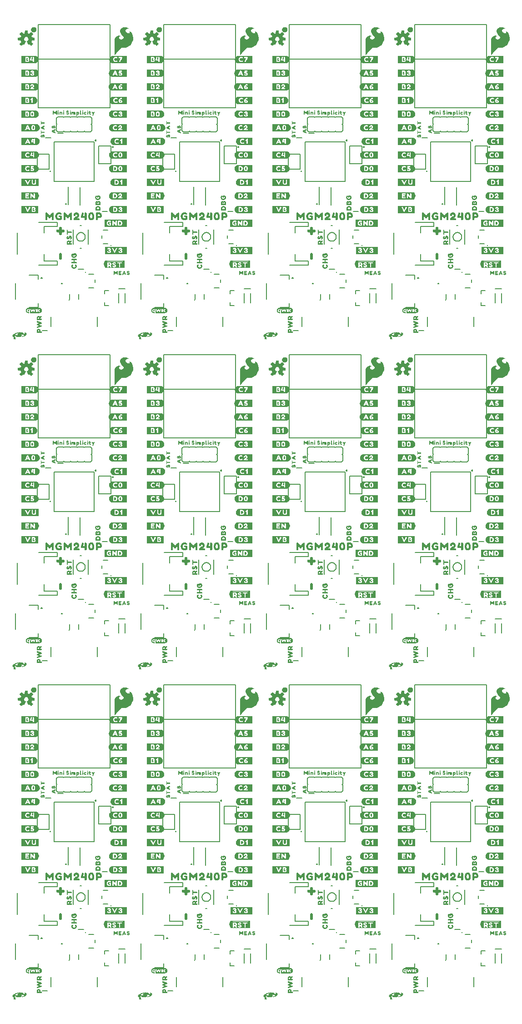
<source format=gto>
G04 EAGLE Gerber RS-274X export*
G75*
%MOMM*%
%FSLAX34Y34*%
%LPD*%
%INSilkscreen Top*%
%IPPOS*%
%AMOC8*
5,1,8,0,0,1.08239X$1,22.5*%
G01*
%ADD10C,0.203200*%
%ADD11C,0.500000*%
%ADD12C,0.254000*%
%ADD13C,0.177800*%
%ADD14C,0.300000*%
%ADD15C,0.152400*%
%ADD16C,0.127000*%
%ADD17C,0.200000*%

G36*
X423885Y529380D02*
X423885Y529380D01*
X423969Y529383D01*
X423970Y529383D01*
X423971Y529383D01*
X424049Y529426D01*
X424122Y529465D01*
X424122Y529466D01*
X424123Y529466D01*
X424127Y529472D01*
X424210Y529580D01*
X424283Y529725D01*
X424639Y530081D01*
X424646Y530092D01*
X424659Y530103D01*
X425259Y530803D01*
X425263Y530810D01*
X425270Y530817D01*
X425962Y531706D01*
X426853Y532696D01*
X426856Y532701D01*
X426862Y532707D01*
X427857Y533900D01*
X428950Y535093D01*
X430149Y536391D01*
X431449Y537791D01*
X431453Y537798D01*
X431460Y537804D01*
X432550Y539092D01*
X433632Y540174D01*
X434607Y541052D01*
X435559Y541718D01*
X436600Y542191D01*
X437621Y542470D01*
X441470Y542470D01*
X441490Y542475D01*
X441517Y542473D01*
X443917Y542773D01*
X443939Y542781D01*
X443970Y542783D01*
X446170Y543383D01*
X446193Y543395D01*
X446226Y543403D01*
X448226Y544303D01*
X448245Y544317D01*
X448273Y544329D01*
X450173Y545529D01*
X450184Y545539D01*
X450201Y545548D01*
X451901Y546848D01*
X451918Y546869D01*
X451947Y546890D01*
X453447Y548490D01*
X453455Y548504D01*
X453470Y548517D01*
X454870Y550317D01*
X454883Y550344D01*
X454908Y550376D01*
X456808Y554076D01*
X456816Y554107D01*
X456836Y554148D01*
X457836Y557748D01*
X457838Y557782D01*
X457850Y557828D01*
X458050Y561328D01*
X458044Y561360D01*
X458046Y561407D01*
X457546Y564707D01*
X457535Y564736D01*
X457528Y564778D01*
X456528Y567578D01*
X456514Y567599D01*
X456504Y567631D01*
X455204Y570031D01*
X455178Y570060D01*
X455139Y570119D01*
X453439Y571819D01*
X453409Y571837D01*
X453372Y571872D01*
X451772Y572872D01*
X451706Y572895D01*
X451642Y572923D01*
X451625Y572923D01*
X451608Y572928D01*
X451539Y572919D01*
X451469Y572917D01*
X451454Y572908D01*
X451436Y572906D01*
X451378Y572867D01*
X451317Y572834D01*
X451307Y572819D01*
X451292Y572809D01*
X451257Y572749D01*
X451217Y572692D01*
X451214Y572673D01*
X451206Y572659D01*
X451203Y572620D01*
X451190Y572550D01*
X451190Y571950D01*
X451197Y571920D01*
X451197Y571875D01*
X451283Y571444D01*
X451107Y570384D01*
X450868Y569986D01*
X450453Y569571D01*
X449892Y569330D01*
X449323Y569330D01*
X448008Y569706D01*
X447267Y570077D01*
X445905Y571050D01*
X445228Y571629D01*
X444769Y572088D01*
X444292Y572852D01*
X444289Y572855D01*
X444286Y572861D01*
X443919Y573412D01*
X443742Y574034D01*
X443655Y574550D01*
X443738Y575047D01*
X443917Y575494D01*
X444192Y576044D01*
X444546Y576486D01*
X445284Y577132D01*
X445662Y577321D01*
X446003Y577491D01*
X446737Y577675D01*
X447591Y577770D01*
X448823Y577770D01*
X449178Y577681D01*
X449214Y577681D01*
X449270Y577670D01*
X449370Y577670D01*
X449431Y577684D01*
X449494Y577690D01*
X449515Y577704D01*
X449539Y577709D01*
X449587Y577749D01*
X449640Y577783D01*
X449653Y577804D01*
X449672Y577819D01*
X449698Y577877D01*
X449731Y577930D01*
X449733Y577955D01*
X449743Y577978D01*
X449741Y578040D01*
X449747Y578103D01*
X449738Y578126D01*
X449737Y578151D01*
X449707Y578206D01*
X449684Y578265D01*
X449664Y578284D01*
X449654Y578303D01*
X449623Y578324D01*
X449581Y578366D01*
X449287Y578563D01*
X448591Y579059D01*
X448576Y579065D01*
X448562Y579078D01*
X447362Y579778D01*
X447338Y579786D01*
X447311Y579803D01*
X445811Y580403D01*
X445793Y580406D01*
X445772Y580416D01*
X443972Y580916D01*
X443938Y580918D01*
X443889Y580930D01*
X441889Y581030D01*
X441851Y581023D01*
X441786Y581021D01*
X439586Y580521D01*
X439552Y580504D01*
X439494Y580487D01*
X437194Y579287D01*
X437169Y579266D01*
X437128Y579244D01*
X435428Y577844D01*
X435405Y577813D01*
X435357Y577765D01*
X434257Y576165D01*
X434243Y576130D01*
X434211Y576077D01*
X433611Y574377D01*
X433608Y574342D01*
X433606Y574331D01*
X433597Y574312D01*
X433598Y574290D01*
X433590Y574250D01*
X433590Y572550D01*
X433599Y572512D01*
X433605Y572443D01*
X434105Y570743D01*
X434119Y570718D01*
X434130Y570680D01*
X435030Y568880D01*
X435049Y568857D01*
X435068Y568819D01*
X436368Y567119D01*
X436385Y567105D01*
X436401Y567081D01*
X438092Y565391D01*
X439348Y563941D01*
X439990Y562566D01*
X439990Y561307D01*
X439631Y560142D01*
X438819Y559240D01*
X437709Y558499D01*
X436417Y558130D01*
X434921Y558130D01*
X433881Y558414D01*
X433061Y558687D01*
X432428Y559229D01*
X431883Y559775D01*
X431626Y560288D01*
X431450Y560903D01*
X431450Y561488D01*
X431611Y561971D01*
X431858Y562300D01*
X432224Y562666D01*
X432703Y563049D01*
X433058Y563316D01*
X433511Y563497D01*
X433523Y563505D01*
X433540Y563510D01*
X433784Y563632D01*
X434140Y563810D01*
X434169Y563834D01*
X434239Y563881D01*
X434339Y563981D01*
X434352Y564003D01*
X434372Y564019D01*
X434398Y564076D01*
X434430Y564128D01*
X434433Y564154D01*
X434443Y564178D01*
X434441Y564239D01*
X434447Y564301D01*
X434438Y564325D01*
X434437Y564351D01*
X434407Y564405D01*
X434385Y564463D01*
X434366Y564480D01*
X434354Y564503D01*
X434304Y564538D01*
X434258Y564580D01*
X434233Y564588D01*
X434212Y564603D01*
X434128Y564619D01*
X434092Y564630D01*
X434082Y564628D01*
X434070Y564630D01*
X434032Y564630D01*
X433801Y564707D01*
X433311Y564903D01*
X433276Y564908D01*
X433224Y564926D01*
X432524Y565026D01*
X432500Y565024D01*
X432470Y565030D01*
X430670Y565030D01*
X430640Y565023D01*
X430595Y565023D01*
X429595Y564823D01*
X429585Y564818D01*
X429570Y564817D01*
X428470Y564517D01*
X428453Y564508D01*
X428429Y564503D01*
X427429Y564103D01*
X427402Y564084D01*
X427359Y564066D01*
X426459Y563466D01*
X426438Y563444D01*
X426401Y563419D01*
X425601Y562619D01*
X425590Y562601D01*
X425570Y562583D01*
X424870Y561683D01*
X424859Y561659D01*
X424836Y561632D01*
X424236Y560532D01*
X424227Y560499D01*
X424204Y560454D01*
X423804Y559054D01*
X423803Y559029D01*
X423793Y558997D01*
X423593Y557397D01*
X423594Y557385D01*
X423590Y557370D01*
X423490Y555470D01*
X423492Y555461D01*
X423490Y555450D01*
X423490Y529750D01*
X423510Y529665D01*
X423529Y529583D01*
X423529Y529582D01*
X423529Y529581D01*
X423586Y529513D01*
X423638Y529449D01*
X423639Y529448D01*
X423717Y529413D01*
X423796Y529377D01*
X423797Y529377D01*
X423798Y529377D01*
X423885Y529380D01*
G37*
G36*
X657565Y529380D02*
X657565Y529380D01*
X657649Y529383D01*
X657650Y529383D01*
X657651Y529383D01*
X657729Y529426D01*
X657802Y529465D01*
X657802Y529466D01*
X657803Y529466D01*
X657807Y529472D01*
X657890Y529580D01*
X657963Y529725D01*
X658319Y530081D01*
X658326Y530092D01*
X658339Y530103D01*
X658939Y530803D01*
X658943Y530810D01*
X658950Y530817D01*
X659642Y531706D01*
X660533Y532696D01*
X660536Y532701D01*
X660542Y532707D01*
X661537Y533900D01*
X662630Y535093D01*
X663829Y536391D01*
X665129Y537791D01*
X665133Y537798D01*
X665140Y537804D01*
X666230Y539092D01*
X667312Y540174D01*
X668287Y541052D01*
X669239Y541718D01*
X670280Y542191D01*
X671301Y542470D01*
X675150Y542470D01*
X675170Y542475D01*
X675197Y542473D01*
X677597Y542773D01*
X677619Y542781D01*
X677650Y542783D01*
X679850Y543383D01*
X679873Y543395D01*
X679906Y543403D01*
X681906Y544303D01*
X681925Y544317D01*
X681953Y544329D01*
X683853Y545529D01*
X683864Y545539D01*
X683881Y545548D01*
X685581Y546848D01*
X685598Y546869D01*
X685627Y546890D01*
X687127Y548490D01*
X687135Y548504D01*
X687150Y548517D01*
X688550Y550317D01*
X688563Y550344D01*
X688588Y550376D01*
X690488Y554076D01*
X690496Y554107D01*
X690516Y554148D01*
X691516Y557748D01*
X691518Y557782D01*
X691530Y557828D01*
X691730Y561328D01*
X691724Y561360D01*
X691726Y561407D01*
X691226Y564707D01*
X691215Y564736D01*
X691208Y564778D01*
X690208Y567578D01*
X690194Y567599D01*
X690184Y567631D01*
X688884Y570031D01*
X688858Y570060D01*
X688819Y570119D01*
X687119Y571819D01*
X687089Y571837D01*
X687052Y571872D01*
X685452Y572872D01*
X685386Y572895D01*
X685322Y572923D01*
X685305Y572923D01*
X685288Y572928D01*
X685219Y572919D01*
X685149Y572917D01*
X685134Y572908D01*
X685116Y572906D01*
X685058Y572867D01*
X684997Y572834D01*
X684987Y572819D01*
X684972Y572809D01*
X684937Y572749D01*
X684897Y572692D01*
X684894Y572673D01*
X684886Y572659D01*
X684883Y572620D01*
X684870Y572550D01*
X684870Y571950D01*
X684877Y571920D01*
X684877Y571875D01*
X684963Y571444D01*
X684787Y570384D01*
X684548Y569986D01*
X684133Y569571D01*
X683572Y569330D01*
X683003Y569330D01*
X681688Y569706D01*
X680947Y570077D01*
X679585Y571050D01*
X678908Y571629D01*
X678449Y572088D01*
X677972Y572852D01*
X677969Y572855D01*
X677966Y572861D01*
X677599Y573412D01*
X677422Y574034D01*
X677335Y574550D01*
X677418Y575047D01*
X677597Y575494D01*
X677872Y576044D01*
X678226Y576486D01*
X678964Y577132D01*
X679342Y577321D01*
X679683Y577491D01*
X680417Y577675D01*
X681271Y577770D01*
X682503Y577770D01*
X682858Y577681D01*
X682894Y577681D01*
X682950Y577670D01*
X683050Y577670D01*
X683111Y577684D01*
X683174Y577690D01*
X683195Y577704D01*
X683219Y577709D01*
X683267Y577749D01*
X683320Y577783D01*
X683333Y577804D01*
X683352Y577819D01*
X683378Y577877D01*
X683411Y577930D01*
X683413Y577955D01*
X683423Y577978D01*
X683421Y578040D01*
X683427Y578103D01*
X683418Y578126D01*
X683417Y578151D01*
X683387Y578206D01*
X683364Y578265D01*
X683344Y578284D01*
X683334Y578303D01*
X683303Y578324D01*
X683261Y578366D01*
X682967Y578563D01*
X682271Y579059D01*
X682256Y579065D01*
X682242Y579078D01*
X681042Y579778D01*
X681018Y579786D01*
X680991Y579803D01*
X679491Y580403D01*
X679473Y580406D01*
X679452Y580416D01*
X677652Y580916D01*
X677618Y580918D01*
X677569Y580930D01*
X675569Y581030D01*
X675531Y581023D01*
X675466Y581021D01*
X673266Y580521D01*
X673232Y580504D01*
X673174Y580487D01*
X670874Y579287D01*
X670849Y579266D01*
X670808Y579244D01*
X669108Y577844D01*
X669085Y577813D01*
X669037Y577765D01*
X667937Y576165D01*
X667923Y576130D01*
X667891Y576077D01*
X667291Y574377D01*
X667288Y574342D01*
X667286Y574331D01*
X667277Y574312D01*
X667278Y574290D01*
X667270Y574250D01*
X667270Y572550D01*
X667279Y572512D01*
X667285Y572443D01*
X667785Y570743D01*
X667799Y570718D01*
X667810Y570680D01*
X668710Y568880D01*
X668729Y568857D01*
X668748Y568819D01*
X670048Y567119D01*
X670065Y567105D01*
X670081Y567081D01*
X671772Y565391D01*
X673028Y563941D01*
X673670Y562566D01*
X673670Y561307D01*
X673311Y560142D01*
X672499Y559240D01*
X671389Y558499D01*
X670097Y558130D01*
X668601Y558130D01*
X667561Y558414D01*
X666741Y558687D01*
X666108Y559229D01*
X665563Y559775D01*
X665306Y560288D01*
X665130Y560903D01*
X665130Y561488D01*
X665291Y561971D01*
X665538Y562300D01*
X665904Y562666D01*
X666383Y563049D01*
X666738Y563316D01*
X667191Y563497D01*
X667203Y563505D01*
X667220Y563510D01*
X667464Y563632D01*
X667820Y563810D01*
X667849Y563834D01*
X667919Y563881D01*
X668019Y563981D01*
X668032Y564003D01*
X668052Y564019D01*
X668078Y564076D01*
X668110Y564128D01*
X668113Y564154D01*
X668123Y564178D01*
X668121Y564239D01*
X668127Y564301D01*
X668118Y564325D01*
X668117Y564351D01*
X668087Y564405D01*
X668065Y564463D01*
X668046Y564480D01*
X668034Y564503D01*
X667984Y564538D01*
X667938Y564580D01*
X667913Y564588D01*
X667892Y564603D01*
X667808Y564619D01*
X667772Y564630D01*
X667762Y564628D01*
X667750Y564630D01*
X667712Y564630D01*
X667481Y564707D01*
X666991Y564903D01*
X666956Y564908D01*
X666904Y564926D01*
X666204Y565026D01*
X666180Y565024D01*
X666150Y565030D01*
X664350Y565030D01*
X664320Y565023D01*
X664275Y565023D01*
X663275Y564823D01*
X663265Y564818D01*
X663250Y564817D01*
X662150Y564517D01*
X662133Y564508D01*
X662109Y564503D01*
X661109Y564103D01*
X661082Y564084D01*
X661039Y564066D01*
X660139Y563466D01*
X660118Y563444D01*
X660081Y563419D01*
X659281Y562619D01*
X659270Y562601D01*
X659250Y562583D01*
X658550Y561683D01*
X658539Y561659D01*
X658516Y561632D01*
X657916Y560532D01*
X657907Y560499D01*
X657884Y560454D01*
X657484Y559054D01*
X657483Y559029D01*
X657473Y558997D01*
X657273Y557397D01*
X657274Y557385D01*
X657270Y557370D01*
X657170Y555470D01*
X657172Y555461D01*
X657170Y555450D01*
X657170Y529750D01*
X657190Y529665D01*
X657209Y529583D01*
X657209Y529582D01*
X657209Y529581D01*
X657266Y529513D01*
X657318Y529449D01*
X657319Y529448D01*
X657397Y529413D01*
X657476Y529377D01*
X657477Y529377D01*
X657478Y529377D01*
X657565Y529380D01*
G37*
G36*
X190205Y529380D02*
X190205Y529380D01*
X190289Y529383D01*
X190290Y529383D01*
X190291Y529383D01*
X190369Y529426D01*
X190442Y529465D01*
X190442Y529466D01*
X190443Y529466D01*
X190447Y529472D01*
X190530Y529580D01*
X190603Y529725D01*
X190959Y530081D01*
X190966Y530092D01*
X190979Y530103D01*
X191579Y530803D01*
X191583Y530810D01*
X191590Y530817D01*
X192282Y531706D01*
X193173Y532696D01*
X193176Y532701D01*
X193182Y532707D01*
X194177Y533900D01*
X195270Y535093D01*
X196469Y536391D01*
X197769Y537791D01*
X197773Y537798D01*
X197780Y537804D01*
X198870Y539092D01*
X199952Y540174D01*
X200927Y541052D01*
X201879Y541718D01*
X202920Y542191D01*
X203941Y542470D01*
X207790Y542470D01*
X207810Y542475D01*
X207837Y542473D01*
X210237Y542773D01*
X210259Y542781D01*
X210290Y542783D01*
X212490Y543383D01*
X212513Y543395D01*
X212546Y543403D01*
X214546Y544303D01*
X214565Y544317D01*
X214593Y544329D01*
X216493Y545529D01*
X216504Y545539D01*
X216521Y545548D01*
X218221Y546848D01*
X218238Y546869D01*
X218267Y546890D01*
X219767Y548490D01*
X219775Y548504D01*
X219790Y548517D01*
X221190Y550317D01*
X221203Y550344D01*
X221228Y550376D01*
X223128Y554076D01*
X223136Y554107D01*
X223156Y554148D01*
X224156Y557748D01*
X224158Y557782D01*
X224170Y557828D01*
X224370Y561328D01*
X224364Y561360D01*
X224366Y561407D01*
X223866Y564707D01*
X223855Y564736D01*
X223848Y564778D01*
X222848Y567578D01*
X222834Y567599D01*
X222824Y567631D01*
X221524Y570031D01*
X221498Y570060D01*
X221459Y570119D01*
X219759Y571819D01*
X219729Y571837D01*
X219692Y571872D01*
X218092Y572872D01*
X218026Y572895D01*
X217962Y572923D01*
X217945Y572923D01*
X217928Y572928D01*
X217859Y572919D01*
X217789Y572917D01*
X217774Y572908D01*
X217756Y572906D01*
X217698Y572867D01*
X217637Y572834D01*
X217627Y572819D01*
X217612Y572809D01*
X217577Y572749D01*
X217537Y572692D01*
X217534Y572673D01*
X217526Y572659D01*
X217523Y572620D01*
X217510Y572550D01*
X217510Y571950D01*
X217517Y571920D01*
X217517Y571875D01*
X217603Y571444D01*
X217427Y570384D01*
X217188Y569986D01*
X216773Y569571D01*
X216212Y569330D01*
X215643Y569330D01*
X214328Y569706D01*
X213587Y570077D01*
X212225Y571050D01*
X211548Y571629D01*
X211089Y572088D01*
X210612Y572852D01*
X210609Y572855D01*
X210606Y572861D01*
X210239Y573412D01*
X210062Y574034D01*
X209975Y574550D01*
X210058Y575047D01*
X210237Y575494D01*
X210512Y576044D01*
X210866Y576486D01*
X211604Y577132D01*
X211982Y577321D01*
X212323Y577491D01*
X213057Y577675D01*
X213911Y577770D01*
X215143Y577770D01*
X215498Y577681D01*
X215534Y577681D01*
X215590Y577670D01*
X215690Y577670D01*
X215751Y577684D01*
X215814Y577690D01*
X215835Y577704D01*
X215859Y577709D01*
X215907Y577749D01*
X215960Y577783D01*
X215973Y577804D01*
X215992Y577819D01*
X216018Y577877D01*
X216051Y577930D01*
X216053Y577955D01*
X216063Y577978D01*
X216061Y578040D01*
X216067Y578103D01*
X216058Y578126D01*
X216057Y578151D01*
X216027Y578206D01*
X216004Y578265D01*
X215984Y578284D01*
X215974Y578303D01*
X215943Y578324D01*
X215901Y578366D01*
X215607Y578563D01*
X214911Y579059D01*
X214896Y579065D01*
X214882Y579078D01*
X213682Y579778D01*
X213658Y579786D01*
X213631Y579803D01*
X212131Y580403D01*
X212113Y580406D01*
X212092Y580416D01*
X210292Y580916D01*
X210258Y580918D01*
X210209Y580930D01*
X208209Y581030D01*
X208171Y581023D01*
X208106Y581021D01*
X205906Y580521D01*
X205872Y580504D01*
X205814Y580487D01*
X203514Y579287D01*
X203489Y579266D01*
X203448Y579244D01*
X201748Y577844D01*
X201725Y577813D01*
X201677Y577765D01*
X200577Y576165D01*
X200563Y576130D01*
X200531Y576077D01*
X199931Y574377D01*
X199928Y574342D01*
X199926Y574331D01*
X199917Y574312D01*
X199918Y574290D01*
X199910Y574250D01*
X199910Y572550D01*
X199919Y572512D01*
X199925Y572443D01*
X200425Y570743D01*
X200439Y570718D01*
X200450Y570680D01*
X201350Y568880D01*
X201369Y568857D01*
X201388Y568819D01*
X202688Y567119D01*
X202705Y567105D01*
X202721Y567081D01*
X204412Y565391D01*
X205668Y563941D01*
X206310Y562566D01*
X206310Y561307D01*
X205951Y560142D01*
X205139Y559240D01*
X204029Y558499D01*
X202737Y558130D01*
X201241Y558130D01*
X200201Y558414D01*
X199381Y558687D01*
X198748Y559229D01*
X198203Y559775D01*
X197946Y560288D01*
X197770Y560903D01*
X197770Y561488D01*
X197931Y561971D01*
X198178Y562300D01*
X198544Y562666D01*
X199023Y563049D01*
X199378Y563316D01*
X199831Y563497D01*
X199843Y563505D01*
X199860Y563510D01*
X200104Y563632D01*
X200460Y563810D01*
X200489Y563834D01*
X200559Y563881D01*
X200659Y563981D01*
X200672Y564003D01*
X200692Y564019D01*
X200718Y564076D01*
X200750Y564128D01*
X200753Y564154D01*
X200763Y564178D01*
X200761Y564239D01*
X200767Y564301D01*
X200758Y564325D01*
X200757Y564351D01*
X200727Y564405D01*
X200705Y564463D01*
X200686Y564480D01*
X200674Y564503D01*
X200624Y564538D01*
X200578Y564580D01*
X200553Y564588D01*
X200532Y564603D01*
X200448Y564619D01*
X200412Y564630D01*
X200402Y564628D01*
X200390Y564630D01*
X200352Y564630D01*
X200121Y564707D01*
X199631Y564903D01*
X199596Y564908D01*
X199544Y564926D01*
X198844Y565026D01*
X198820Y565024D01*
X198790Y565030D01*
X196990Y565030D01*
X196960Y565023D01*
X196915Y565023D01*
X195915Y564823D01*
X195905Y564818D01*
X195890Y564817D01*
X194790Y564517D01*
X194773Y564508D01*
X194749Y564503D01*
X193749Y564103D01*
X193722Y564084D01*
X193679Y564066D01*
X192779Y563466D01*
X192758Y563444D01*
X192721Y563419D01*
X191921Y562619D01*
X191910Y562601D01*
X191890Y562583D01*
X191190Y561683D01*
X191179Y561659D01*
X191156Y561632D01*
X190556Y560532D01*
X190547Y560499D01*
X190524Y560454D01*
X190124Y559054D01*
X190123Y559029D01*
X190113Y558997D01*
X189913Y557397D01*
X189914Y557385D01*
X189910Y557370D01*
X189810Y555470D01*
X189812Y555461D01*
X189810Y555450D01*
X189810Y529750D01*
X189830Y529665D01*
X189849Y529583D01*
X189849Y529582D01*
X189849Y529581D01*
X189906Y529513D01*
X189958Y529449D01*
X189959Y529448D01*
X190037Y529413D01*
X190116Y529377D01*
X190117Y529377D01*
X190118Y529377D01*
X190205Y529380D01*
G37*
G36*
X891245Y529380D02*
X891245Y529380D01*
X891329Y529383D01*
X891330Y529383D01*
X891331Y529383D01*
X891409Y529426D01*
X891482Y529465D01*
X891482Y529466D01*
X891483Y529466D01*
X891487Y529472D01*
X891570Y529580D01*
X891643Y529725D01*
X891999Y530081D01*
X892006Y530092D01*
X892019Y530103D01*
X892619Y530803D01*
X892623Y530810D01*
X892630Y530817D01*
X893322Y531706D01*
X894213Y532696D01*
X894216Y532701D01*
X894222Y532707D01*
X895217Y533900D01*
X896310Y535093D01*
X897509Y536391D01*
X898809Y537791D01*
X898813Y537798D01*
X898820Y537804D01*
X899910Y539092D01*
X900992Y540174D01*
X901967Y541052D01*
X902919Y541718D01*
X903960Y542191D01*
X904981Y542470D01*
X908830Y542470D01*
X908850Y542475D01*
X908877Y542473D01*
X911277Y542773D01*
X911299Y542781D01*
X911330Y542783D01*
X913530Y543383D01*
X913553Y543395D01*
X913586Y543403D01*
X915586Y544303D01*
X915605Y544317D01*
X915633Y544329D01*
X917533Y545529D01*
X917544Y545539D01*
X917561Y545548D01*
X919261Y546848D01*
X919278Y546869D01*
X919307Y546890D01*
X920807Y548490D01*
X920815Y548504D01*
X920830Y548517D01*
X922230Y550317D01*
X922243Y550344D01*
X922268Y550376D01*
X924168Y554076D01*
X924176Y554107D01*
X924196Y554148D01*
X925196Y557748D01*
X925198Y557782D01*
X925210Y557828D01*
X925410Y561328D01*
X925404Y561360D01*
X925406Y561407D01*
X924906Y564707D01*
X924895Y564736D01*
X924888Y564778D01*
X923888Y567578D01*
X923874Y567599D01*
X923864Y567631D01*
X922564Y570031D01*
X922538Y570060D01*
X922499Y570119D01*
X920799Y571819D01*
X920769Y571837D01*
X920732Y571872D01*
X919132Y572872D01*
X919066Y572895D01*
X919002Y572923D01*
X918985Y572923D01*
X918968Y572928D01*
X918899Y572919D01*
X918829Y572917D01*
X918814Y572908D01*
X918796Y572906D01*
X918738Y572867D01*
X918677Y572834D01*
X918667Y572819D01*
X918652Y572809D01*
X918617Y572749D01*
X918577Y572692D01*
X918574Y572673D01*
X918566Y572659D01*
X918563Y572620D01*
X918550Y572550D01*
X918550Y571950D01*
X918557Y571920D01*
X918557Y571875D01*
X918643Y571444D01*
X918467Y570384D01*
X918228Y569986D01*
X917813Y569571D01*
X917252Y569330D01*
X916683Y569330D01*
X915368Y569706D01*
X914627Y570077D01*
X913265Y571050D01*
X912588Y571629D01*
X912129Y572088D01*
X911652Y572852D01*
X911649Y572855D01*
X911646Y572861D01*
X911279Y573412D01*
X911102Y574034D01*
X911015Y574550D01*
X911098Y575047D01*
X911277Y575494D01*
X911552Y576044D01*
X911906Y576486D01*
X912644Y577132D01*
X913022Y577321D01*
X913363Y577491D01*
X914097Y577675D01*
X914951Y577770D01*
X916183Y577770D01*
X916538Y577681D01*
X916574Y577681D01*
X916630Y577670D01*
X916730Y577670D01*
X916791Y577684D01*
X916854Y577690D01*
X916875Y577704D01*
X916899Y577709D01*
X916947Y577749D01*
X917000Y577783D01*
X917013Y577804D01*
X917032Y577819D01*
X917058Y577877D01*
X917091Y577930D01*
X917093Y577955D01*
X917103Y577978D01*
X917101Y578040D01*
X917107Y578103D01*
X917098Y578126D01*
X917097Y578151D01*
X917067Y578206D01*
X917044Y578265D01*
X917024Y578284D01*
X917014Y578303D01*
X916983Y578324D01*
X916941Y578366D01*
X916647Y578563D01*
X915951Y579059D01*
X915936Y579065D01*
X915922Y579078D01*
X914722Y579778D01*
X914698Y579786D01*
X914671Y579803D01*
X913171Y580403D01*
X913153Y580406D01*
X913132Y580416D01*
X911332Y580916D01*
X911298Y580918D01*
X911249Y580930D01*
X909249Y581030D01*
X909211Y581023D01*
X909146Y581021D01*
X906946Y580521D01*
X906912Y580504D01*
X906854Y580487D01*
X904554Y579287D01*
X904529Y579266D01*
X904488Y579244D01*
X902788Y577844D01*
X902765Y577813D01*
X902717Y577765D01*
X901617Y576165D01*
X901603Y576130D01*
X901571Y576077D01*
X900971Y574377D01*
X900968Y574342D01*
X900966Y574331D01*
X900957Y574312D01*
X900958Y574290D01*
X900950Y574250D01*
X900950Y572550D01*
X900959Y572512D01*
X900965Y572443D01*
X901465Y570743D01*
X901479Y570718D01*
X901490Y570680D01*
X902390Y568880D01*
X902409Y568857D01*
X902428Y568819D01*
X903728Y567119D01*
X903745Y567105D01*
X903761Y567081D01*
X905452Y565391D01*
X906708Y563941D01*
X907350Y562566D01*
X907350Y561307D01*
X906991Y560142D01*
X906179Y559240D01*
X905069Y558499D01*
X903777Y558130D01*
X902281Y558130D01*
X901241Y558414D01*
X900421Y558687D01*
X899788Y559229D01*
X899243Y559775D01*
X898986Y560288D01*
X898810Y560903D01*
X898810Y561488D01*
X898971Y561971D01*
X899218Y562300D01*
X899584Y562666D01*
X900063Y563049D01*
X900418Y563316D01*
X900871Y563497D01*
X900883Y563505D01*
X900900Y563510D01*
X901144Y563632D01*
X901500Y563810D01*
X901529Y563834D01*
X901599Y563881D01*
X901699Y563981D01*
X901712Y564003D01*
X901732Y564019D01*
X901758Y564076D01*
X901790Y564128D01*
X901793Y564154D01*
X901803Y564178D01*
X901801Y564239D01*
X901807Y564301D01*
X901798Y564325D01*
X901797Y564351D01*
X901767Y564405D01*
X901745Y564463D01*
X901726Y564480D01*
X901714Y564503D01*
X901664Y564538D01*
X901618Y564580D01*
X901593Y564588D01*
X901572Y564603D01*
X901488Y564619D01*
X901452Y564630D01*
X901442Y564628D01*
X901430Y564630D01*
X901392Y564630D01*
X901161Y564707D01*
X900671Y564903D01*
X900636Y564908D01*
X900584Y564926D01*
X899884Y565026D01*
X899860Y565024D01*
X899830Y565030D01*
X898030Y565030D01*
X898000Y565023D01*
X897955Y565023D01*
X896955Y564823D01*
X896945Y564818D01*
X896930Y564817D01*
X895830Y564517D01*
X895813Y564508D01*
X895789Y564503D01*
X894789Y564103D01*
X894762Y564084D01*
X894719Y564066D01*
X893819Y563466D01*
X893798Y563444D01*
X893761Y563419D01*
X892961Y562619D01*
X892950Y562601D01*
X892930Y562583D01*
X892230Y561683D01*
X892219Y561659D01*
X892196Y561632D01*
X891596Y560532D01*
X891587Y560499D01*
X891564Y560454D01*
X891164Y559054D01*
X891163Y559029D01*
X891153Y558997D01*
X890953Y557397D01*
X890954Y557385D01*
X890950Y557370D01*
X890850Y555470D01*
X890852Y555461D01*
X890850Y555450D01*
X890850Y529750D01*
X890870Y529665D01*
X890889Y529583D01*
X890889Y529582D01*
X890889Y529581D01*
X890946Y529513D01*
X890998Y529449D01*
X890999Y529448D01*
X891077Y529413D01*
X891156Y529377D01*
X891157Y529377D01*
X891158Y529377D01*
X891245Y529380D01*
G37*
G36*
X190205Y1758740D02*
X190205Y1758740D01*
X190289Y1758743D01*
X190290Y1758743D01*
X190291Y1758743D01*
X190369Y1758786D01*
X190442Y1758825D01*
X190442Y1758826D01*
X190443Y1758826D01*
X190447Y1758832D01*
X190530Y1758940D01*
X190603Y1759085D01*
X190959Y1759441D01*
X190966Y1759452D01*
X190979Y1759463D01*
X191579Y1760163D01*
X191583Y1760170D01*
X191590Y1760177D01*
X192282Y1761066D01*
X193173Y1762056D01*
X193176Y1762061D01*
X193182Y1762067D01*
X194177Y1763260D01*
X195270Y1764453D01*
X196469Y1765751D01*
X197769Y1767151D01*
X197773Y1767158D01*
X197780Y1767164D01*
X198870Y1768452D01*
X199952Y1769534D01*
X200927Y1770412D01*
X201879Y1771078D01*
X202920Y1771551D01*
X203941Y1771830D01*
X207790Y1771830D01*
X207810Y1771835D01*
X207837Y1771833D01*
X210237Y1772133D01*
X210259Y1772141D01*
X210290Y1772143D01*
X212490Y1772743D01*
X212513Y1772755D01*
X212546Y1772763D01*
X214546Y1773663D01*
X214565Y1773677D01*
X214593Y1773689D01*
X216493Y1774889D01*
X216504Y1774899D01*
X216521Y1774908D01*
X218221Y1776208D01*
X218238Y1776229D01*
X218267Y1776250D01*
X219767Y1777850D01*
X219775Y1777864D01*
X219790Y1777877D01*
X221190Y1779677D01*
X221203Y1779704D01*
X221228Y1779736D01*
X223128Y1783436D01*
X223136Y1783467D01*
X223156Y1783508D01*
X224156Y1787108D01*
X224158Y1787142D01*
X224170Y1787188D01*
X224370Y1790688D01*
X224364Y1790720D01*
X224366Y1790767D01*
X223866Y1794067D01*
X223855Y1794096D01*
X223848Y1794138D01*
X222848Y1796938D01*
X222834Y1796959D01*
X222824Y1796991D01*
X221524Y1799391D01*
X221498Y1799420D01*
X221459Y1799479D01*
X219759Y1801179D01*
X219729Y1801197D01*
X219692Y1801232D01*
X218092Y1802232D01*
X218026Y1802255D01*
X217962Y1802283D01*
X217945Y1802283D01*
X217928Y1802288D01*
X217859Y1802279D01*
X217789Y1802277D01*
X217774Y1802268D01*
X217756Y1802266D01*
X217698Y1802227D01*
X217637Y1802194D01*
X217627Y1802179D01*
X217612Y1802169D01*
X217577Y1802109D01*
X217537Y1802052D01*
X217534Y1802033D01*
X217526Y1802019D01*
X217523Y1801980D01*
X217510Y1801910D01*
X217510Y1801310D01*
X217517Y1801280D01*
X217517Y1801235D01*
X217603Y1800804D01*
X217427Y1799744D01*
X217188Y1799346D01*
X216773Y1798931D01*
X216212Y1798690D01*
X215643Y1798690D01*
X214328Y1799066D01*
X213587Y1799437D01*
X212225Y1800410D01*
X211548Y1800989D01*
X211089Y1801448D01*
X210612Y1802212D01*
X210609Y1802215D01*
X210606Y1802221D01*
X210239Y1802772D01*
X210062Y1803394D01*
X209975Y1803910D01*
X210058Y1804407D01*
X210237Y1804854D01*
X210512Y1805404D01*
X210866Y1805846D01*
X211604Y1806492D01*
X211982Y1806681D01*
X212323Y1806851D01*
X213057Y1807035D01*
X213911Y1807130D01*
X215143Y1807130D01*
X215498Y1807041D01*
X215534Y1807041D01*
X215590Y1807030D01*
X215690Y1807030D01*
X215751Y1807044D01*
X215814Y1807050D01*
X215835Y1807064D01*
X215859Y1807069D01*
X215907Y1807109D01*
X215960Y1807143D01*
X215973Y1807164D01*
X215992Y1807179D01*
X216018Y1807237D01*
X216051Y1807290D01*
X216053Y1807315D01*
X216063Y1807338D01*
X216061Y1807400D01*
X216067Y1807463D01*
X216058Y1807486D01*
X216057Y1807511D01*
X216027Y1807566D01*
X216004Y1807625D01*
X215984Y1807644D01*
X215974Y1807663D01*
X215943Y1807684D01*
X215901Y1807726D01*
X215607Y1807923D01*
X214911Y1808419D01*
X214896Y1808425D01*
X214882Y1808438D01*
X213682Y1809138D01*
X213658Y1809146D01*
X213631Y1809163D01*
X212131Y1809763D01*
X212113Y1809766D01*
X212092Y1809776D01*
X210292Y1810276D01*
X210258Y1810278D01*
X210209Y1810290D01*
X208209Y1810390D01*
X208171Y1810383D01*
X208106Y1810381D01*
X205906Y1809881D01*
X205872Y1809864D01*
X205814Y1809847D01*
X203514Y1808647D01*
X203489Y1808626D01*
X203448Y1808604D01*
X201748Y1807204D01*
X201725Y1807173D01*
X201677Y1807125D01*
X200577Y1805525D01*
X200563Y1805490D01*
X200531Y1805437D01*
X199931Y1803737D01*
X199928Y1803702D01*
X199926Y1803691D01*
X199917Y1803672D01*
X199918Y1803650D01*
X199910Y1803610D01*
X199910Y1801910D01*
X199919Y1801872D01*
X199925Y1801803D01*
X200425Y1800103D01*
X200439Y1800078D01*
X200450Y1800040D01*
X201350Y1798240D01*
X201369Y1798217D01*
X201388Y1798179D01*
X202688Y1796479D01*
X202705Y1796465D01*
X202721Y1796441D01*
X204412Y1794751D01*
X205668Y1793301D01*
X206310Y1791926D01*
X206310Y1790667D01*
X205951Y1789502D01*
X205139Y1788600D01*
X204029Y1787859D01*
X202737Y1787490D01*
X201241Y1787490D01*
X200201Y1787774D01*
X199381Y1788047D01*
X198748Y1788589D01*
X198203Y1789135D01*
X197946Y1789648D01*
X197770Y1790263D01*
X197770Y1790848D01*
X197931Y1791331D01*
X198178Y1791660D01*
X198544Y1792026D01*
X199023Y1792409D01*
X199378Y1792676D01*
X199831Y1792857D01*
X199843Y1792865D01*
X199860Y1792870D01*
X200104Y1792992D01*
X200460Y1793170D01*
X200489Y1793194D01*
X200559Y1793241D01*
X200659Y1793341D01*
X200672Y1793363D01*
X200692Y1793379D01*
X200718Y1793436D01*
X200750Y1793488D01*
X200753Y1793514D01*
X200763Y1793538D01*
X200761Y1793599D01*
X200767Y1793661D01*
X200758Y1793685D01*
X200757Y1793711D01*
X200727Y1793765D01*
X200705Y1793823D01*
X200686Y1793840D01*
X200674Y1793863D01*
X200624Y1793898D01*
X200578Y1793940D01*
X200553Y1793948D01*
X200532Y1793963D01*
X200448Y1793979D01*
X200412Y1793990D01*
X200402Y1793988D01*
X200390Y1793990D01*
X200352Y1793990D01*
X200121Y1794067D01*
X199631Y1794263D01*
X199596Y1794268D01*
X199544Y1794286D01*
X198844Y1794386D01*
X198820Y1794384D01*
X198790Y1794390D01*
X196990Y1794390D01*
X196960Y1794383D01*
X196915Y1794383D01*
X195915Y1794183D01*
X195905Y1794178D01*
X195890Y1794177D01*
X194790Y1793877D01*
X194773Y1793868D01*
X194749Y1793863D01*
X193749Y1793463D01*
X193722Y1793444D01*
X193679Y1793426D01*
X192779Y1792826D01*
X192758Y1792804D01*
X192721Y1792779D01*
X191921Y1791979D01*
X191910Y1791961D01*
X191890Y1791943D01*
X191190Y1791043D01*
X191179Y1791019D01*
X191156Y1790992D01*
X190556Y1789892D01*
X190547Y1789859D01*
X190524Y1789814D01*
X190124Y1788414D01*
X190123Y1788389D01*
X190113Y1788357D01*
X189913Y1786757D01*
X189914Y1786745D01*
X189910Y1786730D01*
X189810Y1784830D01*
X189812Y1784821D01*
X189810Y1784810D01*
X189810Y1759110D01*
X189830Y1759025D01*
X189849Y1758943D01*
X189849Y1758942D01*
X189849Y1758941D01*
X189906Y1758873D01*
X189958Y1758809D01*
X189959Y1758808D01*
X190037Y1758773D01*
X190116Y1758737D01*
X190117Y1758737D01*
X190118Y1758737D01*
X190205Y1758740D01*
G37*
G36*
X657565Y1758740D02*
X657565Y1758740D01*
X657649Y1758743D01*
X657650Y1758743D01*
X657651Y1758743D01*
X657729Y1758786D01*
X657802Y1758825D01*
X657802Y1758826D01*
X657803Y1758826D01*
X657807Y1758832D01*
X657890Y1758940D01*
X657963Y1759085D01*
X658319Y1759441D01*
X658326Y1759452D01*
X658339Y1759463D01*
X658939Y1760163D01*
X658943Y1760170D01*
X658950Y1760177D01*
X659642Y1761066D01*
X660533Y1762056D01*
X660536Y1762061D01*
X660542Y1762067D01*
X661537Y1763260D01*
X662630Y1764453D01*
X663829Y1765751D01*
X665129Y1767151D01*
X665133Y1767158D01*
X665140Y1767164D01*
X666230Y1768452D01*
X667312Y1769534D01*
X668287Y1770412D01*
X669239Y1771078D01*
X670280Y1771551D01*
X671301Y1771830D01*
X675150Y1771830D01*
X675170Y1771835D01*
X675197Y1771833D01*
X677597Y1772133D01*
X677619Y1772141D01*
X677650Y1772143D01*
X679850Y1772743D01*
X679873Y1772755D01*
X679906Y1772763D01*
X681906Y1773663D01*
X681925Y1773677D01*
X681953Y1773689D01*
X683853Y1774889D01*
X683864Y1774899D01*
X683881Y1774908D01*
X685581Y1776208D01*
X685598Y1776229D01*
X685627Y1776250D01*
X687127Y1777850D01*
X687135Y1777864D01*
X687150Y1777877D01*
X688550Y1779677D01*
X688563Y1779704D01*
X688588Y1779736D01*
X690488Y1783436D01*
X690496Y1783467D01*
X690516Y1783508D01*
X691516Y1787108D01*
X691518Y1787142D01*
X691530Y1787188D01*
X691730Y1790688D01*
X691724Y1790720D01*
X691726Y1790767D01*
X691226Y1794067D01*
X691215Y1794096D01*
X691208Y1794138D01*
X690208Y1796938D01*
X690194Y1796959D01*
X690184Y1796991D01*
X688884Y1799391D01*
X688858Y1799420D01*
X688819Y1799479D01*
X687119Y1801179D01*
X687089Y1801197D01*
X687052Y1801232D01*
X685452Y1802232D01*
X685386Y1802255D01*
X685322Y1802283D01*
X685305Y1802283D01*
X685288Y1802288D01*
X685219Y1802279D01*
X685149Y1802277D01*
X685134Y1802268D01*
X685116Y1802266D01*
X685058Y1802227D01*
X684997Y1802194D01*
X684987Y1802179D01*
X684972Y1802169D01*
X684937Y1802109D01*
X684897Y1802052D01*
X684894Y1802033D01*
X684886Y1802019D01*
X684883Y1801980D01*
X684870Y1801910D01*
X684870Y1801310D01*
X684877Y1801280D01*
X684877Y1801235D01*
X684963Y1800804D01*
X684787Y1799744D01*
X684548Y1799346D01*
X684133Y1798931D01*
X683572Y1798690D01*
X683003Y1798690D01*
X681688Y1799066D01*
X680947Y1799437D01*
X679585Y1800410D01*
X678908Y1800989D01*
X678449Y1801448D01*
X677972Y1802212D01*
X677969Y1802215D01*
X677966Y1802221D01*
X677599Y1802772D01*
X677422Y1803394D01*
X677335Y1803910D01*
X677418Y1804407D01*
X677597Y1804854D01*
X677872Y1805404D01*
X678226Y1805846D01*
X678964Y1806492D01*
X679342Y1806681D01*
X679683Y1806851D01*
X680417Y1807035D01*
X681271Y1807130D01*
X682503Y1807130D01*
X682858Y1807041D01*
X682894Y1807041D01*
X682950Y1807030D01*
X683050Y1807030D01*
X683111Y1807044D01*
X683174Y1807050D01*
X683195Y1807064D01*
X683219Y1807069D01*
X683267Y1807109D01*
X683320Y1807143D01*
X683333Y1807164D01*
X683352Y1807179D01*
X683378Y1807237D01*
X683411Y1807290D01*
X683413Y1807315D01*
X683423Y1807338D01*
X683421Y1807400D01*
X683427Y1807463D01*
X683418Y1807486D01*
X683417Y1807511D01*
X683387Y1807566D01*
X683364Y1807625D01*
X683344Y1807644D01*
X683334Y1807663D01*
X683303Y1807684D01*
X683261Y1807726D01*
X682967Y1807923D01*
X682271Y1808419D01*
X682256Y1808425D01*
X682242Y1808438D01*
X681042Y1809138D01*
X681018Y1809146D01*
X680991Y1809163D01*
X679491Y1809763D01*
X679473Y1809766D01*
X679452Y1809776D01*
X677652Y1810276D01*
X677618Y1810278D01*
X677569Y1810290D01*
X675569Y1810390D01*
X675531Y1810383D01*
X675466Y1810381D01*
X673266Y1809881D01*
X673232Y1809864D01*
X673174Y1809847D01*
X670874Y1808647D01*
X670849Y1808626D01*
X670808Y1808604D01*
X669108Y1807204D01*
X669085Y1807173D01*
X669037Y1807125D01*
X667937Y1805525D01*
X667923Y1805490D01*
X667891Y1805437D01*
X667291Y1803737D01*
X667288Y1803702D01*
X667286Y1803691D01*
X667277Y1803672D01*
X667278Y1803650D01*
X667270Y1803610D01*
X667270Y1801910D01*
X667279Y1801872D01*
X667285Y1801803D01*
X667785Y1800103D01*
X667799Y1800078D01*
X667810Y1800040D01*
X668710Y1798240D01*
X668729Y1798217D01*
X668748Y1798179D01*
X670048Y1796479D01*
X670065Y1796465D01*
X670081Y1796441D01*
X671772Y1794751D01*
X673028Y1793301D01*
X673670Y1791926D01*
X673670Y1790667D01*
X673311Y1789502D01*
X672499Y1788600D01*
X671389Y1787859D01*
X670097Y1787490D01*
X668601Y1787490D01*
X667561Y1787774D01*
X666741Y1788047D01*
X666108Y1788589D01*
X665563Y1789135D01*
X665306Y1789648D01*
X665130Y1790263D01*
X665130Y1790848D01*
X665291Y1791331D01*
X665538Y1791660D01*
X665904Y1792026D01*
X666383Y1792409D01*
X666738Y1792676D01*
X667191Y1792857D01*
X667203Y1792865D01*
X667220Y1792870D01*
X667464Y1792992D01*
X667820Y1793170D01*
X667849Y1793194D01*
X667919Y1793241D01*
X668019Y1793341D01*
X668032Y1793363D01*
X668052Y1793379D01*
X668078Y1793436D01*
X668110Y1793488D01*
X668113Y1793514D01*
X668123Y1793538D01*
X668121Y1793599D01*
X668127Y1793661D01*
X668118Y1793685D01*
X668117Y1793711D01*
X668087Y1793765D01*
X668065Y1793823D01*
X668046Y1793840D01*
X668034Y1793863D01*
X667984Y1793898D01*
X667938Y1793940D01*
X667913Y1793948D01*
X667892Y1793963D01*
X667808Y1793979D01*
X667772Y1793990D01*
X667762Y1793988D01*
X667750Y1793990D01*
X667712Y1793990D01*
X667481Y1794067D01*
X666991Y1794263D01*
X666956Y1794268D01*
X666904Y1794286D01*
X666204Y1794386D01*
X666180Y1794384D01*
X666150Y1794390D01*
X664350Y1794390D01*
X664320Y1794383D01*
X664275Y1794383D01*
X663275Y1794183D01*
X663265Y1794178D01*
X663250Y1794177D01*
X662150Y1793877D01*
X662133Y1793868D01*
X662109Y1793863D01*
X661109Y1793463D01*
X661082Y1793444D01*
X661039Y1793426D01*
X660139Y1792826D01*
X660118Y1792804D01*
X660081Y1792779D01*
X659281Y1791979D01*
X659270Y1791961D01*
X659250Y1791943D01*
X658550Y1791043D01*
X658539Y1791019D01*
X658516Y1790992D01*
X657916Y1789892D01*
X657907Y1789859D01*
X657884Y1789814D01*
X657484Y1788414D01*
X657483Y1788389D01*
X657473Y1788357D01*
X657273Y1786757D01*
X657274Y1786745D01*
X657270Y1786730D01*
X657170Y1784830D01*
X657172Y1784821D01*
X657170Y1784810D01*
X657170Y1759110D01*
X657190Y1759025D01*
X657209Y1758943D01*
X657209Y1758942D01*
X657209Y1758941D01*
X657266Y1758873D01*
X657318Y1758809D01*
X657319Y1758808D01*
X657397Y1758773D01*
X657476Y1758737D01*
X657477Y1758737D01*
X657478Y1758737D01*
X657565Y1758740D01*
G37*
G36*
X423885Y1758740D02*
X423885Y1758740D01*
X423969Y1758743D01*
X423970Y1758743D01*
X423971Y1758743D01*
X424049Y1758786D01*
X424122Y1758825D01*
X424122Y1758826D01*
X424123Y1758826D01*
X424127Y1758832D01*
X424210Y1758940D01*
X424283Y1759085D01*
X424639Y1759441D01*
X424646Y1759452D01*
X424659Y1759463D01*
X425259Y1760163D01*
X425263Y1760170D01*
X425270Y1760177D01*
X425962Y1761066D01*
X426853Y1762056D01*
X426856Y1762061D01*
X426862Y1762067D01*
X427857Y1763260D01*
X428950Y1764453D01*
X430149Y1765751D01*
X431449Y1767151D01*
X431453Y1767158D01*
X431460Y1767164D01*
X432550Y1768452D01*
X433632Y1769534D01*
X434607Y1770412D01*
X435559Y1771078D01*
X436600Y1771551D01*
X437621Y1771830D01*
X441470Y1771830D01*
X441490Y1771835D01*
X441517Y1771833D01*
X443917Y1772133D01*
X443939Y1772141D01*
X443970Y1772143D01*
X446170Y1772743D01*
X446193Y1772755D01*
X446226Y1772763D01*
X448226Y1773663D01*
X448245Y1773677D01*
X448273Y1773689D01*
X450173Y1774889D01*
X450184Y1774899D01*
X450201Y1774908D01*
X451901Y1776208D01*
X451918Y1776229D01*
X451947Y1776250D01*
X453447Y1777850D01*
X453455Y1777864D01*
X453470Y1777877D01*
X454870Y1779677D01*
X454883Y1779704D01*
X454908Y1779736D01*
X456808Y1783436D01*
X456816Y1783467D01*
X456836Y1783508D01*
X457836Y1787108D01*
X457838Y1787142D01*
X457850Y1787188D01*
X458050Y1790688D01*
X458044Y1790720D01*
X458046Y1790767D01*
X457546Y1794067D01*
X457535Y1794096D01*
X457528Y1794138D01*
X456528Y1796938D01*
X456514Y1796959D01*
X456504Y1796991D01*
X455204Y1799391D01*
X455178Y1799420D01*
X455139Y1799479D01*
X453439Y1801179D01*
X453409Y1801197D01*
X453372Y1801232D01*
X451772Y1802232D01*
X451706Y1802255D01*
X451642Y1802283D01*
X451625Y1802283D01*
X451608Y1802288D01*
X451539Y1802279D01*
X451469Y1802277D01*
X451454Y1802268D01*
X451436Y1802266D01*
X451378Y1802227D01*
X451317Y1802194D01*
X451307Y1802179D01*
X451292Y1802169D01*
X451257Y1802109D01*
X451217Y1802052D01*
X451214Y1802033D01*
X451206Y1802019D01*
X451203Y1801980D01*
X451190Y1801910D01*
X451190Y1801310D01*
X451197Y1801280D01*
X451197Y1801235D01*
X451283Y1800804D01*
X451107Y1799744D01*
X450868Y1799346D01*
X450453Y1798931D01*
X449892Y1798690D01*
X449323Y1798690D01*
X448008Y1799066D01*
X447267Y1799437D01*
X445905Y1800410D01*
X445228Y1800989D01*
X444769Y1801448D01*
X444292Y1802212D01*
X444289Y1802215D01*
X444286Y1802221D01*
X443919Y1802772D01*
X443742Y1803394D01*
X443655Y1803910D01*
X443738Y1804407D01*
X443917Y1804854D01*
X444192Y1805404D01*
X444546Y1805846D01*
X445284Y1806492D01*
X445662Y1806681D01*
X446003Y1806851D01*
X446737Y1807035D01*
X447591Y1807130D01*
X448823Y1807130D01*
X449178Y1807041D01*
X449214Y1807041D01*
X449270Y1807030D01*
X449370Y1807030D01*
X449431Y1807044D01*
X449494Y1807050D01*
X449515Y1807064D01*
X449539Y1807069D01*
X449587Y1807109D01*
X449640Y1807143D01*
X449653Y1807164D01*
X449672Y1807179D01*
X449698Y1807237D01*
X449731Y1807290D01*
X449733Y1807315D01*
X449743Y1807338D01*
X449741Y1807400D01*
X449747Y1807463D01*
X449738Y1807486D01*
X449737Y1807511D01*
X449707Y1807566D01*
X449684Y1807625D01*
X449664Y1807644D01*
X449654Y1807663D01*
X449623Y1807684D01*
X449581Y1807726D01*
X449287Y1807923D01*
X448591Y1808419D01*
X448576Y1808425D01*
X448562Y1808438D01*
X447362Y1809138D01*
X447338Y1809146D01*
X447311Y1809163D01*
X445811Y1809763D01*
X445793Y1809766D01*
X445772Y1809776D01*
X443972Y1810276D01*
X443938Y1810278D01*
X443889Y1810290D01*
X441889Y1810390D01*
X441851Y1810383D01*
X441786Y1810381D01*
X439586Y1809881D01*
X439552Y1809864D01*
X439494Y1809847D01*
X437194Y1808647D01*
X437169Y1808626D01*
X437128Y1808604D01*
X435428Y1807204D01*
X435405Y1807173D01*
X435357Y1807125D01*
X434257Y1805525D01*
X434243Y1805490D01*
X434211Y1805437D01*
X433611Y1803737D01*
X433608Y1803702D01*
X433606Y1803691D01*
X433597Y1803672D01*
X433598Y1803650D01*
X433590Y1803610D01*
X433590Y1801910D01*
X433599Y1801872D01*
X433605Y1801803D01*
X434105Y1800103D01*
X434119Y1800078D01*
X434130Y1800040D01*
X435030Y1798240D01*
X435049Y1798217D01*
X435068Y1798179D01*
X436368Y1796479D01*
X436385Y1796465D01*
X436401Y1796441D01*
X438092Y1794751D01*
X439348Y1793301D01*
X439990Y1791926D01*
X439990Y1790667D01*
X439631Y1789502D01*
X438819Y1788600D01*
X437709Y1787859D01*
X436417Y1787490D01*
X434921Y1787490D01*
X433881Y1787774D01*
X433061Y1788047D01*
X432428Y1788589D01*
X431883Y1789135D01*
X431626Y1789648D01*
X431450Y1790263D01*
X431450Y1790848D01*
X431611Y1791331D01*
X431858Y1791660D01*
X432224Y1792026D01*
X432703Y1792409D01*
X433058Y1792676D01*
X433511Y1792857D01*
X433523Y1792865D01*
X433540Y1792870D01*
X433784Y1792992D01*
X434140Y1793170D01*
X434169Y1793194D01*
X434239Y1793241D01*
X434339Y1793341D01*
X434352Y1793363D01*
X434372Y1793379D01*
X434398Y1793436D01*
X434430Y1793488D01*
X434433Y1793514D01*
X434443Y1793538D01*
X434441Y1793599D01*
X434447Y1793661D01*
X434438Y1793685D01*
X434437Y1793711D01*
X434407Y1793765D01*
X434385Y1793823D01*
X434366Y1793840D01*
X434354Y1793863D01*
X434304Y1793898D01*
X434258Y1793940D01*
X434233Y1793948D01*
X434212Y1793963D01*
X434128Y1793979D01*
X434092Y1793990D01*
X434082Y1793988D01*
X434070Y1793990D01*
X434032Y1793990D01*
X433801Y1794067D01*
X433311Y1794263D01*
X433276Y1794268D01*
X433224Y1794286D01*
X432524Y1794386D01*
X432500Y1794384D01*
X432470Y1794390D01*
X430670Y1794390D01*
X430640Y1794383D01*
X430595Y1794383D01*
X429595Y1794183D01*
X429585Y1794178D01*
X429570Y1794177D01*
X428470Y1793877D01*
X428453Y1793868D01*
X428429Y1793863D01*
X427429Y1793463D01*
X427402Y1793444D01*
X427359Y1793426D01*
X426459Y1792826D01*
X426438Y1792804D01*
X426401Y1792779D01*
X425601Y1791979D01*
X425590Y1791961D01*
X425570Y1791943D01*
X424870Y1791043D01*
X424859Y1791019D01*
X424836Y1790992D01*
X424236Y1789892D01*
X424227Y1789859D01*
X424204Y1789814D01*
X423804Y1788414D01*
X423803Y1788389D01*
X423793Y1788357D01*
X423593Y1786757D01*
X423594Y1786745D01*
X423590Y1786730D01*
X423490Y1784830D01*
X423492Y1784821D01*
X423490Y1784810D01*
X423490Y1759110D01*
X423510Y1759025D01*
X423529Y1758943D01*
X423529Y1758942D01*
X423529Y1758941D01*
X423586Y1758873D01*
X423638Y1758809D01*
X423639Y1758808D01*
X423717Y1758773D01*
X423796Y1758737D01*
X423797Y1758737D01*
X423798Y1758737D01*
X423885Y1758740D01*
G37*
G36*
X891245Y1758740D02*
X891245Y1758740D01*
X891329Y1758743D01*
X891330Y1758743D01*
X891331Y1758743D01*
X891409Y1758786D01*
X891482Y1758825D01*
X891482Y1758826D01*
X891483Y1758826D01*
X891487Y1758832D01*
X891570Y1758940D01*
X891643Y1759085D01*
X891999Y1759441D01*
X892006Y1759452D01*
X892019Y1759463D01*
X892619Y1760163D01*
X892623Y1760170D01*
X892630Y1760177D01*
X893322Y1761066D01*
X894213Y1762056D01*
X894216Y1762061D01*
X894222Y1762067D01*
X895217Y1763260D01*
X896310Y1764453D01*
X897509Y1765751D01*
X898809Y1767151D01*
X898813Y1767158D01*
X898820Y1767164D01*
X899910Y1768452D01*
X900992Y1769534D01*
X901967Y1770412D01*
X902919Y1771078D01*
X903960Y1771551D01*
X904981Y1771830D01*
X908830Y1771830D01*
X908850Y1771835D01*
X908877Y1771833D01*
X911277Y1772133D01*
X911299Y1772141D01*
X911330Y1772143D01*
X913530Y1772743D01*
X913553Y1772755D01*
X913586Y1772763D01*
X915586Y1773663D01*
X915605Y1773677D01*
X915633Y1773689D01*
X917533Y1774889D01*
X917544Y1774899D01*
X917561Y1774908D01*
X919261Y1776208D01*
X919278Y1776229D01*
X919307Y1776250D01*
X920807Y1777850D01*
X920815Y1777864D01*
X920830Y1777877D01*
X922230Y1779677D01*
X922243Y1779704D01*
X922268Y1779736D01*
X924168Y1783436D01*
X924176Y1783467D01*
X924196Y1783508D01*
X925196Y1787108D01*
X925198Y1787142D01*
X925210Y1787188D01*
X925410Y1790688D01*
X925404Y1790720D01*
X925406Y1790767D01*
X924906Y1794067D01*
X924895Y1794096D01*
X924888Y1794138D01*
X923888Y1796938D01*
X923874Y1796959D01*
X923864Y1796991D01*
X922564Y1799391D01*
X922538Y1799420D01*
X922499Y1799479D01*
X920799Y1801179D01*
X920769Y1801197D01*
X920732Y1801232D01*
X919132Y1802232D01*
X919066Y1802255D01*
X919002Y1802283D01*
X918985Y1802283D01*
X918968Y1802288D01*
X918899Y1802279D01*
X918829Y1802277D01*
X918814Y1802268D01*
X918796Y1802266D01*
X918738Y1802227D01*
X918677Y1802194D01*
X918667Y1802179D01*
X918652Y1802169D01*
X918617Y1802109D01*
X918577Y1802052D01*
X918574Y1802033D01*
X918566Y1802019D01*
X918563Y1801980D01*
X918550Y1801910D01*
X918550Y1801310D01*
X918557Y1801280D01*
X918557Y1801235D01*
X918643Y1800804D01*
X918467Y1799744D01*
X918228Y1799346D01*
X917813Y1798931D01*
X917252Y1798690D01*
X916683Y1798690D01*
X915368Y1799066D01*
X914627Y1799437D01*
X913265Y1800410D01*
X912588Y1800989D01*
X912129Y1801448D01*
X911652Y1802212D01*
X911649Y1802215D01*
X911646Y1802221D01*
X911279Y1802772D01*
X911102Y1803394D01*
X911015Y1803910D01*
X911098Y1804407D01*
X911277Y1804854D01*
X911552Y1805404D01*
X911906Y1805846D01*
X912644Y1806492D01*
X913022Y1806681D01*
X913363Y1806851D01*
X914097Y1807035D01*
X914951Y1807130D01*
X916183Y1807130D01*
X916538Y1807041D01*
X916574Y1807041D01*
X916630Y1807030D01*
X916730Y1807030D01*
X916791Y1807044D01*
X916854Y1807050D01*
X916875Y1807064D01*
X916899Y1807069D01*
X916947Y1807109D01*
X917000Y1807143D01*
X917013Y1807164D01*
X917032Y1807179D01*
X917058Y1807237D01*
X917091Y1807290D01*
X917093Y1807315D01*
X917103Y1807338D01*
X917101Y1807400D01*
X917107Y1807463D01*
X917098Y1807486D01*
X917097Y1807511D01*
X917067Y1807566D01*
X917044Y1807625D01*
X917024Y1807644D01*
X917014Y1807663D01*
X916983Y1807684D01*
X916941Y1807726D01*
X916647Y1807923D01*
X915951Y1808419D01*
X915936Y1808425D01*
X915922Y1808438D01*
X914722Y1809138D01*
X914698Y1809146D01*
X914671Y1809163D01*
X913171Y1809763D01*
X913153Y1809766D01*
X913132Y1809776D01*
X911332Y1810276D01*
X911298Y1810278D01*
X911249Y1810290D01*
X909249Y1810390D01*
X909211Y1810383D01*
X909146Y1810381D01*
X906946Y1809881D01*
X906912Y1809864D01*
X906854Y1809847D01*
X904554Y1808647D01*
X904529Y1808626D01*
X904488Y1808604D01*
X902788Y1807204D01*
X902765Y1807173D01*
X902717Y1807125D01*
X901617Y1805525D01*
X901603Y1805490D01*
X901571Y1805437D01*
X900971Y1803737D01*
X900968Y1803702D01*
X900966Y1803691D01*
X900957Y1803672D01*
X900958Y1803650D01*
X900950Y1803610D01*
X900950Y1801910D01*
X900959Y1801872D01*
X900965Y1801803D01*
X901465Y1800103D01*
X901479Y1800078D01*
X901490Y1800040D01*
X902390Y1798240D01*
X902409Y1798217D01*
X902428Y1798179D01*
X903728Y1796479D01*
X903745Y1796465D01*
X903761Y1796441D01*
X905452Y1794751D01*
X906708Y1793301D01*
X907350Y1791926D01*
X907350Y1790667D01*
X906991Y1789502D01*
X906179Y1788600D01*
X905069Y1787859D01*
X903777Y1787490D01*
X902281Y1787490D01*
X901241Y1787774D01*
X900421Y1788047D01*
X899788Y1788589D01*
X899243Y1789135D01*
X898986Y1789648D01*
X898810Y1790263D01*
X898810Y1790848D01*
X898971Y1791331D01*
X899218Y1791660D01*
X899584Y1792026D01*
X900063Y1792409D01*
X900418Y1792676D01*
X900871Y1792857D01*
X900883Y1792865D01*
X900900Y1792870D01*
X901144Y1792992D01*
X901500Y1793170D01*
X901529Y1793194D01*
X901599Y1793241D01*
X901699Y1793341D01*
X901712Y1793363D01*
X901732Y1793379D01*
X901758Y1793436D01*
X901790Y1793488D01*
X901793Y1793514D01*
X901803Y1793538D01*
X901801Y1793599D01*
X901807Y1793661D01*
X901798Y1793685D01*
X901797Y1793711D01*
X901767Y1793765D01*
X901745Y1793823D01*
X901726Y1793840D01*
X901714Y1793863D01*
X901664Y1793898D01*
X901618Y1793940D01*
X901593Y1793948D01*
X901572Y1793963D01*
X901488Y1793979D01*
X901452Y1793990D01*
X901442Y1793988D01*
X901430Y1793990D01*
X901392Y1793990D01*
X901161Y1794067D01*
X900671Y1794263D01*
X900636Y1794268D01*
X900584Y1794286D01*
X899884Y1794386D01*
X899860Y1794384D01*
X899830Y1794390D01*
X898030Y1794390D01*
X898000Y1794383D01*
X897955Y1794383D01*
X896955Y1794183D01*
X896945Y1794178D01*
X896930Y1794177D01*
X895830Y1793877D01*
X895813Y1793868D01*
X895789Y1793863D01*
X894789Y1793463D01*
X894762Y1793444D01*
X894719Y1793426D01*
X893819Y1792826D01*
X893798Y1792804D01*
X893761Y1792779D01*
X892961Y1791979D01*
X892950Y1791961D01*
X892930Y1791943D01*
X892230Y1791043D01*
X892219Y1791019D01*
X892196Y1790992D01*
X891596Y1789892D01*
X891587Y1789859D01*
X891564Y1789814D01*
X891164Y1788414D01*
X891163Y1788389D01*
X891153Y1788357D01*
X890953Y1786757D01*
X890954Y1786745D01*
X890950Y1786730D01*
X890850Y1784830D01*
X890852Y1784821D01*
X890850Y1784810D01*
X890850Y1759110D01*
X890870Y1759025D01*
X890889Y1758943D01*
X890889Y1758942D01*
X890889Y1758941D01*
X890946Y1758873D01*
X890998Y1758809D01*
X890999Y1758808D01*
X891077Y1758773D01*
X891156Y1758737D01*
X891157Y1758737D01*
X891158Y1758737D01*
X891245Y1758740D01*
G37*
G36*
X423885Y1144060D02*
X423885Y1144060D01*
X423969Y1144063D01*
X423970Y1144063D01*
X423971Y1144063D01*
X424049Y1144106D01*
X424122Y1144145D01*
X424122Y1144146D01*
X424123Y1144146D01*
X424127Y1144152D01*
X424210Y1144260D01*
X424283Y1144405D01*
X424639Y1144761D01*
X424646Y1144772D01*
X424659Y1144783D01*
X425259Y1145483D01*
X425263Y1145490D01*
X425270Y1145497D01*
X425962Y1146386D01*
X426853Y1147376D01*
X426856Y1147381D01*
X426862Y1147387D01*
X427857Y1148580D01*
X428950Y1149773D01*
X430149Y1151071D01*
X431449Y1152471D01*
X431453Y1152478D01*
X431460Y1152484D01*
X432550Y1153772D01*
X433632Y1154854D01*
X434607Y1155732D01*
X435559Y1156398D01*
X436599Y1156871D01*
X437621Y1157150D01*
X441470Y1157150D01*
X441490Y1157155D01*
X441517Y1157153D01*
X443917Y1157453D01*
X443939Y1157461D01*
X443970Y1157463D01*
X446170Y1158063D01*
X446193Y1158075D01*
X446226Y1158083D01*
X448226Y1158983D01*
X448245Y1158997D01*
X448273Y1159009D01*
X450173Y1160209D01*
X450184Y1160219D01*
X450201Y1160228D01*
X451901Y1161528D01*
X451918Y1161549D01*
X451947Y1161570D01*
X453447Y1163170D01*
X453455Y1163184D01*
X453470Y1163197D01*
X454870Y1164997D01*
X454883Y1165024D01*
X454908Y1165056D01*
X456808Y1168756D01*
X456816Y1168787D01*
X456836Y1168828D01*
X457836Y1172428D01*
X457838Y1172462D01*
X457850Y1172508D01*
X458050Y1176008D01*
X458044Y1176040D01*
X458046Y1176087D01*
X457546Y1179387D01*
X457535Y1179416D01*
X457528Y1179458D01*
X456528Y1182258D01*
X456514Y1182279D01*
X456504Y1182311D01*
X455204Y1184711D01*
X455178Y1184740D01*
X455139Y1184799D01*
X453439Y1186499D01*
X453409Y1186517D01*
X453372Y1186552D01*
X451772Y1187552D01*
X451706Y1187575D01*
X451642Y1187603D01*
X451625Y1187603D01*
X451608Y1187608D01*
X451539Y1187599D01*
X451469Y1187597D01*
X451454Y1187588D01*
X451436Y1187586D01*
X451378Y1187547D01*
X451317Y1187514D01*
X451307Y1187499D01*
X451292Y1187489D01*
X451257Y1187429D01*
X451217Y1187372D01*
X451214Y1187353D01*
X451206Y1187339D01*
X451203Y1187300D01*
X451190Y1187230D01*
X451190Y1186630D01*
X451197Y1186600D01*
X451197Y1186555D01*
X451283Y1186124D01*
X451107Y1185064D01*
X450868Y1184666D01*
X450453Y1184251D01*
X449892Y1184010D01*
X449323Y1184010D01*
X448008Y1184386D01*
X447267Y1184757D01*
X445905Y1185730D01*
X445228Y1186309D01*
X444769Y1186768D01*
X444292Y1187532D01*
X444289Y1187535D01*
X444286Y1187541D01*
X443919Y1188092D01*
X443742Y1188714D01*
X443655Y1189230D01*
X443738Y1189727D01*
X443917Y1190174D01*
X444192Y1190724D01*
X444546Y1191166D01*
X445284Y1191812D01*
X445662Y1192001D01*
X446003Y1192171D01*
X446737Y1192355D01*
X447591Y1192450D01*
X448823Y1192450D01*
X449178Y1192361D01*
X449214Y1192361D01*
X449270Y1192350D01*
X449370Y1192350D01*
X449431Y1192364D01*
X449494Y1192370D01*
X449515Y1192384D01*
X449539Y1192389D01*
X449587Y1192429D01*
X449640Y1192463D01*
X449653Y1192484D01*
X449672Y1192499D01*
X449698Y1192557D01*
X449731Y1192610D01*
X449733Y1192635D01*
X449743Y1192658D01*
X449741Y1192720D01*
X449747Y1192783D01*
X449738Y1192806D01*
X449737Y1192831D01*
X449707Y1192886D01*
X449684Y1192945D01*
X449664Y1192964D01*
X449654Y1192983D01*
X449623Y1193004D01*
X449581Y1193046D01*
X449287Y1193243D01*
X448591Y1193739D01*
X448576Y1193745D01*
X448562Y1193758D01*
X447362Y1194458D01*
X447338Y1194466D01*
X447311Y1194483D01*
X445811Y1195083D01*
X445793Y1195086D01*
X445772Y1195096D01*
X443972Y1195596D01*
X443938Y1195598D01*
X443889Y1195610D01*
X441889Y1195710D01*
X441851Y1195703D01*
X441786Y1195701D01*
X439586Y1195201D01*
X439552Y1195184D01*
X439494Y1195167D01*
X437194Y1193967D01*
X437169Y1193946D01*
X437128Y1193924D01*
X435428Y1192524D01*
X435405Y1192493D01*
X435357Y1192445D01*
X434257Y1190845D01*
X434243Y1190810D01*
X434211Y1190757D01*
X433611Y1189057D01*
X433608Y1189022D01*
X433606Y1189011D01*
X433597Y1188992D01*
X433598Y1188970D01*
X433590Y1188930D01*
X433590Y1187230D01*
X433599Y1187192D01*
X433605Y1187123D01*
X434105Y1185423D01*
X434119Y1185398D01*
X434130Y1185360D01*
X435030Y1183560D01*
X435049Y1183537D01*
X435068Y1183499D01*
X436368Y1181799D01*
X436385Y1181785D01*
X436401Y1181761D01*
X438092Y1180071D01*
X439348Y1178621D01*
X439990Y1177246D01*
X439990Y1175987D01*
X439631Y1174822D01*
X438819Y1173920D01*
X437709Y1173179D01*
X436417Y1172810D01*
X434921Y1172810D01*
X433881Y1173094D01*
X433061Y1173367D01*
X432428Y1173909D01*
X431883Y1174455D01*
X431626Y1174968D01*
X431450Y1175583D01*
X431450Y1176168D01*
X431611Y1176651D01*
X431858Y1176980D01*
X432224Y1177346D01*
X432703Y1177729D01*
X433058Y1177996D01*
X433511Y1178177D01*
X433523Y1178185D01*
X433540Y1178190D01*
X433784Y1178312D01*
X434140Y1178490D01*
X434169Y1178514D01*
X434239Y1178561D01*
X434339Y1178661D01*
X434352Y1178683D01*
X434372Y1178699D01*
X434398Y1178756D01*
X434430Y1178808D01*
X434433Y1178834D01*
X434443Y1178858D01*
X434441Y1178919D01*
X434447Y1178981D01*
X434438Y1179005D01*
X434437Y1179031D01*
X434407Y1179085D01*
X434385Y1179143D01*
X434366Y1179160D01*
X434354Y1179183D01*
X434304Y1179218D01*
X434258Y1179260D01*
X434233Y1179268D01*
X434212Y1179283D01*
X434128Y1179299D01*
X434092Y1179310D01*
X434082Y1179308D01*
X434070Y1179310D01*
X434032Y1179310D01*
X433801Y1179387D01*
X433311Y1179583D01*
X433276Y1179588D01*
X433224Y1179606D01*
X432524Y1179706D01*
X432500Y1179704D01*
X432470Y1179710D01*
X430670Y1179710D01*
X430640Y1179703D01*
X430595Y1179703D01*
X429595Y1179503D01*
X429585Y1179498D01*
X429570Y1179497D01*
X428470Y1179197D01*
X428453Y1179188D01*
X428429Y1179183D01*
X427429Y1178783D01*
X427402Y1178764D01*
X427359Y1178746D01*
X426459Y1178146D01*
X426438Y1178124D01*
X426401Y1178099D01*
X425601Y1177299D01*
X425590Y1177281D01*
X425570Y1177263D01*
X424870Y1176363D01*
X424859Y1176339D01*
X424836Y1176312D01*
X424236Y1175212D01*
X424227Y1175179D01*
X424204Y1175134D01*
X423804Y1173734D01*
X423803Y1173709D01*
X423793Y1173677D01*
X423593Y1172077D01*
X423594Y1172065D01*
X423590Y1172050D01*
X423490Y1170150D01*
X423492Y1170141D01*
X423490Y1170130D01*
X423490Y1144430D01*
X423510Y1144345D01*
X423529Y1144263D01*
X423529Y1144262D01*
X423529Y1144261D01*
X423586Y1144193D01*
X423638Y1144129D01*
X423639Y1144128D01*
X423717Y1144093D01*
X423796Y1144057D01*
X423797Y1144057D01*
X423798Y1144057D01*
X423885Y1144060D01*
G37*
G36*
X657565Y1144060D02*
X657565Y1144060D01*
X657649Y1144063D01*
X657650Y1144063D01*
X657651Y1144063D01*
X657729Y1144106D01*
X657802Y1144145D01*
X657802Y1144146D01*
X657803Y1144146D01*
X657807Y1144152D01*
X657890Y1144260D01*
X657963Y1144405D01*
X658319Y1144761D01*
X658326Y1144772D01*
X658339Y1144783D01*
X658939Y1145483D01*
X658943Y1145490D01*
X658950Y1145497D01*
X659642Y1146386D01*
X660533Y1147376D01*
X660536Y1147381D01*
X660542Y1147387D01*
X661537Y1148580D01*
X662630Y1149773D01*
X663829Y1151071D01*
X665129Y1152471D01*
X665133Y1152478D01*
X665140Y1152484D01*
X666230Y1153772D01*
X667312Y1154854D01*
X668287Y1155732D01*
X669239Y1156398D01*
X670279Y1156871D01*
X671301Y1157150D01*
X675150Y1157150D01*
X675170Y1157155D01*
X675197Y1157153D01*
X677597Y1157453D01*
X677619Y1157461D01*
X677650Y1157463D01*
X679850Y1158063D01*
X679873Y1158075D01*
X679906Y1158083D01*
X681906Y1158983D01*
X681925Y1158997D01*
X681953Y1159009D01*
X683853Y1160209D01*
X683864Y1160219D01*
X683881Y1160228D01*
X685581Y1161528D01*
X685598Y1161549D01*
X685627Y1161570D01*
X687127Y1163170D01*
X687135Y1163184D01*
X687150Y1163197D01*
X688550Y1164997D01*
X688563Y1165024D01*
X688588Y1165056D01*
X690488Y1168756D01*
X690496Y1168787D01*
X690516Y1168828D01*
X691516Y1172428D01*
X691518Y1172462D01*
X691530Y1172508D01*
X691730Y1176008D01*
X691724Y1176040D01*
X691726Y1176087D01*
X691226Y1179387D01*
X691215Y1179416D01*
X691208Y1179458D01*
X690208Y1182258D01*
X690194Y1182279D01*
X690184Y1182311D01*
X688884Y1184711D01*
X688858Y1184740D01*
X688819Y1184799D01*
X687119Y1186499D01*
X687089Y1186517D01*
X687052Y1186552D01*
X685452Y1187552D01*
X685386Y1187575D01*
X685322Y1187603D01*
X685305Y1187603D01*
X685288Y1187608D01*
X685219Y1187599D01*
X685149Y1187597D01*
X685134Y1187588D01*
X685116Y1187586D01*
X685058Y1187547D01*
X684997Y1187514D01*
X684987Y1187499D01*
X684972Y1187489D01*
X684937Y1187429D01*
X684897Y1187372D01*
X684894Y1187353D01*
X684886Y1187339D01*
X684883Y1187300D01*
X684870Y1187230D01*
X684870Y1186630D01*
X684877Y1186600D01*
X684877Y1186555D01*
X684963Y1186124D01*
X684787Y1185064D01*
X684548Y1184666D01*
X684133Y1184251D01*
X683572Y1184010D01*
X683003Y1184010D01*
X681688Y1184386D01*
X680947Y1184757D01*
X679585Y1185730D01*
X678908Y1186309D01*
X678449Y1186768D01*
X677972Y1187532D01*
X677969Y1187535D01*
X677966Y1187541D01*
X677599Y1188092D01*
X677422Y1188714D01*
X677335Y1189230D01*
X677418Y1189727D01*
X677597Y1190174D01*
X677872Y1190724D01*
X678226Y1191166D01*
X678964Y1191812D01*
X679342Y1192001D01*
X679683Y1192171D01*
X680417Y1192355D01*
X681271Y1192450D01*
X682503Y1192450D01*
X682858Y1192361D01*
X682894Y1192361D01*
X682950Y1192350D01*
X683050Y1192350D01*
X683111Y1192364D01*
X683174Y1192370D01*
X683195Y1192384D01*
X683219Y1192389D01*
X683267Y1192429D01*
X683320Y1192463D01*
X683333Y1192484D01*
X683352Y1192499D01*
X683378Y1192557D01*
X683411Y1192610D01*
X683413Y1192635D01*
X683423Y1192658D01*
X683421Y1192720D01*
X683427Y1192783D01*
X683418Y1192806D01*
X683417Y1192831D01*
X683387Y1192886D01*
X683364Y1192945D01*
X683344Y1192964D01*
X683334Y1192983D01*
X683303Y1193004D01*
X683261Y1193046D01*
X682967Y1193243D01*
X682271Y1193739D01*
X682256Y1193745D01*
X682242Y1193758D01*
X681042Y1194458D01*
X681018Y1194466D01*
X680991Y1194483D01*
X679491Y1195083D01*
X679473Y1195086D01*
X679452Y1195096D01*
X677652Y1195596D01*
X677618Y1195598D01*
X677569Y1195610D01*
X675569Y1195710D01*
X675531Y1195703D01*
X675466Y1195701D01*
X673266Y1195201D01*
X673232Y1195184D01*
X673174Y1195167D01*
X670874Y1193967D01*
X670849Y1193946D01*
X670808Y1193924D01*
X669108Y1192524D01*
X669085Y1192493D01*
X669037Y1192445D01*
X667937Y1190845D01*
X667923Y1190810D01*
X667891Y1190757D01*
X667291Y1189057D01*
X667288Y1189022D01*
X667286Y1189011D01*
X667277Y1188992D01*
X667278Y1188970D01*
X667270Y1188930D01*
X667270Y1187230D01*
X667279Y1187192D01*
X667285Y1187123D01*
X667785Y1185423D01*
X667799Y1185398D01*
X667810Y1185360D01*
X668710Y1183560D01*
X668729Y1183537D01*
X668748Y1183499D01*
X670048Y1181799D01*
X670065Y1181785D01*
X670081Y1181761D01*
X671772Y1180071D01*
X673028Y1178621D01*
X673670Y1177246D01*
X673670Y1175987D01*
X673311Y1174822D01*
X672499Y1173920D01*
X671389Y1173179D01*
X670097Y1172810D01*
X668601Y1172810D01*
X667561Y1173094D01*
X666741Y1173367D01*
X666108Y1173909D01*
X665563Y1174455D01*
X665306Y1174968D01*
X665130Y1175583D01*
X665130Y1176168D01*
X665291Y1176651D01*
X665538Y1176980D01*
X665904Y1177346D01*
X666383Y1177729D01*
X666738Y1177996D01*
X667191Y1178177D01*
X667203Y1178185D01*
X667220Y1178190D01*
X667464Y1178312D01*
X667820Y1178490D01*
X667849Y1178514D01*
X667919Y1178561D01*
X668019Y1178661D01*
X668032Y1178683D01*
X668052Y1178699D01*
X668078Y1178756D01*
X668110Y1178808D01*
X668113Y1178834D01*
X668123Y1178858D01*
X668121Y1178919D01*
X668127Y1178981D01*
X668118Y1179005D01*
X668117Y1179031D01*
X668087Y1179085D01*
X668065Y1179143D01*
X668046Y1179160D01*
X668034Y1179183D01*
X667984Y1179218D01*
X667938Y1179260D01*
X667913Y1179268D01*
X667892Y1179283D01*
X667808Y1179299D01*
X667772Y1179310D01*
X667762Y1179308D01*
X667750Y1179310D01*
X667712Y1179310D01*
X667481Y1179387D01*
X666991Y1179583D01*
X666956Y1179588D01*
X666904Y1179606D01*
X666204Y1179706D01*
X666180Y1179704D01*
X666150Y1179710D01*
X664350Y1179710D01*
X664320Y1179703D01*
X664275Y1179703D01*
X663275Y1179503D01*
X663265Y1179498D01*
X663250Y1179497D01*
X662150Y1179197D01*
X662133Y1179188D01*
X662109Y1179183D01*
X661109Y1178783D01*
X661082Y1178764D01*
X661039Y1178746D01*
X660139Y1178146D01*
X660118Y1178124D01*
X660081Y1178099D01*
X659281Y1177299D01*
X659270Y1177281D01*
X659250Y1177263D01*
X658550Y1176363D01*
X658539Y1176339D01*
X658516Y1176312D01*
X657916Y1175212D01*
X657907Y1175179D01*
X657884Y1175134D01*
X657484Y1173734D01*
X657483Y1173709D01*
X657473Y1173677D01*
X657273Y1172077D01*
X657274Y1172065D01*
X657270Y1172050D01*
X657170Y1170150D01*
X657172Y1170141D01*
X657170Y1170130D01*
X657170Y1144430D01*
X657190Y1144345D01*
X657209Y1144263D01*
X657209Y1144262D01*
X657209Y1144261D01*
X657266Y1144193D01*
X657318Y1144129D01*
X657319Y1144128D01*
X657397Y1144093D01*
X657476Y1144057D01*
X657477Y1144057D01*
X657478Y1144057D01*
X657565Y1144060D01*
G37*
G36*
X190205Y1144060D02*
X190205Y1144060D01*
X190289Y1144063D01*
X190290Y1144063D01*
X190291Y1144063D01*
X190369Y1144106D01*
X190442Y1144145D01*
X190442Y1144146D01*
X190443Y1144146D01*
X190447Y1144152D01*
X190530Y1144260D01*
X190603Y1144405D01*
X190959Y1144761D01*
X190966Y1144772D01*
X190979Y1144783D01*
X191579Y1145483D01*
X191583Y1145490D01*
X191590Y1145497D01*
X192282Y1146386D01*
X193173Y1147376D01*
X193176Y1147381D01*
X193182Y1147387D01*
X194177Y1148580D01*
X195270Y1149773D01*
X196469Y1151071D01*
X197769Y1152471D01*
X197773Y1152478D01*
X197780Y1152484D01*
X198870Y1153772D01*
X199952Y1154854D01*
X200927Y1155732D01*
X201879Y1156398D01*
X202919Y1156871D01*
X203941Y1157150D01*
X207790Y1157150D01*
X207810Y1157155D01*
X207837Y1157153D01*
X210237Y1157453D01*
X210259Y1157461D01*
X210290Y1157463D01*
X212490Y1158063D01*
X212513Y1158075D01*
X212546Y1158083D01*
X214546Y1158983D01*
X214565Y1158997D01*
X214593Y1159009D01*
X216493Y1160209D01*
X216504Y1160219D01*
X216521Y1160228D01*
X218221Y1161528D01*
X218238Y1161549D01*
X218267Y1161570D01*
X219767Y1163170D01*
X219775Y1163184D01*
X219790Y1163197D01*
X221190Y1164997D01*
X221203Y1165024D01*
X221228Y1165056D01*
X223128Y1168756D01*
X223136Y1168787D01*
X223156Y1168828D01*
X224156Y1172428D01*
X224158Y1172462D01*
X224170Y1172508D01*
X224370Y1176008D01*
X224364Y1176040D01*
X224366Y1176087D01*
X223866Y1179387D01*
X223855Y1179416D01*
X223848Y1179458D01*
X222848Y1182258D01*
X222834Y1182279D01*
X222824Y1182311D01*
X221524Y1184711D01*
X221498Y1184740D01*
X221459Y1184799D01*
X219759Y1186499D01*
X219729Y1186517D01*
X219692Y1186552D01*
X218092Y1187552D01*
X218026Y1187575D01*
X217962Y1187603D01*
X217945Y1187603D01*
X217928Y1187608D01*
X217859Y1187599D01*
X217789Y1187597D01*
X217774Y1187588D01*
X217756Y1187586D01*
X217698Y1187547D01*
X217637Y1187514D01*
X217627Y1187499D01*
X217612Y1187489D01*
X217577Y1187429D01*
X217537Y1187372D01*
X217534Y1187353D01*
X217526Y1187339D01*
X217523Y1187300D01*
X217510Y1187230D01*
X217510Y1186630D01*
X217517Y1186600D01*
X217517Y1186555D01*
X217603Y1186124D01*
X217427Y1185064D01*
X217188Y1184666D01*
X216773Y1184251D01*
X216212Y1184010D01*
X215643Y1184010D01*
X214328Y1184386D01*
X213587Y1184757D01*
X212225Y1185730D01*
X211548Y1186309D01*
X211089Y1186768D01*
X210612Y1187532D01*
X210609Y1187535D01*
X210606Y1187541D01*
X210239Y1188092D01*
X210062Y1188714D01*
X209975Y1189230D01*
X210058Y1189727D01*
X210237Y1190174D01*
X210512Y1190724D01*
X210866Y1191166D01*
X211604Y1191812D01*
X211982Y1192001D01*
X212323Y1192171D01*
X213057Y1192355D01*
X213911Y1192450D01*
X215143Y1192450D01*
X215498Y1192361D01*
X215534Y1192361D01*
X215590Y1192350D01*
X215690Y1192350D01*
X215751Y1192364D01*
X215814Y1192370D01*
X215835Y1192384D01*
X215859Y1192389D01*
X215907Y1192429D01*
X215960Y1192463D01*
X215973Y1192484D01*
X215992Y1192499D01*
X216018Y1192557D01*
X216051Y1192610D01*
X216053Y1192635D01*
X216063Y1192658D01*
X216061Y1192720D01*
X216067Y1192783D01*
X216058Y1192806D01*
X216057Y1192831D01*
X216027Y1192886D01*
X216004Y1192945D01*
X215984Y1192964D01*
X215974Y1192983D01*
X215943Y1193004D01*
X215901Y1193046D01*
X215607Y1193243D01*
X214911Y1193739D01*
X214896Y1193745D01*
X214882Y1193758D01*
X213682Y1194458D01*
X213658Y1194466D01*
X213631Y1194483D01*
X212131Y1195083D01*
X212113Y1195086D01*
X212092Y1195096D01*
X210292Y1195596D01*
X210258Y1195598D01*
X210209Y1195610D01*
X208209Y1195710D01*
X208171Y1195703D01*
X208106Y1195701D01*
X205906Y1195201D01*
X205872Y1195184D01*
X205814Y1195167D01*
X203514Y1193967D01*
X203489Y1193946D01*
X203448Y1193924D01*
X201748Y1192524D01*
X201725Y1192493D01*
X201677Y1192445D01*
X200577Y1190845D01*
X200563Y1190810D01*
X200531Y1190757D01*
X199931Y1189057D01*
X199928Y1189022D01*
X199926Y1189011D01*
X199917Y1188992D01*
X199918Y1188970D01*
X199910Y1188930D01*
X199910Y1187230D01*
X199919Y1187192D01*
X199925Y1187123D01*
X200425Y1185423D01*
X200439Y1185398D01*
X200450Y1185360D01*
X201350Y1183560D01*
X201369Y1183537D01*
X201388Y1183499D01*
X202688Y1181799D01*
X202705Y1181785D01*
X202721Y1181761D01*
X204412Y1180071D01*
X205668Y1178621D01*
X206310Y1177246D01*
X206310Y1175987D01*
X205951Y1174822D01*
X205139Y1173920D01*
X204029Y1173179D01*
X202737Y1172810D01*
X201241Y1172810D01*
X200201Y1173094D01*
X199381Y1173367D01*
X198748Y1173909D01*
X198203Y1174455D01*
X197946Y1174968D01*
X197770Y1175583D01*
X197770Y1176168D01*
X197931Y1176651D01*
X198178Y1176980D01*
X198544Y1177346D01*
X199023Y1177729D01*
X199378Y1177996D01*
X199831Y1178177D01*
X199843Y1178185D01*
X199860Y1178190D01*
X200104Y1178312D01*
X200460Y1178490D01*
X200489Y1178514D01*
X200559Y1178561D01*
X200659Y1178661D01*
X200672Y1178683D01*
X200692Y1178699D01*
X200718Y1178756D01*
X200750Y1178808D01*
X200753Y1178834D01*
X200763Y1178858D01*
X200761Y1178919D01*
X200767Y1178981D01*
X200758Y1179005D01*
X200757Y1179031D01*
X200727Y1179085D01*
X200705Y1179143D01*
X200686Y1179160D01*
X200674Y1179183D01*
X200624Y1179218D01*
X200578Y1179260D01*
X200553Y1179268D01*
X200532Y1179283D01*
X200448Y1179299D01*
X200412Y1179310D01*
X200402Y1179308D01*
X200390Y1179310D01*
X200352Y1179310D01*
X200121Y1179387D01*
X199631Y1179583D01*
X199596Y1179588D01*
X199544Y1179606D01*
X198844Y1179706D01*
X198820Y1179704D01*
X198790Y1179710D01*
X196990Y1179710D01*
X196960Y1179703D01*
X196915Y1179703D01*
X195915Y1179503D01*
X195905Y1179498D01*
X195890Y1179497D01*
X194790Y1179197D01*
X194773Y1179188D01*
X194749Y1179183D01*
X193749Y1178783D01*
X193722Y1178764D01*
X193679Y1178746D01*
X192779Y1178146D01*
X192758Y1178124D01*
X192721Y1178099D01*
X191921Y1177299D01*
X191910Y1177281D01*
X191890Y1177263D01*
X191190Y1176363D01*
X191179Y1176339D01*
X191156Y1176312D01*
X190556Y1175212D01*
X190547Y1175179D01*
X190524Y1175134D01*
X190124Y1173734D01*
X190123Y1173709D01*
X190113Y1173677D01*
X189913Y1172077D01*
X189914Y1172065D01*
X189910Y1172050D01*
X189810Y1170150D01*
X189812Y1170141D01*
X189810Y1170130D01*
X189810Y1144430D01*
X189830Y1144345D01*
X189849Y1144263D01*
X189849Y1144262D01*
X189849Y1144261D01*
X189906Y1144193D01*
X189958Y1144129D01*
X189959Y1144128D01*
X190037Y1144093D01*
X190116Y1144057D01*
X190117Y1144057D01*
X190118Y1144057D01*
X190205Y1144060D01*
G37*
G36*
X891245Y1144060D02*
X891245Y1144060D01*
X891329Y1144063D01*
X891330Y1144063D01*
X891331Y1144063D01*
X891409Y1144106D01*
X891482Y1144145D01*
X891482Y1144146D01*
X891483Y1144146D01*
X891487Y1144152D01*
X891570Y1144260D01*
X891643Y1144405D01*
X891999Y1144761D01*
X892006Y1144772D01*
X892019Y1144783D01*
X892619Y1145483D01*
X892623Y1145490D01*
X892630Y1145497D01*
X893322Y1146386D01*
X894213Y1147376D01*
X894216Y1147381D01*
X894222Y1147387D01*
X895217Y1148580D01*
X896310Y1149773D01*
X897509Y1151071D01*
X898809Y1152471D01*
X898813Y1152478D01*
X898820Y1152484D01*
X899910Y1153772D01*
X900992Y1154854D01*
X901967Y1155732D01*
X902919Y1156398D01*
X903959Y1156871D01*
X904981Y1157150D01*
X908830Y1157150D01*
X908850Y1157155D01*
X908877Y1157153D01*
X911277Y1157453D01*
X911299Y1157461D01*
X911330Y1157463D01*
X913530Y1158063D01*
X913553Y1158075D01*
X913586Y1158083D01*
X915586Y1158983D01*
X915605Y1158997D01*
X915633Y1159009D01*
X917533Y1160209D01*
X917544Y1160219D01*
X917561Y1160228D01*
X919261Y1161528D01*
X919278Y1161549D01*
X919307Y1161570D01*
X920807Y1163170D01*
X920815Y1163184D01*
X920830Y1163197D01*
X922230Y1164997D01*
X922243Y1165024D01*
X922268Y1165056D01*
X924168Y1168756D01*
X924176Y1168787D01*
X924196Y1168828D01*
X925196Y1172428D01*
X925198Y1172462D01*
X925210Y1172508D01*
X925410Y1176008D01*
X925404Y1176040D01*
X925406Y1176087D01*
X924906Y1179387D01*
X924895Y1179416D01*
X924888Y1179458D01*
X923888Y1182258D01*
X923874Y1182279D01*
X923864Y1182311D01*
X922564Y1184711D01*
X922538Y1184740D01*
X922499Y1184799D01*
X920799Y1186499D01*
X920769Y1186517D01*
X920732Y1186552D01*
X919132Y1187552D01*
X919066Y1187575D01*
X919002Y1187603D01*
X918985Y1187603D01*
X918968Y1187608D01*
X918899Y1187599D01*
X918829Y1187597D01*
X918814Y1187588D01*
X918796Y1187586D01*
X918738Y1187547D01*
X918677Y1187514D01*
X918667Y1187499D01*
X918652Y1187489D01*
X918617Y1187429D01*
X918577Y1187372D01*
X918574Y1187353D01*
X918566Y1187339D01*
X918563Y1187300D01*
X918550Y1187230D01*
X918550Y1186630D01*
X918557Y1186600D01*
X918557Y1186555D01*
X918643Y1186124D01*
X918467Y1185064D01*
X918228Y1184666D01*
X917813Y1184251D01*
X917252Y1184010D01*
X916683Y1184010D01*
X915368Y1184386D01*
X914627Y1184757D01*
X913265Y1185730D01*
X912588Y1186309D01*
X912129Y1186768D01*
X911652Y1187532D01*
X911649Y1187535D01*
X911646Y1187541D01*
X911279Y1188092D01*
X911102Y1188714D01*
X911015Y1189230D01*
X911098Y1189727D01*
X911277Y1190174D01*
X911552Y1190724D01*
X911906Y1191166D01*
X912644Y1191812D01*
X913022Y1192001D01*
X913363Y1192171D01*
X914097Y1192355D01*
X914951Y1192450D01*
X916183Y1192450D01*
X916538Y1192361D01*
X916574Y1192361D01*
X916630Y1192350D01*
X916730Y1192350D01*
X916791Y1192364D01*
X916854Y1192370D01*
X916875Y1192384D01*
X916899Y1192389D01*
X916947Y1192429D01*
X917000Y1192463D01*
X917013Y1192484D01*
X917032Y1192499D01*
X917058Y1192557D01*
X917091Y1192610D01*
X917093Y1192635D01*
X917103Y1192658D01*
X917101Y1192720D01*
X917107Y1192783D01*
X917098Y1192806D01*
X917097Y1192831D01*
X917067Y1192886D01*
X917044Y1192945D01*
X917024Y1192964D01*
X917014Y1192983D01*
X916983Y1193004D01*
X916941Y1193046D01*
X916647Y1193243D01*
X915951Y1193739D01*
X915936Y1193745D01*
X915922Y1193758D01*
X914722Y1194458D01*
X914698Y1194466D01*
X914671Y1194483D01*
X913171Y1195083D01*
X913153Y1195086D01*
X913132Y1195096D01*
X911332Y1195596D01*
X911298Y1195598D01*
X911249Y1195610D01*
X909249Y1195710D01*
X909211Y1195703D01*
X909146Y1195701D01*
X906946Y1195201D01*
X906912Y1195184D01*
X906854Y1195167D01*
X904554Y1193967D01*
X904529Y1193946D01*
X904488Y1193924D01*
X902788Y1192524D01*
X902765Y1192493D01*
X902717Y1192445D01*
X901617Y1190845D01*
X901603Y1190810D01*
X901571Y1190757D01*
X900971Y1189057D01*
X900968Y1189022D01*
X900966Y1189011D01*
X900957Y1188992D01*
X900958Y1188970D01*
X900950Y1188930D01*
X900950Y1187230D01*
X900959Y1187192D01*
X900965Y1187123D01*
X901465Y1185423D01*
X901479Y1185398D01*
X901490Y1185360D01*
X902390Y1183560D01*
X902409Y1183537D01*
X902428Y1183499D01*
X903728Y1181799D01*
X903745Y1181785D01*
X903761Y1181761D01*
X905452Y1180071D01*
X906708Y1178621D01*
X907350Y1177246D01*
X907350Y1175987D01*
X906991Y1174822D01*
X906179Y1173920D01*
X905069Y1173179D01*
X903777Y1172810D01*
X902281Y1172810D01*
X901241Y1173094D01*
X900421Y1173367D01*
X899788Y1173909D01*
X899243Y1174455D01*
X898986Y1174968D01*
X898810Y1175583D01*
X898810Y1176168D01*
X898971Y1176651D01*
X899218Y1176980D01*
X899584Y1177346D01*
X900063Y1177729D01*
X900418Y1177996D01*
X900871Y1178177D01*
X900883Y1178185D01*
X900900Y1178190D01*
X901144Y1178312D01*
X901500Y1178490D01*
X901529Y1178514D01*
X901599Y1178561D01*
X901699Y1178661D01*
X901712Y1178683D01*
X901732Y1178699D01*
X901758Y1178756D01*
X901790Y1178808D01*
X901793Y1178834D01*
X901803Y1178858D01*
X901801Y1178919D01*
X901807Y1178981D01*
X901798Y1179005D01*
X901797Y1179031D01*
X901767Y1179085D01*
X901745Y1179143D01*
X901726Y1179160D01*
X901714Y1179183D01*
X901664Y1179218D01*
X901618Y1179260D01*
X901593Y1179268D01*
X901572Y1179283D01*
X901488Y1179299D01*
X901452Y1179310D01*
X901442Y1179308D01*
X901430Y1179310D01*
X901392Y1179310D01*
X901161Y1179387D01*
X900671Y1179583D01*
X900636Y1179588D01*
X900584Y1179606D01*
X899884Y1179706D01*
X899860Y1179704D01*
X899830Y1179710D01*
X898030Y1179710D01*
X898000Y1179703D01*
X897955Y1179703D01*
X896955Y1179503D01*
X896945Y1179498D01*
X896930Y1179497D01*
X895830Y1179197D01*
X895813Y1179188D01*
X895789Y1179183D01*
X894789Y1178783D01*
X894762Y1178764D01*
X894719Y1178746D01*
X893819Y1178146D01*
X893798Y1178124D01*
X893761Y1178099D01*
X892961Y1177299D01*
X892950Y1177281D01*
X892930Y1177263D01*
X892230Y1176363D01*
X892219Y1176339D01*
X892196Y1176312D01*
X891596Y1175212D01*
X891587Y1175179D01*
X891564Y1175134D01*
X891164Y1173734D01*
X891163Y1173709D01*
X891153Y1173677D01*
X890953Y1172077D01*
X890954Y1172065D01*
X890950Y1172050D01*
X890850Y1170150D01*
X890852Y1170141D01*
X890850Y1170130D01*
X890850Y1144430D01*
X890870Y1144345D01*
X890889Y1144263D01*
X890889Y1144262D01*
X890889Y1144261D01*
X890946Y1144193D01*
X890998Y1144129D01*
X890999Y1144128D01*
X891077Y1144093D01*
X891156Y1144057D01*
X891157Y1144057D01*
X891158Y1144057D01*
X891245Y1144060D01*
G37*
G36*
X212547Y823767D02*
X212547Y823767D01*
X212542Y823774D01*
X212549Y823780D01*
X212549Y837280D01*
X212513Y837327D01*
X212510Y837325D01*
X212508Y837329D01*
X211908Y837429D01*
X211903Y837426D01*
X211900Y837429D01*
X174700Y837429D01*
X174693Y837424D01*
X174684Y837427D01*
X174680Y837414D01*
X174653Y837393D01*
X174658Y837387D01*
X174657Y837386D01*
X174667Y837374D01*
X174666Y837373D01*
X174640Y837409D01*
X174608Y837419D01*
X174600Y837429D01*
X171300Y837429D01*
X171253Y837393D01*
X171256Y837389D01*
X171253Y837386D01*
X171255Y837383D01*
X171251Y837380D01*
X171251Y823880D01*
X171287Y823833D01*
X171290Y823835D01*
X171292Y823831D01*
X171892Y823731D01*
X171897Y823734D01*
X171900Y823731D01*
X212500Y823731D01*
X212547Y823767D01*
G37*
G36*
X913587Y823767D02*
X913587Y823767D01*
X913582Y823774D01*
X913589Y823780D01*
X913589Y837280D01*
X913553Y837327D01*
X913550Y837325D01*
X913548Y837329D01*
X912948Y837429D01*
X912943Y837426D01*
X912940Y837429D01*
X875740Y837429D01*
X875733Y837424D01*
X875724Y837427D01*
X875720Y837414D01*
X875693Y837393D01*
X875698Y837387D01*
X875697Y837386D01*
X875707Y837374D01*
X875706Y837373D01*
X875680Y837409D01*
X875648Y837419D01*
X875640Y837429D01*
X872340Y837429D01*
X872293Y837393D01*
X872296Y837389D01*
X872293Y837386D01*
X872295Y837383D01*
X872291Y837380D01*
X872291Y823880D01*
X872327Y823833D01*
X872330Y823835D01*
X872332Y823831D01*
X872932Y823731D01*
X872937Y823734D01*
X872940Y823731D01*
X913540Y823731D01*
X913587Y823767D01*
G37*
G36*
X679907Y1438447D02*
X679907Y1438447D01*
X679902Y1438454D01*
X679909Y1438460D01*
X679909Y1451960D01*
X679873Y1452007D01*
X679870Y1452005D01*
X679868Y1452009D01*
X679268Y1452109D01*
X679263Y1452106D01*
X679260Y1452109D01*
X642060Y1452109D01*
X642053Y1452104D01*
X642044Y1452107D01*
X642040Y1452094D01*
X642013Y1452073D01*
X642018Y1452067D01*
X642017Y1452066D01*
X642027Y1452054D01*
X642026Y1452053D01*
X642000Y1452089D01*
X641968Y1452099D01*
X641960Y1452109D01*
X638660Y1452109D01*
X638613Y1452073D01*
X638616Y1452069D01*
X638613Y1452066D01*
X638615Y1452063D01*
X638611Y1452060D01*
X638611Y1438560D01*
X638647Y1438513D01*
X638650Y1438515D01*
X638652Y1438511D01*
X639252Y1438411D01*
X639257Y1438414D01*
X639260Y1438411D01*
X679860Y1438411D01*
X679907Y1438447D01*
G37*
G36*
X446227Y209087D02*
X446227Y209087D01*
X446222Y209094D01*
X446229Y209100D01*
X446229Y222600D01*
X446193Y222647D01*
X446190Y222645D01*
X446188Y222649D01*
X445588Y222749D01*
X445583Y222746D01*
X445580Y222749D01*
X408380Y222749D01*
X408373Y222744D01*
X408364Y222747D01*
X408360Y222734D01*
X408333Y222713D01*
X408338Y222707D01*
X408337Y222706D01*
X408347Y222694D01*
X408346Y222693D01*
X408320Y222729D01*
X408288Y222739D01*
X408280Y222749D01*
X404980Y222749D01*
X404933Y222713D01*
X404936Y222709D01*
X404933Y222706D01*
X404935Y222703D01*
X404931Y222700D01*
X404931Y209200D01*
X404967Y209153D01*
X404970Y209155D01*
X404972Y209151D01*
X405572Y209051D01*
X405577Y209054D01*
X405580Y209051D01*
X446180Y209051D01*
X446227Y209087D01*
G37*
G36*
X212547Y209087D02*
X212547Y209087D01*
X212542Y209094D01*
X212549Y209100D01*
X212549Y222600D01*
X212513Y222647D01*
X212510Y222645D01*
X212508Y222649D01*
X211908Y222749D01*
X211903Y222746D01*
X211900Y222749D01*
X174700Y222749D01*
X174693Y222744D01*
X174684Y222747D01*
X174680Y222734D01*
X174653Y222713D01*
X174658Y222707D01*
X174657Y222706D01*
X174667Y222694D01*
X174666Y222693D01*
X174640Y222729D01*
X174608Y222739D01*
X174600Y222749D01*
X171300Y222749D01*
X171253Y222713D01*
X171256Y222709D01*
X171253Y222706D01*
X171255Y222703D01*
X171251Y222700D01*
X171251Y209200D01*
X171287Y209153D01*
X171290Y209155D01*
X171292Y209151D01*
X171892Y209051D01*
X171897Y209054D01*
X171900Y209051D01*
X212500Y209051D01*
X212547Y209087D01*
G37*
G36*
X679907Y209087D02*
X679907Y209087D01*
X679902Y209094D01*
X679909Y209100D01*
X679909Y222600D01*
X679873Y222647D01*
X679870Y222645D01*
X679868Y222649D01*
X679268Y222749D01*
X679263Y222746D01*
X679260Y222749D01*
X642060Y222749D01*
X642053Y222744D01*
X642044Y222747D01*
X642040Y222734D01*
X642013Y222713D01*
X642018Y222707D01*
X642017Y222706D01*
X642027Y222694D01*
X642026Y222693D01*
X642000Y222729D01*
X641968Y222739D01*
X641960Y222749D01*
X638660Y222749D01*
X638613Y222713D01*
X638616Y222709D01*
X638613Y222706D01*
X638615Y222703D01*
X638611Y222700D01*
X638611Y209200D01*
X638647Y209153D01*
X638650Y209155D01*
X638652Y209151D01*
X639252Y209051D01*
X639257Y209054D01*
X639260Y209051D01*
X679860Y209051D01*
X679907Y209087D01*
G37*
G36*
X913587Y209087D02*
X913587Y209087D01*
X913582Y209094D01*
X913589Y209100D01*
X913589Y222600D01*
X913553Y222647D01*
X913550Y222645D01*
X913548Y222649D01*
X912948Y222749D01*
X912943Y222746D01*
X912940Y222749D01*
X875740Y222749D01*
X875733Y222744D01*
X875724Y222747D01*
X875720Y222734D01*
X875693Y222713D01*
X875698Y222707D01*
X875697Y222706D01*
X875707Y222694D01*
X875706Y222693D01*
X875680Y222729D01*
X875648Y222739D01*
X875640Y222749D01*
X872340Y222749D01*
X872293Y222713D01*
X872296Y222709D01*
X872293Y222706D01*
X872295Y222703D01*
X872291Y222700D01*
X872291Y209200D01*
X872327Y209153D01*
X872330Y209155D01*
X872332Y209151D01*
X872932Y209051D01*
X872937Y209054D01*
X872940Y209051D01*
X913540Y209051D01*
X913587Y209087D01*
G37*
G36*
X212547Y1438447D02*
X212547Y1438447D01*
X212542Y1438454D01*
X212549Y1438460D01*
X212549Y1451960D01*
X212513Y1452007D01*
X212510Y1452005D01*
X212508Y1452009D01*
X211908Y1452109D01*
X211903Y1452106D01*
X211900Y1452109D01*
X174700Y1452109D01*
X174693Y1452104D01*
X174684Y1452107D01*
X174680Y1452094D01*
X174653Y1452073D01*
X174658Y1452067D01*
X174657Y1452066D01*
X174667Y1452054D01*
X174666Y1452053D01*
X174640Y1452089D01*
X174608Y1452099D01*
X174600Y1452109D01*
X171300Y1452109D01*
X171253Y1452073D01*
X171256Y1452069D01*
X171253Y1452066D01*
X171255Y1452063D01*
X171251Y1452060D01*
X171251Y1438560D01*
X171287Y1438513D01*
X171290Y1438515D01*
X171292Y1438511D01*
X171892Y1438411D01*
X171897Y1438414D01*
X171900Y1438411D01*
X212500Y1438411D01*
X212547Y1438447D01*
G37*
G36*
X446227Y1438447D02*
X446227Y1438447D01*
X446222Y1438454D01*
X446229Y1438460D01*
X446229Y1451960D01*
X446193Y1452007D01*
X446190Y1452005D01*
X446188Y1452009D01*
X445588Y1452109D01*
X445583Y1452106D01*
X445580Y1452109D01*
X408380Y1452109D01*
X408373Y1452104D01*
X408364Y1452107D01*
X408360Y1452094D01*
X408333Y1452073D01*
X408338Y1452067D01*
X408337Y1452066D01*
X408347Y1452054D01*
X408346Y1452053D01*
X408320Y1452089D01*
X408288Y1452099D01*
X408280Y1452109D01*
X404980Y1452109D01*
X404933Y1452073D01*
X404936Y1452069D01*
X404933Y1452066D01*
X404935Y1452063D01*
X404931Y1452060D01*
X404931Y1438560D01*
X404967Y1438513D01*
X404970Y1438515D01*
X404972Y1438511D01*
X405572Y1438411D01*
X405577Y1438414D01*
X405580Y1438411D01*
X446180Y1438411D01*
X446227Y1438447D01*
G37*
G36*
X446227Y823767D02*
X446227Y823767D01*
X446222Y823774D01*
X446229Y823780D01*
X446229Y837280D01*
X446193Y837327D01*
X446190Y837325D01*
X446188Y837329D01*
X445588Y837429D01*
X445583Y837426D01*
X445580Y837429D01*
X408380Y837429D01*
X408373Y837424D01*
X408364Y837427D01*
X408360Y837414D01*
X408333Y837393D01*
X408338Y837387D01*
X408337Y837386D01*
X408347Y837374D01*
X408346Y837373D01*
X408320Y837409D01*
X408288Y837419D01*
X408280Y837429D01*
X404980Y837429D01*
X404933Y837393D01*
X404936Y837389D01*
X404933Y837386D01*
X404935Y837383D01*
X404931Y837380D01*
X404931Y823880D01*
X404967Y823833D01*
X404970Y823835D01*
X404972Y823831D01*
X405572Y823731D01*
X405577Y823734D01*
X405580Y823731D01*
X446180Y823731D01*
X446227Y823767D01*
G37*
G36*
X679907Y823767D02*
X679907Y823767D01*
X679902Y823774D01*
X679909Y823780D01*
X679909Y837280D01*
X679873Y837327D01*
X679870Y837325D01*
X679868Y837329D01*
X679268Y837429D01*
X679263Y837426D01*
X679260Y837429D01*
X642060Y837429D01*
X642053Y837424D01*
X642044Y837427D01*
X642040Y837414D01*
X642013Y837393D01*
X642018Y837387D01*
X642017Y837386D01*
X642027Y837374D01*
X642026Y837373D01*
X642000Y837409D01*
X641968Y837419D01*
X641960Y837429D01*
X638660Y837429D01*
X638613Y837393D01*
X638616Y837389D01*
X638613Y837386D01*
X638615Y837383D01*
X638611Y837380D01*
X638611Y823880D01*
X638647Y823833D01*
X638650Y823835D01*
X638652Y823831D01*
X639252Y823731D01*
X639257Y823734D01*
X639260Y823731D01*
X679860Y823731D01*
X679907Y823767D01*
G37*
G36*
X913587Y1438447D02*
X913587Y1438447D01*
X913582Y1438454D01*
X913589Y1438460D01*
X913589Y1451960D01*
X913553Y1452007D01*
X913550Y1452005D01*
X913548Y1452009D01*
X912948Y1452109D01*
X912943Y1452106D01*
X912940Y1452109D01*
X875740Y1452109D01*
X875733Y1452104D01*
X875724Y1452107D01*
X875720Y1452094D01*
X875693Y1452073D01*
X875698Y1452067D01*
X875697Y1452066D01*
X875707Y1452054D01*
X875706Y1452053D01*
X875680Y1452089D01*
X875648Y1452099D01*
X875640Y1452109D01*
X872340Y1452109D01*
X872293Y1452073D01*
X872296Y1452069D01*
X872293Y1452066D01*
X872295Y1452063D01*
X872291Y1452060D01*
X872291Y1438560D01*
X872327Y1438513D01*
X872330Y1438515D01*
X872332Y1438511D01*
X872932Y1438411D01*
X872937Y1438414D01*
X872940Y1438411D01*
X913540Y1438411D01*
X913587Y1438447D01*
G37*
G36*
X212447Y158287D02*
X212447Y158287D01*
X212445Y158290D01*
X212449Y158292D01*
X212549Y158892D01*
X212546Y158897D01*
X212549Y158900D01*
X212549Y171800D01*
X212513Y171847D01*
X212510Y171845D01*
X212508Y171849D01*
X211908Y171949D01*
X211903Y171946D01*
X211900Y171949D01*
X172200Y171949D01*
X172162Y171920D01*
X172154Y171918D01*
X171954Y171418D01*
X171955Y171416D01*
X171953Y171414D01*
X171957Y171408D01*
X171958Y171405D01*
X171951Y171400D01*
X171951Y158500D01*
X171980Y158462D01*
X171982Y158454D01*
X172482Y158254D01*
X172495Y158258D01*
X172500Y158251D01*
X212400Y158251D01*
X212447Y158287D01*
G37*
G36*
X446127Y158287D02*
X446127Y158287D01*
X446125Y158290D01*
X446129Y158292D01*
X446229Y158892D01*
X446226Y158897D01*
X446229Y158900D01*
X446229Y171800D01*
X446193Y171847D01*
X446190Y171845D01*
X446188Y171849D01*
X445588Y171949D01*
X445583Y171946D01*
X445580Y171949D01*
X405880Y171949D01*
X405842Y171920D01*
X405834Y171918D01*
X405634Y171418D01*
X405635Y171416D01*
X405633Y171414D01*
X405637Y171408D01*
X405638Y171405D01*
X405631Y171400D01*
X405631Y158500D01*
X405660Y158462D01*
X405662Y158454D01*
X406162Y158254D01*
X406175Y158258D01*
X406180Y158251D01*
X446080Y158251D01*
X446127Y158287D01*
G37*
G36*
X446127Y772967D02*
X446127Y772967D01*
X446125Y772970D01*
X446129Y772972D01*
X446229Y773572D01*
X446226Y773577D01*
X446229Y773580D01*
X446229Y786480D01*
X446193Y786527D01*
X446190Y786525D01*
X446188Y786529D01*
X445588Y786629D01*
X445583Y786626D01*
X445580Y786629D01*
X405880Y786629D01*
X405842Y786600D01*
X405834Y786598D01*
X405634Y786098D01*
X405635Y786096D01*
X405633Y786094D01*
X405637Y786088D01*
X405638Y786085D01*
X405631Y786080D01*
X405631Y773180D01*
X405660Y773142D01*
X405662Y773134D01*
X406162Y772934D01*
X406175Y772938D01*
X406180Y772931D01*
X446080Y772931D01*
X446127Y772967D01*
G37*
G36*
X913487Y772967D02*
X913487Y772967D01*
X913485Y772970D01*
X913489Y772972D01*
X913589Y773572D01*
X913586Y773577D01*
X913589Y773580D01*
X913589Y786480D01*
X913553Y786527D01*
X913550Y786525D01*
X913548Y786529D01*
X912948Y786629D01*
X912943Y786626D01*
X912940Y786629D01*
X873240Y786629D01*
X873202Y786600D01*
X873194Y786598D01*
X872994Y786098D01*
X872995Y786096D01*
X872993Y786094D01*
X872997Y786088D01*
X872998Y786085D01*
X872991Y786080D01*
X872991Y773180D01*
X873020Y773142D01*
X873022Y773134D01*
X873522Y772934D01*
X873535Y772938D01*
X873540Y772931D01*
X913440Y772931D01*
X913487Y772967D01*
G37*
G36*
X446127Y1387647D02*
X446127Y1387647D01*
X446125Y1387650D01*
X446129Y1387652D01*
X446229Y1388252D01*
X446226Y1388257D01*
X446229Y1388260D01*
X446229Y1401160D01*
X446193Y1401207D01*
X446190Y1401205D01*
X446188Y1401209D01*
X445588Y1401309D01*
X445583Y1401306D01*
X445580Y1401309D01*
X405880Y1401309D01*
X405842Y1401280D01*
X405834Y1401278D01*
X405634Y1400778D01*
X405635Y1400776D01*
X405633Y1400774D01*
X405637Y1400768D01*
X405638Y1400765D01*
X405631Y1400760D01*
X405631Y1387860D01*
X405660Y1387822D01*
X405662Y1387814D01*
X406162Y1387614D01*
X406175Y1387618D01*
X406180Y1387611D01*
X446080Y1387611D01*
X446127Y1387647D01*
G37*
G36*
X679807Y1387647D02*
X679807Y1387647D01*
X679805Y1387650D01*
X679809Y1387652D01*
X679909Y1388252D01*
X679906Y1388257D01*
X679909Y1388260D01*
X679909Y1401160D01*
X679873Y1401207D01*
X679870Y1401205D01*
X679868Y1401209D01*
X679268Y1401309D01*
X679263Y1401306D01*
X679260Y1401309D01*
X639560Y1401309D01*
X639522Y1401280D01*
X639514Y1401278D01*
X639314Y1400778D01*
X639315Y1400776D01*
X639313Y1400774D01*
X639317Y1400768D01*
X639318Y1400765D01*
X639311Y1400760D01*
X639311Y1387860D01*
X639340Y1387822D01*
X639342Y1387814D01*
X639842Y1387614D01*
X639855Y1387618D01*
X639860Y1387611D01*
X679760Y1387611D01*
X679807Y1387647D01*
G37*
G36*
X212447Y1387647D02*
X212447Y1387647D01*
X212445Y1387650D01*
X212449Y1387652D01*
X212549Y1388252D01*
X212546Y1388257D01*
X212549Y1388260D01*
X212549Y1401160D01*
X212513Y1401207D01*
X212510Y1401205D01*
X212508Y1401209D01*
X211908Y1401309D01*
X211903Y1401306D01*
X211900Y1401309D01*
X172200Y1401309D01*
X172162Y1401280D01*
X172154Y1401278D01*
X171954Y1400778D01*
X171955Y1400776D01*
X171953Y1400774D01*
X171957Y1400768D01*
X171958Y1400765D01*
X171951Y1400760D01*
X171951Y1387860D01*
X171980Y1387822D01*
X171982Y1387814D01*
X172482Y1387614D01*
X172495Y1387618D01*
X172500Y1387611D01*
X212400Y1387611D01*
X212447Y1387647D01*
G37*
G36*
X913487Y1387647D02*
X913487Y1387647D01*
X913485Y1387650D01*
X913489Y1387652D01*
X913589Y1388252D01*
X913586Y1388257D01*
X913589Y1388260D01*
X913589Y1401160D01*
X913553Y1401207D01*
X913550Y1401205D01*
X913548Y1401209D01*
X912948Y1401309D01*
X912943Y1401306D01*
X912940Y1401309D01*
X873240Y1401309D01*
X873202Y1401280D01*
X873194Y1401278D01*
X872994Y1400778D01*
X872995Y1400776D01*
X872993Y1400774D01*
X872997Y1400768D01*
X872998Y1400765D01*
X872991Y1400760D01*
X872991Y1387860D01*
X873020Y1387822D01*
X873022Y1387814D01*
X873522Y1387614D01*
X873535Y1387618D01*
X873540Y1387611D01*
X913440Y1387611D01*
X913487Y1387647D01*
G37*
G36*
X913487Y158287D02*
X913487Y158287D01*
X913485Y158290D01*
X913489Y158292D01*
X913589Y158892D01*
X913586Y158897D01*
X913589Y158900D01*
X913589Y171800D01*
X913553Y171847D01*
X913550Y171845D01*
X913548Y171849D01*
X912948Y171949D01*
X912943Y171946D01*
X912940Y171949D01*
X873240Y171949D01*
X873202Y171920D01*
X873194Y171918D01*
X872994Y171418D01*
X872995Y171416D01*
X872993Y171414D01*
X872997Y171408D01*
X872998Y171405D01*
X872991Y171400D01*
X872991Y158500D01*
X873020Y158462D01*
X873022Y158454D01*
X873522Y158254D01*
X873535Y158258D01*
X873540Y158251D01*
X913440Y158251D01*
X913487Y158287D01*
G37*
G36*
X679807Y158287D02*
X679807Y158287D01*
X679805Y158290D01*
X679809Y158292D01*
X679909Y158892D01*
X679906Y158897D01*
X679909Y158900D01*
X679909Y171800D01*
X679873Y171847D01*
X679870Y171845D01*
X679868Y171849D01*
X679268Y171949D01*
X679263Y171946D01*
X679260Y171949D01*
X639560Y171949D01*
X639522Y171920D01*
X639514Y171918D01*
X639314Y171418D01*
X639315Y171416D01*
X639313Y171414D01*
X639317Y171408D01*
X639318Y171405D01*
X639311Y171400D01*
X639311Y158500D01*
X639340Y158462D01*
X639342Y158454D01*
X639842Y158254D01*
X639855Y158258D01*
X639860Y158251D01*
X679760Y158251D01*
X679807Y158287D01*
G37*
G36*
X679807Y772967D02*
X679807Y772967D01*
X679805Y772970D01*
X679809Y772972D01*
X679909Y773572D01*
X679906Y773577D01*
X679909Y773580D01*
X679909Y786480D01*
X679873Y786527D01*
X679870Y786525D01*
X679868Y786529D01*
X679268Y786629D01*
X679263Y786626D01*
X679260Y786629D01*
X639560Y786629D01*
X639522Y786600D01*
X639514Y786598D01*
X639314Y786098D01*
X639315Y786096D01*
X639313Y786094D01*
X639317Y786088D01*
X639318Y786085D01*
X639311Y786080D01*
X639311Y773180D01*
X639340Y773142D01*
X639342Y773134D01*
X639842Y772934D01*
X639855Y772938D01*
X639860Y772931D01*
X679760Y772931D01*
X679807Y772967D01*
G37*
G36*
X212447Y772967D02*
X212447Y772967D01*
X212445Y772970D01*
X212449Y772972D01*
X212549Y773572D01*
X212546Y773577D01*
X212549Y773580D01*
X212549Y786480D01*
X212513Y786527D01*
X212510Y786525D01*
X212508Y786529D01*
X211908Y786629D01*
X211903Y786626D01*
X211900Y786629D01*
X172200Y786629D01*
X172162Y786600D01*
X172154Y786598D01*
X171954Y786098D01*
X171955Y786096D01*
X171953Y786094D01*
X171957Y786088D01*
X171958Y786085D01*
X171951Y786080D01*
X171951Y773180D01*
X171980Y773142D01*
X171982Y773134D01*
X172482Y772934D01*
X172495Y772938D01*
X172500Y772931D01*
X212400Y772931D01*
X212447Y772967D01*
G37*
G36*
X442096Y747550D02*
X442096Y747550D01*
X442109Y747550D01*
X442409Y747950D01*
X442409Y747958D01*
X442413Y747961D01*
X442409Y747965D01*
X442409Y747972D01*
X442419Y747980D01*
X442419Y760880D01*
X442400Y760906D01*
X442400Y760919D01*
X442000Y761219D01*
X441982Y761219D01*
X441979Y761222D01*
X441975Y761222D01*
X441970Y761229D01*
X406370Y761229D01*
X406361Y761222D01*
X406358Y761222D01*
X406354Y761219D01*
X406345Y761222D01*
X405845Y760922D01*
X405837Y760904D01*
X405826Y760902D01*
X402826Y754802D01*
X402828Y754791D01*
X402821Y754788D01*
X402721Y754188D01*
X402732Y754169D01*
X402726Y754158D01*
X405826Y748058D01*
X405829Y748057D01*
X405828Y748055D01*
X406128Y747555D01*
X406162Y747541D01*
X406170Y747531D01*
X442070Y747531D01*
X442096Y747550D01*
G37*
G36*
X208416Y747550D02*
X208416Y747550D01*
X208429Y747550D01*
X208729Y747950D01*
X208729Y747958D01*
X208733Y747961D01*
X208729Y747965D01*
X208729Y747972D01*
X208739Y747980D01*
X208739Y760880D01*
X208720Y760906D01*
X208720Y760919D01*
X208320Y761219D01*
X208302Y761219D01*
X208299Y761222D01*
X208295Y761222D01*
X208290Y761229D01*
X172690Y761229D01*
X172681Y761222D01*
X172678Y761222D01*
X172674Y761219D01*
X172665Y761222D01*
X172165Y760922D01*
X172157Y760904D01*
X172146Y760902D01*
X169146Y754802D01*
X169148Y754791D01*
X169141Y754788D01*
X169041Y754188D01*
X169052Y754169D01*
X169046Y754158D01*
X172146Y748058D01*
X172149Y748057D01*
X172148Y748055D01*
X172448Y747555D01*
X172482Y747541D01*
X172490Y747531D01*
X208390Y747531D01*
X208416Y747550D01*
G37*
G36*
X675776Y747550D02*
X675776Y747550D01*
X675789Y747550D01*
X676089Y747950D01*
X676089Y747958D01*
X676093Y747961D01*
X676089Y747965D01*
X676089Y747972D01*
X676099Y747980D01*
X676099Y760880D01*
X676080Y760906D01*
X676080Y760919D01*
X675680Y761219D01*
X675662Y761219D01*
X675659Y761222D01*
X675655Y761222D01*
X675650Y761229D01*
X640050Y761229D01*
X640041Y761222D01*
X640038Y761222D01*
X640034Y761219D01*
X640025Y761222D01*
X639525Y760922D01*
X639517Y760904D01*
X639506Y760902D01*
X636506Y754802D01*
X636508Y754791D01*
X636501Y754788D01*
X636401Y754188D01*
X636412Y754169D01*
X636406Y754158D01*
X639506Y748058D01*
X639509Y748057D01*
X639508Y748055D01*
X639808Y747555D01*
X639842Y747541D01*
X639850Y747531D01*
X675750Y747531D01*
X675776Y747550D01*
G37*
G36*
X675776Y1362230D02*
X675776Y1362230D01*
X675789Y1362230D01*
X676089Y1362630D01*
X676089Y1362638D01*
X676093Y1362641D01*
X676089Y1362645D01*
X676089Y1362652D01*
X676099Y1362660D01*
X676099Y1375560D01*
X676080Y1375586D01*
X676080Y1375599D01*
X675680Y1375899D01*
X675662Y1375899D01*
X675659Y1375902D01*
X675655Y1375902D01*
X675650Y1375909D01*
X640050Y1375909D01*
X640041Y1375902D01*
X640038Y1375902D01*
X640034Y1375899D01*
X640025Y1375902D01*
X639525Y1375602D01*
X639517Y1375584D01*
X639506Y1375582D01*
X636506Y1369482D01*
X636508Y1369471D01*
X636501Y1369468D01*
X636401Y1368868D01*
X636412Y1368849D01*
X636406Y1368838D01*
X639506Y1362738D01*
X639509Y1362737D01*
X639508Y1362735D01*
X639808Y1362235D01*
X639842Y1362221D01*
X639850Y1362211D01*
X675750Y1362211D01*
X675776Y1362230D01*
G37*
G36*
X442096Y1362230D02*
X442096Y1362230D01*
X442109Y1362230D01*
X442409Y1362630D01*
X442409Y1362638D01*
X442413Y1362641D01*
X442409Y1362645D01*
X442409Y1362652D01*
X442419Y1362660D01*
X442419Y1375560D01*
X442400Y1375586D01*
X442400Y1375599D01*
X442000Y1375899D01*
X441982Y1375899D01*
X441979Y1375902D01*
X441975Y1375902D01*
X441970Y1375909D01*
X406370Y1375909D01*
X406361Y1375902D01*
X406358Y1375902D01*
X406354Y1375899D01*
X406345Y1375902D01*
X405845Y1375602D01*
X405837Y1375584D01*
X405826Y1375582D01*
X402826Y1369482D01*
X402828Y1369471D01*
X402821Y1369468D01*
X402721Y1368868D01*
X402732Y1368849D01*
X402726Y1368838D01*
X405826Y1362738D01*
X405829Y1362737D01*
X405828Y1362735D01*
X406128Y1362235D01*
X406162Y1362221D01*
X406170Y1362211D01*
X442070Y1362211D01*
X442096Y1362230D01*
G37*
G36*
X208416Y132870D02*
X208416Y132870D01*
X208429Y132870D01*
X208729Y133270D01*
X208729Y133278D01*
X208733Y133281D01*
X208729Y133285D01*
X208729Y133292D01*
X208739Y133300D01*
X208739Y146200D01*
X208720Y146226D01*
X208720Y146239D01*
X208320Y146539D01*
X208302Y146539D01*
X208299Y146542D01*
X208295Y146542D01*
X208290Y146549D01*
X172690Y146549D01*
X172681Y146542D01*
X172678Y146542D01*
X172674Y146539D01*
X172665Y146542D01*
X172165Y146242D01*
X172157Y146224D01*
X172146Y146222D01*
X169146Y140122D01*
X169148Y140111D01*
X169141Y140108D01*
X169041Y139508D01*
X169052Y139489D01*
X169046Y139478D01*
X172146Y133378D01*
X172149Y133377D01*
X172148Y133375D01*
X172448Y132875D01*
X172482Y132861D01*
X172490Y132851D01*
X208390Y132851D01*
X208416Y132870D01*
G37*
G36*
X909456Y132870D02*
X909456Y132870D01*
X909469Y132870D01*
X909769Y133270D01*
X909769Y133278D01*
X909773Y133281D01*
X909769Y133285D01*
X909769Y133292D01*
X909779Y133300D01*
X909779Y146200D01*
X909760Y146226D01*
X909760Y146239D01*
X909360Y146539D01*
X909342Y146539D01*
X909339Y146542D01*
X909335Y146542D01*
X909330Y146549D01*
X873730Y146549D01*
X873721Y146542D01*
X873718Y146542D01*
X873714Y146539D01*
X873705Y146542D01*
X873205Y146242D01*
X873197Y146224D01*
X873186Y146222D01*
X870186Y140122D01*
X870188Y140111D01*
X870181Y140108D01*
X870081Y139508D01*
X870092Y139489D01*
X870086Y139478D01*
X873186Y133378D01*
X873189Y133377D01*
X873188Y133375D01*
X873488Y132875D01*
X873522Y132861D01*
X873530Y132851D01*
X909430Y132851D01*
X909456Y132870D01*
G37*
G36*
X442096Y132870D02*
X442096Y132870D01*
X442109Y132870D01*
X442409Y133270D01*
X442409Y133278D01*
X442413Y133281D01*
X442409Y133285D01*
X442409Y133292D01*
X442419Y133300D01*
X442419Y146200D01*
X442400Y146226D01*
X442400Y146239D01*
X442000Y146539D01*
X441982Y146539D01*
X441979Y146542D01*
X441975Y146542D01*
X441970Y146549D01*
X406370Y146549D01*
X406361Y146542D01*
X406358Y146542D01*
X406354Y146539D01*
X406345Y146542D01*
X405845Y146242D01*
X405837Y146224D01*
X405826Y146222D01*
X402826Y140122D01*
X402828Y140111D01*
X402821Y140108D01*
X402721Y139508D01*
X402732Y139489D01*
X402726Y139478D01*
X405826Y133378D01*
X405829Y133377D01*
X405828Y133375D01*
X406128Y132875D01*
X406162Y132861D01*
X406170Y132851D01*
X442070Y132851D01*
X442096Y132870D01*
G37*
G36*
X909456Y747550D02*
X909456Y747550D01*
X909469Y747550D01*
X909769Y747950D01*
X909769Y747958D01*
X909773Y747961D01*
X909769Y747965D01*
X909769Y747972D01*
X909779Y747980D01*
X909779Y760880D01*
X909760Y760906D01*
X909760Y760919D01*
X909360Y761219D01*
X909342Y761219D01*
X909339Y761222D01*
X909335Y761222D01*
X909330Y761229D01*
X873730Y761229D01*
X873721Y761222D01*
X873718Y761222D01*
X873714Y761219D01*
X873705Y761222D01*
X873205Y760922D01*
X873197Y760904D01*
X873186Y760902D01*
X870186Y754802D01*
X870188Y754791D01*
X870181Y754788D01*
X870081Y754188D01*
X870092Y754169D01*
X870086Y754158D01*
X873186Y748058D01*
X873189Y748057D01*
X873188Y748055D01*
X873488Y747555D01*
X873522Y747541D01*
X873530Y747531D01*
X909430Y747531D01*
X909456Y747550D01*
G37*
G36*
X208416Y1362230D02*
X208416Y1362230D01*
X208429Y1362230D01*
X208729Y1362630D01*
X208729Y1362638D01*
X208733Y1362641D01*
X208729Y1362645D01*
X208729Y1362652D01*
X208739Y1362660D01*
X208739Y1375560D01*
X208720Y1375586D01*
X208720Y1375599D01*
X208320Y1375899D01*
X208302Y1375899D01*
X208299Y1375902D01*
X208295Y1375902D01*
X208290Y1375909D01*
X172690Y1375909D01*
X172681Y1375902D01*
X172678Y1375902D01*
X172674Y1375899D01*
X172665Y1375902D01*
X172165Y1375602D01*
X172157Y1375584D01*
X172146Y1375582D01*
X169146Y1369482D01*
X169148Y1369471D01*
X169141Y1369468D01*
X169041Y1368868D01*
X169052Y1368849D01*
X169046Y1368838D01*
X172146Y1362738D01*
X172149Y1362737D01*
X172148Y1362735D01*
X172448Y1362235D01*
X172482Y1362221D01*
X172490Y1362211D01*
X208390Y1362211D01*
X208416Y1362230D01*
G37*
G36*
X909456Y1362230D02*
X909456Y1362230D01*
X909469Y1362230D01*
X909769Y1362630D01*
X909769Y1362638D01*
X909773Y1362641D01*
X909769Y1362645D01*
X909769Y1362652D01*
X909779Y1362660D01*
X909779Y1375560D01*
X909760Y1375586D01*
X909760Y1375599D01*
X909360Y1375899D01*
X909342Y1375899D01*
X909339Y1375902D01*
X909335Y1375902D01*
X909330Y1375909D01*
X873730Y1375909D01*
X873721Y1375902D01*
X873718Y1375902D01*
X873714Y1375899D01*
X873705Y1375902D01*
X873205Y1375602D01*
X873197Y1375584D01*
X873186Y1375582D01*
X870186Y1369482D01*
X870188Y1369471D01*
X870181Y1369468D01*
X870081Y1368868D01*
X870092Y1368849D01*
X870086Y1368838D01*
X873186Y1362738D01*
X873189Y1362737D01*
X873188Y1362735D01*
X873488Y1362235D01*
X873522Y1362221D01*
X873530Y1362211D01*
X909430Y1362211D01*
X909456Y1362230D01*
G37*
G36*
X675776Y132870D02*
X675776Y132870D01*
X675789Y132870D01*
X676089Y133270D01*
X676089Y133278D01*
X676093Y133281D01*
X676089Y133285D01*
X676089Y133292D01*
X676099Y133300D01*
X676099Y146200D01*
X676080Y146226D01*
X676080Y146239D01*
X675680Y146539D01*
X675662Y146539D01*
X675659Y146542D01*
X675655Y146542D01*
X675650Y146549D01*
X640050Y146549D01*
X640041Y146542D01*
X640038Y146542D01*
X640034Y146539D01*
X640025Y146542D01*
X639525Y146242D01*
X639517Y146224D01*
X639506Y146222D01*
X636506Y140122D01*
X636508Y140111D01*
X636501Y140108D01*
X636401Y139508D01*
X636412Y139489D01*
X636406Y139478D01*
X639506Y133378D01*
X639509Y133377D01*
X639508Y133375D01*
X639808Y132875D01*
X639842Y132861D01*
X639850Y132851D01*
X675750Y132851D01*
X675776Y132870D01*
G37*
G36*
X34720Y1775606D02*
X34720Y1775606D01*
X34828Y1775616D01*
X34841Y1775622D01*
X34855Y1775624D01*
X34952Y1775672D01*
X35051Y1775717D01*
X35064Y1775728D01*
X35073Y1775732D01*
X35088Y1775748D01*
X35165Y1775810D01*
X37750Y1778395D01*
X37813Y1778484D01*
X37879Y1778569D01*
X37884Y1778582D01*
X37892Y1778594D01*
X37923Y1778697D01*
X37959Y1778800D01*
X37959Y1778814D01*
X37963Y1778827D01*
X37959Y1778935D01*
X37960Y1779044D01*
X37955Y1779057D01*
X37955Y1779071D01*
X37917Y1779173D01*
X37882Y1779275D01*
X37873Y1779290D01*
X37869Y1779299D01*
X37855Y1779316D01*
X37801Y1779398D01*
X35037Y1782788D01*
X35594Y1783870D01*
X35600Y1783890D01*
X35642Y1783985D01*
X36013Y1785144D01*
X40364Y1785587D01*
X40468Y1785615D01*
X40574Y1785640D01*
X40586Y1785647D01*
X40599Y1785650D01*
X40689Y1785711D01*
X40782Y1785768D01*
X40790Y1785779D01*
X40802Y1785787D01*
X40868Y1785873D01*
X40937Y1785957D01*
X40941Y1785970D01*
X40950Y1785981D01*
X40984Y1786084D01*
X41023Y1786185D01*
X41024Y1786203D01*
X41028Y1786212D01*
X41028Y1786234D01*
X41037Y1786332D01*
X41037Y1789988D01*
X41020Y1790095D01*
X41006Y1790203D01*
X41000Y1790215D01*
X40998Y1790229D01*
X40946Y1790325D01*
X40899Y1790422D01*
X40889Y1790432D01*
X40883Y1790444D01*
X40803Y1790518D01*
X40727Y1790595D01*
X40715Y1790601D01*
X40705Y1790611D01*
X40606Y1790656D01*
X40509Y1790704D01*
X40491Y1790708D01*
X40482Y1790712D01*
X40461Y1790714D01*
X40364Y1790733D01*
X36013Y1791176D01*
X35642Y1792335D01*
X35633Y1792352D01*
X35631Y1792360D01*
X35627Y1792367D01*
X35594Y1792450D01*
X35037Y1793532D01*
X37801Y1796922D01*
X37855Y1797016D01*
X37912Y1797108D01*
X37915Y1797121D01*
X37922Y1797133D01*
X37943Y1797240D01*
X37968Y1797345D01*
X37966Y1797359D01*
X37969Y1797373D01*
X37954Y1797480D01*
X37944Y1797588D01*
X37938Y1797601D01*
X37936Y1797615D01*
X37888Y1797712D01*
X37843Y1797811D01*
X37832Y1797824D01*
X37828Y1797833D01*
X37812Y1797848D01*
X37750Y1797925D01*
X35165Y1800510D01*
X35076Y1800573D01*
X34991Y1800639D01*
X34978Y1800644D01*
X34966Y1800652D01*
X34863Y1800683D01*
X34760Y1800719D01*
X34746Y1800719D01*
X34733Y1800723D01*
X34625Y1800719D01*
X34516Y1800720D01*
X34503Y1800715D01*
X34489Y1800715D01*
X34387Y1800677D01*
X34285Y1800642D01*
X34270Y1800633D01*
X34261Y1800629D01*
X34244Y1800615D01*
X34162Y1800561D01*
X30772Y1797797D01*
X29690Y1798354D01*
X29670Y1798360D01*
X29575Y1798402D01*
X28416Y1798773D01*
X27973Y1803124D01*
X27945Y1803228D01*
X27920Y1803334D01*
X27913Y1803346D01*
X27910Y1803359D01*
X27849Y1803449D01*
X27792Y1803542D01*
X27781Y1803550D01*
X27773Y1803562D01*
X27687Y1803628D01*
X27603Y1803697D01*
X27590Y1803701D01*
X27579Y1803710D01*
X27476Y1803744D01*
X27375Y1803783D01*
X27357Y1803784D01*
X27348Y1803788D01*
X27326Y1803788D01*
X27228Y1803797D01*
X23572Y1803797D01*
X23465Y1803780D01*
X23357Y1803766D01*
X23345Y1803760D01*
X23331Y1803758D01*
X23235Y1803706D01*
X23138Y1803659D01*
X23128Y1803649D01*
X23116Y1803643D01*
X23042Y1803563D01*
X22965Y1803487D01*
X22959Y1803475D01*
X22949Y1803465D01*
X22904Y1803366D01*
X22856Y1803269D01*
X22852Y1803251D01*
X22848Y1803242D01*
X22846Y1803221D01*
X22827Y1803124D01*
X22384Y1798773D01*
X21225Y1798402D01*
X21207Y1798392D01*
X21110Y1798354D01*
X20028Y1797797D01*
X16638Y1800561D01*
X16544Y1800615D01*
X16452Y1800672D01*
X16439Y1800675D01*
X16427Y1800682D01*
X16320Y1800703D01*
X16215Y1800728D01*
X16201Y1800726D01*
X16187Y1800729D01*
X16080Y1800714D01*
X15972Y1800704D01*
X15959Y1800698D01*
X15946Y1800696D01*
X15848Y1800648D01*
X15749Y1800603D01*
X15736Y1800592D01*
X15727Y1800588D01*
X15712Y1800572D01*
X15635Y1800510D01*
X13050Y1797925D01*
X12987Y1797836D01*
X12921Y1797751D01*
X12916Y1797738D01*
X12908Y1797726D01*
X12877Y1797623D01*
X12841Y1797520D01*
X12841Y1797506D01*
X12837Y1797493D01*
X12841Y1797385D01*
X12840Y1797276D01*
X12845Y1797263D01*
X12845Y1797249D01*
X12883Y1797147D01*
X12918Y1797045D01*
X12927Y1797030D01*
X12931Y1797021D01*
X12945Y1797004D01*
X12999Y1796922D01*
X15763Y1793532D01*
X15206Y1792450D01*
X15200Y1792430D01*
X15158Y1792335D01*
X14787Y1791176D01*
X10436Y1790733D01*
X10332Y1790705D01*
X10226Y1790680D01*
X10214Y1790673D01*
X10201Y1790670D01*
X10111Y1790609D01*
X10018Y1790552D01*
X10010Y1790541D01*
X9998Y1790533D01*
X9932Y1790447D01*
X9864Y1790363D01*
X9859Y1790350D01*
X9850Y1790339D01*
X9816Y1790236D01*
X9777Y1790135D01*
X9776Y1790117D01*
X9772Y1790108D01*
X9773Y1790086D01*
X9763Y1789988D01*
X9763Y1786332D01*
X9780Y1786225D01*
X9794Y1786117D01*
X9800Y1786105D01*
X9802Y1786091D01*
X9854Y1785995D01*
X9901Y1785898D01*
X9911Y1785888D01*
X9917Y1785876D01*
X9997Y1785802D01*
X10073Y1785725D01*
X10085Y1785719D01*
X10096Y1785709D01*
X10194Y1785664D01*
X10291Y1785616D01*
X10309Y1785612D01*
X10318Y1785608D01*
X10339Y1785606D01*
X10436Y1785587D01*
X14787Y1785144D01*
X15158Y1783985D01*
X15168Y1783967D01*
X15206Y1783870D01*
X15763Y1782788D01*
X12999Y1779398D01*
X12945Y1779304D01*
X12888Y1779212D01*
X12885Y1779199D01*
X12878Y1779187D01*
X12857Y1779080D01*
X12832Y1778975D01*
X12834Y1778961D01*
X12831Y1778947D01*
X12846Y1778840D01*
X12856Y1778732D01*
X12862Y1778719D01*
X12864Y1778706D01*
X12912Y1778608D01*
X12957Y1778509D01*
X12968Y1778496D01*
X12972Y1778487D01*
X12988Y1778472D01*
X13050Y1778395D01*
X15635Y1775810D01*
X15724Y1775747D01*
X15809Y1775681D01*
X15822Y1775676D01*
X15834Y1775668D01*
X15937Y1775637D01*
X16040Y1775601D01*
X16054Y1775601D01*
X16067Y1775597D01*
X16175Y1775601D01*
X16284Y1775600D01*
X16297Y1775605D01*
X16311Y1775605D01*
X16413Y1775643D01*
X16515Y1775678D01*
X16530Y1775687D01*
X16539Y1775691D01*
X16556Y1775705D01*
X16638Y1775759D01*
X20028Y1778523D01*
X21110Y1777966D01*
X21163Y1777949D01*
X21212Y1777923D01*
X21278Y1777912D01*
X21342Y1777891D01*
X21398Y1777892D01*
X21452Y1777883D01*
X21519Y1777894D01*
X21586Y1777895D01*
X21638Y1777913D01*
X21693Y1777922D01*
X21753Y1777954D01*
X21816Y1777977D01*
X21859Y1778011D01*
X21909Y1778037D01*
X21955Y1778086D01*
X22007Y1778128D01*
X22038Y1778175D01*
X22076Y1778215D01*
X22132Y1778320D01*
X22140Y1778333D01*
X22141Y1778338D01*
X22145Y1778345D01*
X24298Y1783542D01*
X24318Y1783626D01*
X24323Y1783638D01*
X24325Y1783654D01*
X24350Y1783740D01*
X24349Y1783760D01*
X24354Y1783780D01*
X24346Y1783862D01*
X24347Y1783881D01*
X24343Y1783901D01*
X24339Y1783984D01*
X24332Y1784003D01*
X24330Y1784023D01*
X24298Y1784092D01*
X24292Y1784119D01*
X24277Y1784143D01*
X24250Y1784212D01*
X24237Y1784227D01*
X24229Y1784245D01*
X24184Y1784294D01*
X24164Y1784326D01*
X24132Y1784352D01*
X24093Y1784398D01*
X24072Y1784413D01*
X24062Y1784423D01*
X24041Y1784435D01*
X23978Y1784479D01*
X23975Y1784481D01*
X23974Y1784481D01*
X23972Y1784483D01*
X23088Y1784978D01*
X22409Y1785605D01*
X21895Y1786374D01*
X21575Y1787242D01*
X21467Y1788159D01*
X21580Y1789094D01*
X21911Y1789975D01*
X22443Y1790752D01*
X23144Y1791381D01*
X23974Y1791824D01*
X24886Y1792058D01*
X25828Y1792068D01*
X26744Y1791854D01*
X27584Y1791429D01*
X28298Y1790816D01*
X28847Y1790051D01*
X29198Y1789177D01*
X29331Y1788245D01*
X29239Y1787308D01*
X28927Y1786420D01*
X28412Y1785632D01*
X27725Y1784988D01*
X26826Y1784482D01*
X26786Y1784449D01*
X26744Y1784427D01*
X26713Y1784394D01*
X26665Y1784359D01*
X26652Y1784342D01*
X26636Y1784329D01*
X26601Y1784275D01*
X26577Y1784249D01*
X26564Y1784218D01*
X26522Y1784161D01*
X26516Y1784141D01*
X26505Y1784123D01*
X26487Y1784050D01*
X26477Y1784027D01*
X26474Y1784003D01*
X26451Y1783928D01*
X26452Y1783907D01*
X26447Y1783886D01*
X26454Y1783802D01*
X26453Y1783784D01*
X26456Y1783768D01*
X26459Y1783684D01*
X26467Y1783658D01*
X26468Y1783643D01*
X26478Y1783621D01*
X26502Y1783542D01*
X26810Y1782797D01*
X26811Y1782797D01*
X27121Y1782048D01*
X27431Y1781299D01*
X27431Y1781298D01*
X27742Y1780550D01*
X27742Y1780549D01*
X28052Y1779800D01*
X28362Y1779051D01*
X28363Y1779051D01*
X28655Y1778345D01*
X28684Y1778298D01*
X28705Y1778246D01*
X28748Y1778195D01*
X28784Y1778138D01*
X28827Y1778103D01*
X28863Y1778060D01*
X28920Y1778026D01*
X28972Y1777983D01*
X29024Y1777964D01*
X29072Y1777935D01*
X29138Y1777921D01*
X29201Y1777897D01*
X29256Y1777895D01*
X29310Y1777884D01*
X29377Y1777891D01*
X29444Y1777889D01*
X29498Y1777905D01*
X29553Y1777912D01*
X29664Y1777956D01*
X29678Y1777960D01*
X29682Y1777963D01*
X29690Y1777966D01*
X30772Y1778523D01*
X34162Y1775759D01*
X34256Y1775705D01*
X34348Y1775648D01*
X34361Y1775645D01*
X34373Y1775638D01*
X34480Y1775617D01*
X34585Y1775592D01*
X34599Y1775594D01*
X34613Y1775591D01*
X34720Y1775606D01*
G37*
G36*
X268400Y1775606D02*
X268400Y1775606D01*
X268508Y1775616D01*
X268521Y1775622D01*
X268535Y1775624D01*
X268632Y1775672D01*
X268731Y1775717D01*
X268744Y1775728D01*
X268753Y1775732D01*
X268768Y1775748D01*
X268845Y1775810D01*
X271430Y1778395D01*
X271493Y1778484D01*
X271559Y1778569D01*
X271564Y1778582D01*
X271572Y1778594D01*
X271603Y1778697D01*
X271639Y1778800D01*
X271639Y1778814D01*
X271643Y1778827D01*
X271639Y1778935D01*
X271640Y1779044D01*
X271635Y1779057D01*
X271635Y1779071D01*
X271597Y1779173D01*
X271562Y1779275D01*
X271553Y1779290D01*
X271549Y1779299D01*
X271535Y1779316D01*
X271481Y1779398D01*
X268717Y1782788D01*
X269274Y1783870D01*
X269280Y1783890D01*
X269322Y1783985D01*
X269693Y1785144D01*
X274044Y1785587D01*
X274148Y1785615D01*
X274254Y1785640D01*
X274266Y1785647D01*
X274279Y1785650D01*
X274369Y1785711D01*
X274462Y1785768D01*
X274470Y1785779D01*
X274482Y1785787D01*
X274548Y1785873D01*
X274617Y1785957D01*
X274621Y1785970D01*
X274630Y1785981D01*
X274664Y1786084D01*
X274703Y1786185D01*
X274704Y1786203D01*
X274708Y1786212D01*
X274708Y1786234D01*
X274717Y1786332D01*
X274717Y1789988D01*
X274700Y1790095D01*
X274686Y1790203D01*
X274680Y1790215D01*
X274678Y1790229D01*
X274626Y1790325D01*
X274579Y1790422D01*
X274569Y1790432D01*
X274563Y1790444D01*
X274483Y1790518D01*
X274407Y1790595D01*
X274395Y1790601D01*
X274385Y1790611D01*
X274286Y1790656D01*
X274189Y1790704D01*
X274171Y1790708D01*
X274162Y1790712D01*
X274141Y1790714D01*
X274044Y1790733D01*
X269693Y1791176D01*
X269322Y1792335D01*
X269313Y1792352D01*
X269311Y1792360D01*
X269307Y1792367D01*
X269274Y1792450D01*
X268717Y1793532D01*
X271481Y1796922D01*
X271535Y1797016D01*
X271592Y1797108D01*
X271595Y1797121D01*
X271602Y1797133D01*
X271623Y1797240D01*
X271648Y1797345D01*
X271646Y1797359D01*
X271649Y1797373D01*
X271634Y1797480D01*
X271624Y1797588D01*
X271618Y1797601D01*
X271616Y1797615D01*
X271568Y1797712D01*
X271523Y1797811D01*
X271512Y1797824D01*
X271508Y1797833D01*
X271492Y1797848D01*
X271430Y1797925D01*
X268845Y1800510D01*
X268756Y1800573D01*
X268671Y1800639D01*
X268658Y1800644D01*
X268646Y1800652D01*
X268543Y1800683D01*
X268440Y1800719D01*
X268426Y1800719D01*
X268413Y1800723D01*
X268305Y1800719D01*
X268196Y1800720D01*
X268183Y1800715D01*
X268169Y1800715D01*
X268067Y1800677D01*
X267965Y1800642D01*
X267950Y1800633D01*
X267941Y1800629D01*
X267924Y1800615D01*
X267842Y1800561D01*
X264452Y1797797D01*
X263370Y1798354D01*
X263350Y1798360D01*
X263255Y1798402D01*
X262096Y1798773D01*
X261653Y1803124D01*
X261625Y1803228D01*
X261600Y1803334D01*
X261593Y1803346D01*
X261590Y1803359D01*
X261529Y1803449D01*
X261472Y1803542D01*
X261461Y1803550D01*
X261453Y1803562D01*
X261367Y1803628D01*
X261283Y1803697D01*
X261270Y1803701D01*
X261259Y1803710D01*
X261156Y1803744D01*
X261055Y1803783D01*
X261037Y1803784D01*
X261028Y1803788D01*
X261006Y1803788D01*
X260908Y1803797D01*
X257252Y1803797D01*
X257145Y1803780D01*
X257037Y1803766D01*
X257025Y1803760D01*
X257011Y1803758D01*
X256915Y1803706D01*
X256818Y1803659D01*
X256808Y1803649D01*
X256796Y1803643D01*
X256722Y1803563D01*
X256645Y1803487D01*
X256639Y1803475D01*
X256629Y1803465D01*
X256584Y1803366D01*
X256536Y1803269D01*
X256532Y1803251D01*
X256528Y1803242D01*
X256526Y1803221D01*
X256507Y1803124D01*
X256064Y1798773D01*
X254905Y1798402D01*
X254887Y1798392D01*
X254790Y1798354D01*
X253708Y1797797D01*
X250318Y1800561D01*
X250224Y1800615D01*
X250132Y1800672D01*
X250119Y1800675D01*
X250107Y1800682D01*
X250000Y1800703D01*
X249895Y1800728D01*
X249881Y1800726D01*
X249867Y1800729D01*
X249760Y1800714D01*
X249652Y1800704D01*
X249639Y1800698D01*
X249626Y1800696D01*
X249528Y1800648D01*
X249429Y1800603D01*
X249416Y1800592D01*
X249407Y1800588D01*
X249392Y1800572D01*
X249315Y1800510D01*
X246730Y1797925D01*
X246667Y1797836D01*
X246601Y1797751D01*
X246596Y1797738D01*
X246588Y1797726D01*
X246557Y1797623D01*
X246521Y1797520D01*
X246521Y1797506D01*
X246517Y1797493D01*
X246521Y1797385D01*
X246520Y1797276D01*
X246525Y1797263D01*
X246525Y1797249D01*
X246563Y1797147D01*
X246598Y1797045D01*
X246607Y1797030D01*
X246611Y1797021D01*
X246625Y1797004D01*
X246679Y1796922D01*
X249443Y1793532D01*
X248886Y1792450D01*
X248880Y1792430D01*
X248838Y1792335D01*
X248467Y1791176D01*
X244116Y1790733D01*
X244012Y1790705D01*
X243906Y1790680D01*
X243894Y1790673D01*
X243881Y1790670D01*
X243791Y1790609D01*
X243698Y1790552D01*
X243690Y1790541D01*
X243678Y1790533D01*
X243612Y1790447D01*
X243544Y1790363D01*
X243539Y1790350D01*
X243530Y1790339D01*
X243496Y1790236D01*
X243457Y1790135D01*
X243456Y1790117D01*
X243452Y1790108D01*
X243453Y1790086D01*
X243443Y1789988D01*
X243443Y1786332D01*
X243460Y1786225D01*
X243474Y1786117D01*
X243480Y1786105D01*
X243482Y1786091D01*
X243534Y1785995D01*
X243581Y1785898D01*
X243591Y1785888D01*
X243597Y1785876D01*
X243677Y1785802D01*
X243753Y1785725D01*
X243765Y1785719D01*
X243776Y1785709D01*
X243874Y1785664D01*
X243971Y1785616D01*
X243989Y1785612D01*
X243998Y1785608D01*
X244019Y1785606D01*
X244116Y1785587D01*
X248467Y1785144D01*
X248838Y1783985D01*
X248848Y1783967D01*
X248886Y1783870D01*
X249443Y1782788D01*
X246679Y1779398D01*
X246625Y1779304D01*
X246568Y1779212D01*
X246565Y1779199D01*
X246558Y1779187D01*
X246537Y1779080D01*
X246512Y1778975D01*
X246514Y1778961D01*
X246511Y1778947D01*
X246526Y1778840D01*
X246536Y1778732D01*
X246542Y1778719D01*
X246544Y1778706D01*
X246592Y1778608D01*
X246637Y1778509D01*
X246648Y1778496D01*
X246652Y1778487D01*
X246668Y1778472D01*
X246730Y1778395D01*
X249315Y1775810D01*
X249404Y1775747D01*
X249489Y1775681D01*
X249502Y1775676D01*
X249514Y1775668D01*
X249617Y1775637D01*
X249720Y1775601D01*
X249734Y1775601D01*
X249747Y1775597D01*
X249855Y1775601D01*
X249964Y1775600D01*
X249977Y1775605D01*
X249991Y1775605D01*
X250093Y1775643D01*
X250195Y1775678D01*
X250210Y1775687D01*
X250219Y1775691D01*
X250236Y1775705D01*
X250318Y1775759D01*
X253708Y1778523D01*
X254790Y1777966D01*
X254843Y1777949D01*
X254892Y1777923D01*
X254958Y1777912D01*
X255022Y1777891D01*
X255078Y1777892D01*
X255132Y1777883D01*
X255199Y1777894D01*
X255266Y1777895D01*
X255318Y1777913D01*
X255373Y1777922D01*
X255433Y1777954D01*
X255496Y1777977D01*
X255539Y1778011D01*
X255589Y1778037D01*
X255635Y1778086D01*
X255687Y1778128D01*
X255718Y1778175D01*
X255756Y1778215D01*
X255812Y1778320D01*
X255820Y1778333D01*
X255821Y1778338D01*
X255825Y1778345D01*
X257978Y1783542D01*
X257998Y1783626D01*
X258003Y1783638D01*
X258005Y1783654D01*
X258030Y1783740D01*
X258029Y1783760D01*
X258034Y1783780D01*
X258026Y1783862D01*
X258027Y1783881D01*
X258023Y1783901D01*
X258019Y1783984D01*
X258012Y1784003D01*
X258010Y1784023D01*
X257978Y1784092D01*
X257972Y1784119D01*
X257957Y1784143D01*
X257930Y1784212D01*
X257917Y1784227D01*
X257909Y1784245D01*
X257864Y1784294D01*
X257844Y1784326D01*
X257812Y1784352D01*
X257773Y1784398D01*
X257752Y1784413D01*
X257742Y1784423D01*
X257721Y1784435D01*
X257658Y1784479D01*
X257655Y1784481D01*
X257654Y1784481D01*
X257652Y1784483D01*
X256768Y1784978D01*
X256089Y1785605D01*
X255575Y1786374D01*
X255255Y1787242D01*
X255147Y1788159D01*
X255260Y1789094D01*
X255591Y1789975D01*
X256123Y1790752D01*
X256824Y1791381D01*
X257654Y1791824D01*
X258566Y1792058D01*
X259508Y1792068D01*
X260424Y1791854D01*
X261264Y1791429D01*
X261978Y1790816D01*
X262527Y1790051D01*
X262878Y1789177D01*
X263011Y1788245D01*
X262919Y1787308D01*
X262607Y1786420D01*
X262092Y1785632D01*
X261405Y1784988D01*
X260506Y1784482D01*
X260466Y1784449D01*
X260424Y1784427D01*
X260393Y1784394D01*
X260345Y1784359D01*
X260332Y1784342D01*
X260316Y1784329D01*
X260281Y1784275D01*
X260257Y1784249D01*
X260244Y1784218D01*
X260202Y1784161D01*
X260196Y1784141D01*
X260185Y1784123D01*
X260167Y1784050D01*
X260157Y1784027D01*
X260154Y1784003D01*
X260131Y1783928D01*
X260132Y1783907D01*
X260127Y1783886D01*
X260134Y1783802D01*
X260133Y1783784D01*
X260136Y1783768D01*
X260139Y1783684D01*
X260147Y1783658D01*
X260148Y1783643D01*
X260158Y1783621D01*
X260182Y1783542D01*
X260490Y1782797D01*
X260491Y1782797D01*
X260801Y1782048D01*
X261111Y1781299D01*
X261111Y1781298D01*
X261422Y1780550D01*
X261422Y1780549D01*
X261732Y1779800D01*
X262042Y1779051D01*
X262043Y1779051D01*
X262335Y1778345D01*
X262364Y1778298D01*
X262385Y1778246D01*
X262428Y1778195D01*
X262464Y1778138D01*
X262507Y1778103D01*
X262543Y1778060D01*
X262600Y1778026D01*
X262652Y1777983D01*
X262704Y1777964D01*
X262752Y1777935D01*
X262818Y1777921D01*
X262881Y1777897D01*
X262936Y1777895D01*
X262990Y1777884D01*
X263057Y1777891D01*
X263124Y1777889D01*
X263178Y1777905D01*
X263233Y1777912D01*
X263344Y1777956D01*
X263358Y1777960D01*
X263362Y1777963D01*
X263370Y1777966D01*
X264452Y1778523D01*
X267842Y1775759D01*
X267936Y1775705D01*
X268028Y1775648D01*
X268041Y1775645D01*
X268053Y1775638D01*
X268160Y1775617D01*
X268265Y1775592D01*
X268279Y1775594D01*
X268293Y1775591D01*
X268400Y1775606D01*
G37*
G36*
X502080Y1775606D02*
X502080Y1775606D01*
X502188Y1775616D01*
X502201Y1775622D01*
X502215Y1775624D01*
X502312Y1775672D01*
X502411Y1775717D01*
X502424Y1775728D01*
X502433Y1775732D01*
X502448Y1775748D01*
X502525Y1775810D01*
X505110Y1778395D01*
X505173Y1778484D01*
X505239Y1778569D01*
X505244Y1778582D01*
X505252Y1778594D01*
X505283Y1778697D01*
X505319Y1778800D01*
X505319Y1778814D01*
X505323Y1778827D01*
X505319Y1778935D01*
X505320Y1779044D01*
X505315Y1779057D01*
X505315Y1779071D01*
X505277Y1779173D01*
X505242Y1779275D01*
X505233Y1779290D01*
X505229Y1779299D01*
X505215Y1779316D01*
X505161Y1779398D01*
X502397Y1782788D01*
X502954Y1783870D01*
X502960Y1783890D01*
X503002Y1783985D01*
X503373Y1785144D01*
X507724Y1785587D01*
X507828Y1785615D01*
X507934Y1785640D01*
X507946Y1785647D01*
X507959Y1785650D01*
X508049Y1785711D01*
X508142Y1785768D01*
X508150Y1785779D01*
X508162Y1785787D01*
X508228Y1785873D01*
X508297Y1785957D01*
X508301Y1785970D01*
X508310Y1785981D01*
X508344Y1786084D01*
X508383Y1786185D01*
X508384Y1786203D01*
X508388Y1786212D01*
X508388Y1786234D01*
X508397Y1786332D01*
X508397Y1789988D01*
X508380Y1790095D01*
X508366Y1790203D01*
X508360Y1790215D01*
X508358Y1790229D01*
X508306Y1790325D01*
X508259Y1790422D01*
X508249Y1790432D01*
X508243Y1790444D01*
X508163Y1790518D01*
X508087Y1790595D01*
X508075Y1790601D01*
X508065Y1790611D01*
X507966Y1790656D01*
X507869Y1790704D01*
X507851Y1790708D01*
X507842Y1790712D01*
X507821Y1790714D01*
X507724Y1790733D01*
X503373Y1791176D01*
X503002Y1792335D01*
X502993Y1792352D01*
X502991Y1792360D01*
X502987Y1792367D01*
X502954Y1792450D01*
X502397Y1793532D01*
X505161Y1796922D01*
X505215Y1797016D01*
X505272Y1797108D01*
X505275Y1797121D01*
X505282Y1797133D01*
X505303Y1797240D01*
X505328Y1797345D01*
X505326Y1797359D01*
X505329Y1797373D01*
X505314Y1797480D01*
X505304Y1797588D01*
X505298Y1797601D01*
X505296Y1797615D01*
X505248Y1797712D01*
X505203Y1797811D01*
X505192Y1797824D01*
X505188Y1797833D01*
X505172Y1797848D01*
X505110Y1797925D01*
X502525Y1800510D01*
X502436Y1800573D01*
X502351Y1800639D01*
X502338Y1800644D01*
X502326Y1800652D01*
X502223Y1800683D01*
X502120Y1800719D01*
X502106Y1800719D01*
X502093Y1800723D01*
X501985Y1800719D01*
X501876Y1800720D01*
X501863Y1800715D01*
X501849Y1800715D01*
X501747Y1800677D01*
X501645Y1800642D01*
X501630Y1800633D01*
X501621Y1800629D01*
X501604Y1800615D01*
X501522Y1800561D01*
X498132Y1797797D01*
X497050Y1798354D01*
X497030Y1798360D01*
X496935Y1798402D01*
X495776Y1798773D01*
X495333Y1803124D01*
X495305Y1803228D01*
X495280Y1803334D01*
X495273Y1803346D01*
X495270Y1803359D01*
X495209Y1803449D01*
X495152Y1803542D01*
X495141Y1803550D01*
X495133Y1803562D01*
X495047Y1803628D01*
X494963Y1803697D01*
X494950Y1803701D01*
X494939Y1803710D01*
X494836Y1803744D01*
X494735Y1803783D01*
X494717Y1803784D01*
X494708Y1803788D01*
X494686Y1803788D01*
X494588Y1803797D01*
X490932Y1803797D01*
X490825Y1803780D01*
X490717Y1803766D01*
X490705Y1803760D01*
X490691Y1803758D01*
X490595Y1803706D01*
X490498Y1803659D01*
X490488Y1803649D01*
X490476Y1803643D01*
X490402Y1803563D01*
X490325Y1803487D01*
X490319Y1803475D01*
X490309Y1803465D01*
X490264Y1803366D01*
X490216Y1803269D01*
X490212Y1803251D01*
X490208Y1803242D01*
X490206Y1803221D01*
X490187Y1803124D01*
X489744Y1798773D01*
X488585Y1798402D01*
X488567Y1798392D01*
X488470Y1798354D01*
X487388Y1797797D01*
X483998Y1800561D01*
X483904Y1800615D01*
X483812Y1800672D01*
X483799Y1800675D01*
X483787Y1800682D01*
X483680Y1800703D01*
X483575Y1800728D01*
X483561Y1800726D01*
X483547Y1800729D01*
X483440Y1800714D01*
X483332Y1800704D01*
X483319Y1800698D01*
X483306Y1800696D01*
X483208Y1800648D01*
X483109Y1800603D01*
X483096Y1800592D01*
X483087Y1800588D01*
X483072Y1800572D01*
X482995Y1800510D01*
X480410Y1797925D01*
X480347Y1797836D01*
X480281Y1797751D01*
X480276Y1797738D01*
X480268Y1797726D01*
X480237Y1797623D01*
X480201Y1797520D01*
X480201Y1797506D01*
X480197Y1797493D01*
X480201Y1797385D01*
X480200Y1797276D01*
X480205Y1797263D01*
X480205Y1797249D01*
X480243Y1797147D01*
X480278Y1797045D01*
X480287Y1797030D01*
X480291Y1797021D01*
X480305Y1797004D01*
X480359Y1796922D01*
X483123Y1793532D01*
X482566Y1792450D01*
X482560Y1792430D01*
X482518Y1792335D01*
X482147Y1791176D01*
X477796Y1790733D01*
X477692Y1790705D01*
X477586Y1790680D01*
X477574Y1790673D01*
X477561Y1790670D01*
X477471Y1790609D01*
X477378Y1790552D01*
X477370Y1790541D01*
X477358Y1790533D01*
X477292Y1790447D01*
X477224Y1790363D01*
X477219Y1790350D01*
X477210Y1790339D01*
X477176Y1790236D01*
X477137Y1790135D01*
X477136Y1790117D01*
X477132Y1790108D01*
X477133Y1790086D01*
X477123Y1789988D01*
X477123Y1786332D01*
X477140Y1786225D01*
X477154Y1786117D01*
X477160Y1786105D01*
X477162Y1786091D01*
X477214Y1785995D01*
X477261Y1785898D01*
X477271Y1785888D01*
X477277Y1785876D01*
X477357Y1785802D01*
X477433Y1785725D01*
X477445Y1785719D01*
X477456Y1785709D01*
X477554Y1785664D01*
X477651Y1785616D01*
X477669Y1785612D01*
X477678Y1785608D01*
X477699Y1785606D01*
X477796Y1785587D01*
X482147Y1785144D01*
X482518Y1783985D01*
X482528Y1783967D01*
X482566Y1783870D01*
X483123Y1782788D01*
X480359Y1779398D01*
X480305Y1779304D01*
X480248Y1779212D01*
X480245Y1779199D01*
X480238Y1779187D01*
X480217Y1779080D01*
X480192Y1778975D01*
X480194Y1778961D01*
X480191Y1778947D01*
X480206Y1778840D01*
X480216Y1778732D01*
X480222Y1778719D01*
X480224Y1778706D01*
X480272Y1778608D01*
X480317Y1778509D01*
X480328Y1778496D01*
X480332Y1778487D01*
X480348Y1778472D01*
X480410Y1778395D01*
X482995Y1775810D01*
X483084Y1775747D01*
X483169Y1775681D01*
X483182Y1775676D01*
X483194Y1775668D01*
X483297Y1775637D01*
X483400Y1775601D01*
X483414Y1775601D01*
X483427Y1775597D01*
X483535Y1775601D01*
X483644Y1775600D01*
X483657Y1775605D01*
X483671Y1775605D01*
X483773Y1775643D01*
X483875Y1775678D01*
X483890Y1775687D01*
X483899Y1775691D01*
X483916Y1775705D01*
X483998Y1775759D01*
X487388Y1778523D01*
X488470Y1777966D01*
X488523Y1777949D01*
X488572Y1777923D01*
X488638Y1777912D01*
X488702Y1777891D01*
X488758Y1777892D01*
X488812Y1777883D01*
X488879Y1777894D01*
X488946Y1777895D01*
X488998Y1777913D01*
X489053Y1777922D01*
X489113Y1777954D01*
X489176Y1777977D01*
X489219Y1778011D01*
X489269Y1778037D01*
X489315Y1778086D01*
X489367Y1778128D01*
X489398Y1778175D01*
X489436Y1778215D01*
X489492Y1778320D01*
X489500Y1778333D01*
X489501Y1778338D01*
X489505Y1778345D01*
X491658Y1783542D01*
X491678Y1783626D01*
X491683Y1783638D01*
X491685Y1783654D01*
X491710Y1783740D01*
X491709Y1783760D01*
X491714Y1783780D01*
X491706Y1783862D01*
X491707Y1783881D01*
X491703Y1783901D01*
X491699Y1783984D01*
X491692Y1784003D01*
X491690Y1784023D01*
X491658Y1784092D01*
X491652Y1784119D01*
X491637Y1784143D01*
X491610Y1784212D01*
X491597Y1784227D01*
X491589Y1784245D01*
X491544Y1784294D01*
X491524Y1784326D01*
X491492Y1784352D01*
X491453Y1784398D01*
X491432Y1784413D01*
X491422Y1784423D01*
X491401Y1784435D01*
X491338Y1784479D01*
X491335Y1784481D01*
X491334Y1784481D01*
X491332Y1784483D01*
X490448Y1784978D01*
X489769Y1785605D01*
X489255Y1786374D01*
X488935Y1787242D01*
X488827Y1788159D01*
X488940Y1789094D01*
X489271Y1789975D01*
X489803Y1790752D01*
X490504Y1791381D01*
X491334Y1791824D01*
X492246Y1792058D01*
X493188Y1792068D01*
X494104Y1791854D01*
X494944Y1791429D01*
X495658Y1790816D01*
X496207Y1790051D01*
X496558Y1789177D01*
X496691Y1788245D01*
X496599Y1787308D01*
X496287Y1786420D01*
X495772Y1785632D01*
X495085Y1784988D01*
X494186Y1784482D01*
X494146Y1784449D01*
X494104Y1784427D01*
X494073Y1784394D01*
X494025Y1784359D01*
X494012Y1784342D01*
X493996Y1784329D01*
X493961Y1784275D01*
X493937Y1784249D01*
X493924Y1784218D01*
X493882Y1784161D01*
X493876Y1784141D01*
X493865Y1784123D01*
X493847Y1784050D01*
X493837Y1784027D01*
X493834Y1784003D01*
X493811Y1783928D01*
X493812Y1783907D01*
X493807Y1783886D01*
X493814Y1783802D01*
X493813Y1783784D01*
X493816Y1783768D01*
X493819Y1783684D01*
X493827Y1783658D01*
X493828Y1783643D01*
X493838Y1783621D01*
X493862Y1783542D01*
X494170Y1782797D01*
X494171Y1782797D01*
X494481Y1782048D01*
X494791Y1781299D01*
X494791Y1781298D01*
X495102Y1780550D01*
X495102Y1780549D01*
X495412Y1779800D01*
X495722Y1779051D01*
X495723Y1779051D01*
X496015Y1778345D01*
X496044Y1778298D01*
X496065Y1778246D01*
X496108Y1778195D01*
X496144Y1778138D01*
X496187Y1778103D01*
X496223Y1778060D01*
X496280Y1778026D01*
X496332Y1777983D01*
X496384Y1777964D01*
X496432Y1777935D01*
X496498Y1777921D01*
X496561Y1777897D01*
X496616Y1777895D01*
X496670Y1777884D01*
X496737Y1777891D01*
X496804Y1777889D01*
X496858Y1777905D01*
X496913Y1777912D01*
X497024Y1777956D01*
X497038Y1777960D01*
X497042Y1777963D01*
X497050Y1777966D01*
X498132Y1778523D01*
X501522Y1775759D01*
X501616Y1775705D01*
X501708Y1775648D01*
X501721Y1775645D01*
X501733Y1775638D01*
X501840Y1775617D01*
X501945Y1775592D01*
X501959Y1775594D01*
X501973Y1775591D01*
X502080Y1775606D01*
G37*
G36*
X735760Y1775606D02*
X735760Y1775606D01*
X735868Y1775616D01*
X735881Y1775622D01*
X735895Y1775624D01*
X735992Y1775672D01*
X736091Y1775717D01*
X736104Y1775728D01*
X736113Y1775732D01*
X736128Y1775748D01*
X736205Y1775810D01*
X738790Y1778395D01*
X738853Y1778484D01*
X738919Y1778569D01*
X738924Y1778582D01*
X738932Y1778594D01*
X738963Y1778697D01*
X738999Y1778800D01*
X738999Y1778814D01*
X739003Y1778827D01*
X738999Y1778935D01*
X739000Y1779044D01*
X738995Y1779057D01*
X738995Y1779071D01*
X738957Y1779173D01*
X738922Y1779275D01*
X738913Y1779290D01*
X738909Y1779299D01*
X738895Y1779316D01*
X738841Y1779398D01*
X736077Y1782788D01*
X736634Y1783870D01*
X736640Y1783890D01*
X736682Y1783985D01*
X737053Y1785144D01*
X741404Y1785587D01*
X741508Y1785615D01*
X741614Y1785640D01*
X741626Y1785647D01*
X741639Y1785650D01*
X741729Y1785711D01*
X741822Y1785768D01*
X741830Y1785779D01*
X741842Y1785787D01*
X741908Y1785873D01*
X741977Y1785957D01*
X741981Y1785970D01*
X741990Y1785981D01*
X742024Y1786084D01*
X742063Y1786185D01*
X742064Y1786203D01*
X742068Y1786212D01*
X742068Y1786234D01*
X742077Y1786332D01*
X742077Y1789988D01*
X742060Y1790095D01*
X742046Y1790203D01*
X742040Y1790215D01*
X742038Y1790229D01*
X741986Y1790325D01*
X741939Y1790422D01*
X741929Y1790432D01*
X741923Y1790444D01*
X741843Y1790518D01*
X741767Y1790595D01*
X741755Y1790601D01*
X741745Y1790611D01*
X741646Y1790656D01*
X741549Y1790704D01*
X741531Y1790708D01*
X741522Y1790712D01*
X741501Y1790714D01*
X741404Y1790733D01*
X737053Y1791176D01*
X736682Y1792335D01*
X736673Y1792352D01*
X736671Y1792360D01*
X736667Y1792367D01*
X736634Y1792450D01*
X736077Y1793532D01*
X738841Y1796922D01*
X738895Y1797016D01*
X738952Y1797108D01*
X738955Y1797121D01*
X738962Y1797133D01*
X738983Y1797240D01*
X739008Y1797345D01*
X739006Y1797359D01*
X739009Y1797373D01*
X738994Y1797480D01*
X738984Y1797588D01*
X738978Y1797601D01*
X738976Y1797615D01*
X738928Y1797712D01*
X738883Y1797811D01*
X738872Y1797824D01*
X738868Y1797833D01*
X738852Y1797848D01*
X738790Y1797925D01*
X736205Y1800510D01*
X736116Y1800573D01*
X736031Y1800639D01*
X736018Y1800644D01*
X736006Y1800652D01*
X735903Y1800683D01*
X735800Y1800719D01*
X735786Y1800719D01*
X735773Y1800723D01*
X735665Y1800719D01*
X735556Y1800720D01*
X735543Y1800715D01*
X735529Y1800715D01*
X735427Y1800677D01*
X735325Y1800642D01*
X735310Y1800633D01*
X735301Y1800629D01*
X735284Y1800615D01*
X735202Y1800561D01*
X731812Y1797797D01*
X730730Y1798354D01*
X730710Y1798360D01*
X730615Y1798402D01*
X729456Y1798773D01*
X729013Y1803124D01*
X728985Y1803228D01*
X728960Y1803334D01*
X728953Y1803346D01*
X728950Y1803359D01*
X728889Y1803449D01*
X728832Y1803542D01*
X728821Y1803550D01*
X728813Y1803562D01*
X728727Y1803628D01*
X728643Y1803697D01*
X728630Y1803701D01*
X728619Y1803710D01*
X728516Y1803744D01*
X728415Y1803783D01*
X728397Y1803784D01*
X728388Y1803788D01*
X728366Y1803788D01*
X728268Y1803797D01*
X724612Y1803797D01*
X724505Y1803780D01*
X724397Y1803766D01*
X724385Y1803760D01*
X724371Y1803758D01*
X724275Y1803706D01*
X724178Y1803659D01*
X724168Y1803649D01*
X724156Y1803643D01*
X724082Y1803563D01*
X724005Y1803487D01*
X723999Y1803475D01*
X723989Y1803465D01*
X723944Y1803366D01*
X723896Y1803269D01*
X723892Y1803251D01*
X723888Y1803242D01*
X723886Y1803221D01*
X723867Y1803124D01*
X723424Y1798773D01*
X722265Y1798402D01*
X722247Y1798392D01*
X722150Y1798354D01*
X721068Y1797797D01*
X717678Y1800561D01*
X717584Y1800615D01*
X717492Y1800672D01*
X717479Y1800675D01*
X717467Y1800682D01*
X717360Y1800703D01*
X717255Y1800728D01*
X717241Y1800726D01*
X717227Y1800729D01*
X717120Y1800714D01*
X717012Y1800704D01*
X716999Y1800698D01*
X716986Y1800696D01*
X716888Y1800648D01*
X716789Y1800603D01*
X716776Y1800592D01*
X716767Y1800588D01*
X716752Y1800572D01*
X716675Y1800510D01*
X714090Y1797925D01*
X714027Y1797836D01*
X713961Y1797751D01*
X713956Y1797738D01*
X713948Y1797726D01*
X713917Y1797623D01*
X713881Y1797520D01*
X713881Y1797506D01*
X713877Y1797493D01*
X713881Y1797385D01*
X713880Y1797276D01*
X713885Y1797263D01*
X713885Y1797249D01*
X713923Y1797147D01*
X713958Y1797045D01*
X713967Y1797030D01*
X713971Y1797021D01*
X713985Y1797004D01*
X714039Y1796922D01*
X716803Y1793532D01*
X716246Y1792450D01*
X716240Y1792430D01*
X716198Y1792335D01*
X715827Y1791176D01*
X711476Y1790733D01*
X711372Y1790705D01*
X711266Y1790680D01*
X711254Y1790673D01*
X711241Y1790670D01*
X711151Y1790609D01*
X711058Y1790552D01*
X711050Y1790541D01*
X711038Y1790533D01*
X710972Y1790447D01*
X710904Y1790363D01*
X710899Y1790350D01*
X710890Y1790339D01*
X710856Y1790236D01*
X710817Y1790135D01*
X710816Y1790117D01*
X710812Y1790108D01*
X710813Y1790086D01*
X710803Y1789988D01*
X710803Y1786332D01*
X710820Y1786225D01*
X710834Y1786117D01*
X710840Y1786105D01*
X710842Y1786091D01*
X710894Y1785995D01*
X710941Y1785898D01*
X710951Y1785888D01*
X710957Y1785876D01*
X711037Y1785802D01*
X711113Y1785725D01*
X711125Y1785719D01*
X711136Y1785709D01*
X711234Y1785664D01*
X711331Y1785616D01*
X711349Y1785612D01*
X711358Y1785608D01*
X711379Y1785606D01*
X711476Y1785587D01*
X715827Y1785144D01*
X716198Y1783985D01*
X716208Y1783967D01*
X716246Y1783870D01*
X716803Y1782788D01*
X714039Y1779398D01*
X713985Y1779304D01*
X713928Y1779212D01*
X713925Y1779199D01*
X713918Y1779187D01*
X713897Y1779080D01*
X713872Y1778975D01*
X713874Y1778961D01*
X713871Y1778947D01*
X713886Y1778840D01*
X713896Y1778732D01*
X713902Y1778719D01*
X713904Y1778706D01*
X713952Y1778608D01*
X713997Y1778509D01*
X714008Y1778496D01*
X714012Y1778487D01*
X714028Y1778472D01*
X714090Y1778395D01*
X716675Y1775810D01*
X716764Y1775747D01*
X716849Y1775681D01*
X716862Y1775676D01*
X716874Y1775668D01*
X716977Y1775637D01*
X717080Y1775601D01*
X717094Y1775601D01*
X717107Y1775597D01*
X717215Y1775601D01*
X717324Y1775600D01*
X717337Y1775605D01*
X717351Y1775605D01*
X717453Y1775643D01*
X717555Y1775678D01*
X717570Y1775687D01*
X717579Y1775691D01*
X717596Y1775705D01*
X717678Y1775759D01*
X721068Y1778523D01*
X722150Y1777966D01*
X722203Y1777949D01*
X722252Y1777923D01*
X722318Y1777912D01*
X722382Y1777891D01*
X722438Y1777892D01*
X722492Y1777883D01*
X722559Y1777894D01*
X722626Y1777895D01*
X722678Y1777913D01*
X722733Y1777922D01*
X722793Y1777954D01*
X722856Y1777977D01*
X722899Y1778011D01*
X722949Y1778037D01*
X722995Y1778086D01*
X723047Y1778128D01*
X723078Y1778175D01*
X723116Y1778215D01*
X723172Y1778320D01*
X723180Y1778333D01*
X723181Y1778338D01*
X723185Y1778345D01*
X725338Y1783542D01*
X725358Y1783626D01*
X725363Y1783638D01*
X725365Y1783654D01*
X725390Y1783740D01*
X725389Y1783760D01*
X725394Y1783780D01*
X725386Y1783862D01*
X725387Y1783881D01*
X725383Y1783901D01*
X725379Y1783984D01*
X725372Y1784003D01*
X725370Y1784023D01*
X725338Y1784092D01*
X725332Y1784119D01*
X725317Y1784143D01*
X725290Y1784212D01*
X725277Y1784227D01*
X725269Y1784245D01*
X725224Y1784294D01*
X725204Y1784326D01*
X725172Y1784352D01*
X725133Y1784398D01*
X725112Y1784413D01*
X725102Y1784423D01*
X725081Y1784435D01*
X725018Y1784479D01*
X725015Y1784481D01*
X725014Y1784481D01*
X725012Y1784483D01*
X724128Y1784978D01*
X723449Y1785605D01*
X722935Y1786374D01*
X722615Y1787242D01*
X722507Y1788159D01*
X722620Y1789094D01*
X722951Y1789975D01*
X723483Y1790752D01*
X724184Y1791381D01*
X725014Y1791824D01*
X725926Y1792058D01*
X726868Y1792068D01*
X727784Y1791854D01*
X728624Y1791429D01*
X729338Y1790816D01*
X729887Y1790051D01*
X730238Y1789177D01*
X730371Y1788245D01*
X730279Y1787308D01*
X729967Y1786420D01*
X729452Y1785632D01*
X728765Y1784988D01*
X727866Y1784482D01*
X727826Y1784449D01*
X727784Y1784427D01*
X727753Y1784394D01*
X727705Y1784359D01*
X727692Y1784342D01*
X727676Y1784329D01*
X727641Y1784275D01*
X727617Y1784249D01*
X727604Y1784218D01*
X727562Y1784161D01*
X727556Y1784141D01*
X727545Y1784123D01*
X727527Y1784050D01*
X727517Y1784027D01*
X727514Y1784003D01*
X727491Y1783928D01*
X727492Y1783907D01*
X727487Y1783886D01*
X727494Y1783802D01*
X727493Y1783784D01*
X727496Y1783768D01*
X727499Y1783684D01*
X727507Y1783658D01*
X727508Y1783643D01*
X727518Y1783621D01*
X727542Y1783542D01*
X727850Y1782797D01*
X727851Y1782797D01*
X728161Y1782048D01*
X728471Y1781299D01*
X728471Y1781298D01*
X728782Y1780550D01*
X728782Y1780549D01*
X729092Y1779800D01*
X729402Y1779051D01*
X729403Y1779051D01*
X729695Y1778345D01*
X729724Y1778298D01*
X729745Y1778246D01*
X729788Y1778195D01*
X729824Y1778138D01*
X729867Y1778103D01*
X729903Y1778060D01*
X729960Y1778026D01*
X730012Y1777983D01*
X730064Y1777964D01*
X730112Y1777935D01*
X730178Y1777921D01*
X730241Y1777897D01*
X730296Y1777895D01*
X730350Y1777884D01*
X730417Y1777891D01*
X730484Y1777889D01*
X730538Y1777905D01*
X730593Y1777912D01*
X730704Y1777956D01*
X730718Y1777960D01*
X730722Y1777963D01*
X730730Y1777966D01*
X731812Y1778523D01*
X735202Y1775759D01*
X735296Y1775705D01*
X735388Y1775648D01*
X735401Y1775645D01*
X735413Y1775638D01*
X735520Y1775617D01*
X735625Y1775592D01*
X735639Y1775594D01*
X735653Y1775591D01*
X735760Y1775606D01*
G37*
G36*
X735760Y1160926D02*
X735760Y1160926D01*
X735868Y1160936D01*
X735881Y1160942D01*
X735895Y1160944D01*
X735992Y1160992D01*
X736091Y1161037D01*
X736104Y1161048D01*
X736113Y1161052D01*
X736128Y1161068D01*
X736205Y1161130D01*
X738790Y1163715D01*
X738853Y1163804D01*
X738919Y1163889D01*
X738924Y1163902D01*
X738932Y1163914D01*
X738963Y1164017D01*
X738999Y1164120D01*
X738999Y1164134D01*
X739003Y1164147D01*
X738999Y1164255D01*
X739000Y1164364D01*
X738995Y1164377D01*
X738995Y1164391D01*
X738957Y1164493D01*
X738922Y1164595D01*
X738913Y1164610D01*
X738909Y1164619D01*
X738895Y1164636D01*
X738841Y1164718D01*
X736077Y1168108D01*
X736634Y1169190D01*
X736640Y1169210D01*
X736682Y1169305D01*
X737053Y1170464D01*
X741404Y1170907D01*
X741508Y1170935D01*
X741614Y1170960D01*
X741626Y1170967D01*
X741639Y1170970D01*
X741729Y1171031D01*
X741822Y1171088D01*
X741830Y1171099D01*
X741842Y1171107D01*
X741908Y1171193D01*
X741977Y1171277D01*
X741981Y1171290D01*
X741990Y1171301D01*
X742024Y1171404D01*
X742063Y1171505D01*
X742064Y1171523D01*
X742068Y1171532D01*
X742068Y1171554D01*
X742077Y1171652D01*
X742077Y1175308D01*
X742060Y1175415D01*
X742046Y1175523D01*
X742040Y1175535D01*
X742038Y1175549D01*
X741986Y1175645D01*
X741939Y1175742D01*
X741929Y1175752D01*
X741923Y1175764D01*
X741843Y1175838D01*
X741767Y1175915D01*
X741755Y1175921D01*
X741745Y1175931D01*
X741646Y1175976D01*
X741549Y1176024D01*
X741531Y1176028D01*
X741522Y1176032D01*
X741501Y1176034D01*
X741404Y1176053D01*
X737053Y1176496D01*
X736682Y1177655D01*
X736673Y1177672D01*
X736671Y1177680D01*
X736667Y1177687D01*
X736634Y1177770D01*
X736077Y1178852D01*
X738841Y1182242D01*
X738895Y1182336D01*
X738952Y1182428D01*
X738955Y1182441D01*
X738962Y1182453D01*
X738983Y1182560D01*
X739008Y1182665D01*
X739006Y1182679D01*
X739009Y1182693D01*
X738994Y1182800D01*
X738984Y1182908D01*
X738978Y1182921D01*
X738976Y1182935D01*
X738928Y1183032D01*
X738883Y1183131D01*
X738872Y1183144D01*
X738868Y1183153D01*
X738852Y1183168D01*
X738790Y1183245D01*
X736205Y1185830D01*
X736116Y1185893D01*
X736031Y1185959D01*
X736018Y1185964D01*
X736006Y1185972D01*
X735903Y1186003D01*
X735800Y1186039D01*
X735786Y1186039D01*
X735773Y1186043D01*
X735665Y1186039D01*
X735556Y1186040D01*
X735543Y1186035D01*
X735529Y1186035D01*
X735427Y1185997D01*
X735325Y1185962D01*
X735310Y1185953D01*
X735301Y1185949D01*
X735284Y1185935D01*
X735202Y1185881D01*
X731812Y1183117D01*
X730730Y1183674D01*
X730710Y1183680D01*
X730615Y1183722D01*
X729456Y1184093D01*
X729013Y1188444D01*
X728985Y1188548D01*
X728960Y1188654D01*
X728953Y1188666D01*
X728950Y1188679D01*
X728889Y1188769D01*
X728832Y1188862D01*
X728821Y1188870D01*
X728813Y1188882D01*
X728727Y1188948D01*
X728643Y1189017D01*
X728630Y1189021D01*
X728619Y1189030D01*
X728516Y1189064D01*
X728415Y1189103D01*
X728397Y1189104D01*
X728388Y1189108D01*
X728366Y1189108D01*
X728268Y1189117D01*
X724612Y1189117D01*
X724505Y1189100D01*
X724397Y1189086D01*
X724385Y1189080D01*
X724371Y1189078D01*
X724275Y1189026D01*
X724178Y1188979D01*
X724168Y1188969D01*
X724156Y1188963D01*
X724082Y1188883D01*
X724005Y1188807D01*
X723999Y1188795D01*
X723989Y1188785D01*
X723944Y1188686D01*
X723896Y1188589D01*
X723892Y1188571D01*
X723888Y1188562D01*
X723886Y1188541D01*
X723867Y1188444D01*
X723424Y1184093D01*
X722265Y1183722D01*
X722247Y1183712D01*
X722150Y1183674D01*
X721068Y1183117D01*
X717678Y1185881D01*
X717584Y1185935D01*
X717492Y1185992D01*
X717479Y1185995D01*
X717467Y1186002D01*
X717360Y1186023D01*
X717255Y1186048D01*
X717241Y1186046D01*
X717227Y1186049D01*
X717120Y1186034D01*
X717012Y1186024D01*
X716999Y1186018D01*
X716986Y1186016D01*
X716888Y1185968D01*
X716789Y1185923D01*
X716776Y1185912D01*
X716767Y1185908D01*
X716752Y1185892D01*
X716675Y1185830D01*
X714090Y1183245D01*
X714027Y1183156D01*
X713961Y1183071D01*
X713956Y1183058D01*
X713948Y1183046D01*
X713917Y1182943D01*
X713881Y1182840D01*
X713881Y1182826D01*
X713877Y1182813D01*
X713881Y1182705D01*
X713880Y1182596D01*
X713885Y1182583D01*
X713885Y1182569D01*
X713923Y1182467D01*
X713958Y1182365D01*
X713967Y1182350D01*
X713971Y1182341D01*
X713985Y1182324D01*
X714039Y1182242D01*
X716803Y1178852D01*
X716246Y1177770D01*
X716240Y1177750D01*
X716198Y1177655D01*
X715827Y1176496D01*
X711476Y1176053D01*
X711372Y1176025D01*
X711266Y1176000D01*
X711254Y1175993D01*
X711241Y1175990D01*
X711151Y1175929D01*
X711058Y1175872D01*
X711050Y1175861D01*
X711038Y1175853D01*
X710972Y1175767D01*
X710904Y1175683D01*
X710899Y1175670D01*
X710890Y1175659D01*
X710856Y1175556D01*
X710817Y1175455D01*
X710816Y1175437D01*
X710812Y1175428D01*
X710813Y1175406D01*
X710803Y1175308D01*
X710803Y1171652D01*
X710820Y1171545D01*
X710834Y1171437D01*
X710840Y1171425D01*
X710842Y1171411D01*
X710894Y1171315D01*
X710941Y1171218D01*
X710951Y1171208D01*
X710957Y1171196D01*
X711037Y1171122D01*
X711113Y1171045D01*
X711125Y1171039D01*
X711136Y1171029D01*
X711234Y1170984D01*
X711331Y1170936D01*
X711349Y1170932D01*
X711358Y1170928D01*
X711379Y1170926D01*
X711476Y1170907D01*
X715827Y1170464D01*
X716198Y1169305D01*
X716208Y1169287D01*
X716246Y1169190D01*
X716803Y1168108D01*
X714039Y1164718D01*
X713985Y1164624D01*
X713928Y1164532D01*
X713925Y1164519D01*
X713918Y1164507D01*
X713897Y1164400D01*
X713872Y1164295D01*
X713874Y1164281D01*
X713871Y1164267D01*
X713886Y1164160D01*
X713896Y1164052D01*
X713902Y1164039D01*
X713904Y1164026D01*
X713952Y1163928D01*
X713997Y1163829D01*
X714008Y1163816D01*
X714012Y1163807D01*
X714028Y1163792D01*
X714090Y1163715D01*
X716675Y1161130D01*
X716764Y1161067D01*
X716849Y1161001D01*
X716862Y1160996D01*
X716874Y1160988D01*
X716977Y1160957D01*
X717080Y1160921D01*
X717094Y1160921D01*
X717107Y1160917D01*
X717215Y1160921D01*
X717324Y1160920D01*
X717337Y1160925D01*
X717351Y1160925D01*
X717453Y1160963D01*
X717555Y1160998D01*
X717570Y1161007D01*
X717579Y1161011D01*
X717596Y1161025D01*
X717678Y1161079D01*
X721068Y1163843D01*
X722150Y1163286D01*
X722203Y1163269D01*
X722252Y1163243D01*
X722318Y1163232D01*
X722382Y1163211D01*
X722438Y1163212D01*
X722492Y1163203D01*
X722559Y1163214D01*
X722626Y1163215D01*
X722678Y1163233D01*
X722733Y1163242D01*
X722793Y1163274D01*
X722856Y1163297D01*
X722899Y1163331D01*
X722949Y1163357D01*
X722995Y1163406D01*
X723047Y1163448D01*
X723078Y1163495D01*
X723116Y1163535D01*
X723172Y1163640D01*
X723180Y1163653D01*
X723181Y1163658D01*
X723185Y1163665D01*
X725338Y1168862D01*
X725358Y1168946D01*
X725363Y1168958D01*
X725365Y1168974D01*
X725390Y1169060D01*
X725389Y1169080D01*
X725394Y1169100D01*
X725386Y1169182D01*
X725387Y1169201D01*
X725383Y1169221D01*
X725379Y1169304D01*
X725372Y1169323D01*
X725370Y1169343D01*
X725338Y1169412D01*
X725332Y1169439D01*
X725317Y1169463D01*
X725290Y1169532D01*
X725277Y1169547D01*
X725269Y1169565D01*
X725224Y1169614D01*
X725204Y1169646D01*
X725172Y1169672D01*
X725133Y1169718D01*
X725112Y1169733D01*
X725102Y1169743D01*
X725081Y1169755D01*
X725018Y1169799D01*
X725015Y1169801D01*
X725014Y1169801D01*
X725012Y1169803D01*
X724128Y1170298D01*
X723449Y1170925D01*
X722935Y1171694D01*
X722615Y1172562D01*
X722507Y1173479D01*
X722620Y1174414D01*
X722951Y1175295D01*
X723483Y1176072D01*
X724184Y1176701D01*
X725014Y1177144D01*
X725926Y1177378D01*
X726868Y1177388D01*
X727784Y1177174D01*
X728624Y1176749D01*
X729338Y1176136D01*
X729887Y1175371D01*
X730238Y1174497D01*
X730371Y1173565D01*
X730279Y1172628D01*
X729967Y1171740D01*
X729452Y1170952D01*
X728765Y1170308D01*
X727866Y1169802D01*
X727826Y1169769D01*
X727784Y1169747D01*
X727753Y1169714D01*
X727705Y1169679D01*
X727692Y1169662D01*
X727676Y1169649D01*
X727641Y1169595D01*
X727617Y1169569D01*
X727604Y1169538D01*
X727562Y1169481D01*
X727556Y1169461D01*
X727545Y1169443D01*
X727527Y1169370D01*
X727517Y1169347D01*
X727514Y1169323D01*
X727491Y1169248D01*
X727492Y1169227D01*
X727487Y1169206D01*
X727494Y1169122D01*
X727493Y1169104D01*
X727496Y1169088D01*
X727499Y1169004D01*
X727507Y1168978D01*
X727508Y1168963D01*
X727518Y1168941D01*
X727542Y1168862D01*
X727850Y1168117D01*
X727851Y1168117D01*
X728161Y1167368D01*
X728471Y1166619D01*
X728471Y1166618D01*
X728782Y1165870D01*
X728782Y1165869D01*
X729092Y1165120D01*
X729402Y1164371D01*
X729403Y1164371D01*
X729695Y1163665D01*
X729724Y1163618D01*
X729745Y1163566D01*
X729788Y1163515D01*
X729824Y1163458D01*
X729867Y1163423D01*
X729903Y1163380D01*
X729960Y1163346D01*
X730012Y1163303D01*
X730064Y1163284D01*
X730112Y1163255D01*
X730178Y1163241D01*
X730241Y1163217D01*
X730296Y1163215D01*
X730350Y1163204D01*
X730417Y1163211D01*
X730484Y1163209D01*
X730538Y1163225D01*
X730593Y1163232D01*
X730704Y1163276D01*
X730718Y1163280D01*
X730722Y1163283D01*
X730730Y1163286D01*
X731812Y1163843D01*
X735202Y1161079D01*
X735296Y1161025D01*
X735388Y1160968D01*
X735401Y1160965D01*
X735413Y1160958D01*
X735520Y1160937D01*
X735625Y1160912D01*
X735639Y1160914D01*
X735653Y1160911D01*
X735760Y1160926D01*
G37*
G36*
X502080Y546246D02*
X502080Y546246D01*
X502188Y546256D01*
X502201Y546262D01*
X502215Y546264D01*
X502312Y546312D01*
X502411Y546357D01*
X502424Y546368D01*
X502433Y546372D01*
X502448Y546388D01*
X502525Y546450D01*
X505110Y549035D01*
X505173Y549124D01*
X505239Y549209D01*
X505244Y549222D01*
X505252Y549234D01*
X505283Y549337D01*
X505319Y549440D01*
X505319Y549454D01*
X505323Y549467D01*
X505319Y549575D01*
X505320Y549684D01*
X505315Y549697D01*
X505315Y549711D01*
X505277Y549813D01*
X505242Y549915D01*
X505233Y549930D01*
X505229Y549939D01*
X505215Y549956D01*
X505161Y550038D01*
X502397Y553428D01*
X502954Y554510D01*
X502960Y554530D01*
X503002Y554625D01*
X503373Y555784D01*
X507724Y556227D01*
X507828Y556255D01*
X507934Y556280D01*
X507946Y556287D01*
X507959Y556290D01*
X508049Y556351D01*
X508142Y556408D01*
X508150Y556419D01*
X508162Y556427D01*
X508228Y556513D01*
X508297Y556597D01*
X508301Y556610D01*
X508310Y556621D01*
X508344Y556724D01*
X508383Y556825D01*
X508384Y556843D01*
X508388Y556852D01*
X508388Y556874D01*
X508397Y556972D01*
X508397Y560628D01*
X508380Y560735D01*
X508366Y560843D01*
X508360Y560855D01*
X508358Y560869D01*
X508306Y560965D01*
X508259Y561062D01*
X508249Y561072D01*
X508243Y561084D01*
X508163Y561158D01*
X508087Y561235D01*
X508075Y561241D01*
X508065Y561251D01*
X507966Y561296D01*
X507869Y561344D01*
X507851Y561348D01*
X507842Y561352D01*
X507821Y561354D01*
X507724Y561373D01*
X503373Y561816D01*
X503002Y562975D01*
X502993Y562992D01*
X502991Y563000D01*
X502987Y563007D01*
X502954Y563090D01*
X502397Y564172D01*
X505161Y567562D01*
X505215Y567656D01*
X505272Y567748D01*
X505275Y567761D01*
X505282Y567773D01*
X505303Y567880D01*
X505328Y567985D01*
X505326Y567999D01*
X505329Y568013D01*
X505314Y568120D01*
X505304Y568228D01*
X505298Y568241D01*
X505296Y568255D01*
X505248Y568352D01*
X505203Y568451D01*
X505192Y568464D01*
X505188Y568473D01*
X505172Y568488D01*
X505110Y568565D01*
X502525Y571150D01*
X502436Y571213D01*
X502351Y571279D01*
X502338Y571284D01*
X502326Y571292D01*
X502223Y571323D01*
X502120Y571359D01*
X502106Y571359D01*
X502093Y571363D01*
X501985Y571359D01*
X501876Y571360D01*
X501863Y571355D01*
X501849Y571355D01*
X501747Y571317D01*
X501645Y571282D01*
X501630Y571273D01*
X501621Y571269D01*
X501604Y571255D01*
X501522Y571201D01*
X498132Y568437D01*
X497050Y568994D01*
X497030Y569000D01*
X496935Y569042D01*
X495776Y569413D01*
X495333Y573764D01*
X495305Y573868D01*
X495280Y573974D01*
X495273Y573986D01*
X495270Y573999D01*
X495209Y574089D01*
X495152Y574182D01*
X495141Y574190D01*
X495133Y574202D01*
X495047Y574268D01*
X494963Y574337D01*
X494950Y574341D01*
X494939Y574350D01*
X494836Y574384D01*
X494735Y574423D01*
X494717Y574424D01*
X494708Y574428D01*
X494686Y574428D01*
X494588Y574437D01*
X490932Y574437D01*
X490825Y574420D01*
X490717Y574406D01*
X490705Y574400D01*
X490691Y574398D01*
X490595Y574346D01*
X490498Y574299D01*
X490488Y574289D01*
X490476Y574283D01*
X490402Y574203D01*
X490325Y574127D01*
X490319Y574115D01*
X490309Y574105D01*
X490264Y574006D01*
X490216Y573909D01*
X490212Y573891D01*
X490208Y573882D01*
X490206Y573861D01*
X490187Y573764D01*
X489744Y569413D01*
X488585Y569042D01*
X488567Y569032D01*
X488470Y568994D01*
X487388Y568437D01*
X483998Y571201D01*
X483904Y571255D01*
X483812Y571312D01*
X483799Y571315D01*
X483787Y571322D01*
X483680Y571343D01*
X483575Y571368D01*
X483561Y571366D01*
X483547Y571369D01*
X483440Y571354D01*
X483332Y571344D01*
X483319Y571338D01*
X483306Y571336D01*
X483208Y571288D01*
X483109Y571243D01*
X483096Y571232D01*
X483087Y571228D01*
X483072Y571212D01*
X482995Y571150D01*
X480410Y568565D01*
X480347Y568476D01*
X480281Y568391D01*
X480276Y568378D01*
X480268Y568366D01*
X480237Y568263D01*
X480201Y568160D01*
X480201Y568146D01*
X480197Y568133D01*
X480201Y568025D01*
X480200Y567916D01*
X480205Y567903D01*
X480205Y567889D01*
X480243Y567787D01*
X480278Y567685D01*
X480287Y567670D01*
X480291Y567661D01*
X480305Y567644D01*
X480359Y567562D01*
X483123Y564172D01*
X482566Y563090D01*
X482560Y563070D01*
X482518Y562975D01*
X482147Y561816D01*
X477796Y561373D01*
X477692Y561345D01*
X477586Y561320D01*
X477574Y561313D01*
X477561Y561310D01*
X477471Y561249D01*
X477378Y561192D01*
X477370Y561181D01*
X477358Y561173D01*
X477292Y561087D01*
X477224Y561003D01*
X477219Y560990D01*
X477210Y560979D01*
X477176Y560876D01*
X477137Y560775D01*
X477136Y560757D01*
X477132Y560748D01*
X477133Y560726D01*
X477123Y560628D01*
X477123Y556972D01*
X477140Y556865D01*
X477154Y556757D01*
X477160Y556745D01*
X477162Y556731D01*
X477214Y556635D01*
X477261Y556538D01*
X477271Y556528D01*
X477277Y556516D01*
X477357Y556442D01*
X477433Y556365D01*
X477445Y556359D01*
X477456Y556349D01*
X477554Y556304D01*
X477651Y556256D01*
X477669Y556252D01*
X477678Y556248D01*
X477699Y556246D01*
X477796Y556227D01*
X482147Y555784D01*
X482518Y554625D01*
X482528Y554607D01*
X482566Y554510D01*
X483123Y553428D01*
X480359Y550038D01*
X480305Y549944D01*
X480248Y549852D01*
X480245Y549839D01*
X480238Y549827D01*
X480217Y549720D01*
X480192Y549615D01*
X480194Y549601D01*
X480191Y549587D01*
X480206Y549480D01*
X480216Y549372D01*
X480222Y549359D01*
X480224Y549346D01*
X480272Y549248D01*
X480317Y549149D01*
X480328Y549136D01*
X480332Y549127D01*
X480348Y549112D01*
X480410Y549035D01*
X482995Y546450D01*
X483084Y546387D01*
X483169Y546321D01*
X483182Y546316D01*
X483194Y546308D01*
X483297Y546277D01*
X483400Y546241D01*
X483414Y546241D01*
X483427Y546237D01*
X483535Y546241D01*
X483644Y546240D01*
X483657Y546245D01*
X483671Y546245D01*
X483773Y546283D01*
X483875Y546318D01*
X483890Y546327D01*
X483899Y546331D01*
X483916Y546345D01*
X483998Y546399D01*
X487388Y549163D01*
X488470Y548606D01*
X488523Y548589D01*
X488572Y548563D01*
X488638Y548552D01*
X488702Y548531D01*
X488758Y548532D01*
X488812Y548523D01*
X488879Y548534D01*
X488946Y548535D01*
X488998Y548553D01*
X489053Y548562D01*
X489113Y548594D01*
X489176Y548617D01*
X489219Y548651D01*
X489269Y548677D01*
X489315Y548726D01*
X489367Y548768D01*
X489398Y548815D01*
X489436Y548855D01*
X489492Y548960D01*
X489500Y548973D01*
X489501Y548978D01*
X489505Y548985D01*
X491658Y554182D01*
X491678Y554266D01*
X491683Y554278D01*
X491685Y554294D01*
X491710Y554380D01*
X491709Y554400D01*
X491714Y554420D01*
X491706Y554502D01*
X491707Y554521D01*
X491703Y554541D01*
X491699Y554624D01*
X491692Y554643D01*
X491690Y554663D01*
X491658Y554732D01*
X491652Y554759D01*
X491637Y554783D01*
X491610Y554852D01*
X491597Y554867D01*
X491589Y554885D01*
X491544Y554934D01*
X491524Y554966D01*
X491492Y554992D01*
X491453Y555038D01*
X491432Y555053D01*
X491422Y555063D01*
X491401Y555075D01*
X491338Y555119D01*
X491335Y555121D01*
X491334Y555121D01*
X491332Y555123D01*
X490448Y555618D01*
X489769Y556245D01*
X489255Y557014D01*
X488935Y557882D01*
X488827Y558799D01*
X488940Y559734D01*
X489271Y560615D01*
X489803Y561392D01*
X490504Y562021D01*
X491334Y562464D01*
X492246Y562698D01*
X493188Y562708D01*
X494104Y562494D01*
X494944Y562069D01*
X495658Y561456D01*
X496207Y560691D01*
X496558Y559817D01*
X496691Y558885D01*
X496599Y557948D01*
X496287Y557060D01*
X495772Y556272D01*
X495085Y555628D01*
X494186Y555122D01*
X494146Y555089D01*
X494104Y555067D01*
X494073Y555034D01*
X494025Y554999D01*
X494012Y554982D01*
X493996Y554969D01*
X493961Y554915D01*
X493937Y554889D01*
X493924Y554858D01*
X493882Y554801D01*
X493876Y554781D01*
X493865Y554763D01*
X493847Y554690D01*
X493837Y554667D01*
X493834Y554643D01*
X493811Y554568D01*
X493812Y554547D01*
X493807Y554526D01*
X493814Y554442D01*
X493813Y554424D01*
X493816Y554408D01*
X493819Y554324D01*
X493827Y554298D01*
X493828Y554283D01*
X493838Y554261D01*
X493862Y554182D01*
X494170Y553437D01*
X494171Y553437D01*
X494481Y552688D01*
X494791Y551939D01*
X494791Y551938D01*
X495102Y551190D01*
X495102Y551189D01*
X495412Y550440D01*
X495722Y549691D01*
X495723Y549691D01*
X496015Y548985D01*
X496044Y548938D01*
X496065Y548886D01*
X496108Y548835D01*
X496144Y548778D01*
X496187Y548743D01*
X496223Y548700D01*
X496280Y548666D01*
X496332Y548623D01*
X496384Y548604D01*
X496432Y548575D01*
X496498Y548561D01*
X496561Y548537D01*
X496616Y548535D01*
X496670Y548524D01*
X496737Y548531D01*
X496804Y548529D01*
X496858Y548545D01*
X496913Y548552D01*
X497024Y548596D01*
X497038Y548600D01*
X497042Y548603D01*
X497050Y548606D01*
X498132Y549163D01*
X501522Y546399D01*
X501616Y546345D01*
X501708Y546288D01*
X501721Y546285D01*
X501733Y546278D01*
X501840Y546257D01*
X501945Y546232D01*
X501959Y546234D01*
X501973Y546231D01*
X502080Y546246D01*
G37*
G36*
X735760Y546246D02*
X735760Y546246D01*
X735868Y546256D01*
X735881Y546262D01*
X735895Y546264D01*
X735992Y546312D01*
X736091Y546357D01*
X736104Y546368D01*
X736113Y546372D01*
X736128Y546388D01*
X736205Y546450D01*
X738790Y549035D01*
X738853Y549124D01*
X738919Y549209D01*
X738924Y549222D01*
X738932Y549234D01*
X738963Y549337D01*
X738999Y549440D01*
X738999Y549454D01*
X739003Y549467D01*
X738999Y549575D01*
X739000Y549684D01*
X738995Y549697D01*
X738995Y549711D01*
X738957Y549813D01*
X738922Y549915D01*
X738913Y549930D01*
X738909Y549939D01*
X738895Y549956D01*
X738841Y550038D01*
X736077Y553428D01*
X736634Y554510D01*
X736640Y554530D01*
X736682Y554625D01*
X737053Y555784D01*
X741404Y556227D01*
X741508Y556255D01*
X741614Y556280D01*
X741626Y556287D01*
X741639Y556290D01*
X741729Y556351D01*
X741822Y556408D01*
X741830Y556419D01*
X741842Y556427D01*
X741908Y556513D01*
X741977Y556597D01*
X741981Y556610D01*
X741990Y556621D01*
X742024Y556724D01*
X742063Y556825D01*
X742064Y556843D01*
X742068Y556852D01*
X742068Y556874D01*
X742077Y556972D01*
X742077Y560628D01*
X742060Y560735D01*
X742046Y560843D01*
X742040Y560855D01*
X742038Y560869D01*
X741986Y560965D01*
X741939Y561062D01*
X741929Y561072D01*
X741923Y561084D01*
X741843Y561158D01*
X741767Y561235D01*
X741755Y561241D01*
X741745Y561251D01*
X741646Y561296D01*
X741549Y561344D01*
X741531Y561348D01*
X741522Y561352D01*
X741501Y561354D01*
X741404Y561373D01*
X737053Y561816D01*
X736682Y562975D01*
X736673Y562992D01*
X736671Y563000D01*
X736667Y563007D01*
X736634Y563090D01*
X736077Y564172D01*
X738841Y567562D01*
X738895Y567656D01*
X738952Y567748D01*
X738955Y567761D01*
X738962Y567773D01*
X738983Y567880D01*
X739008Y567985D01*
X739006Y567999D01*
X739009Y568013D01*
X738994Y568120D01*
X738984Y568228D01*
X738978Y568241D01*
X738976Y568255D01*
X738928Y568352D01*
X738883Y568451D01*
X738872Y568464D01*
X738868Y568473D01*
X738852Y568488D01*
X738790Y568565D01*
X736205Y571150D01*
X736116Y571213D01*
X736031Y571279D01*
X736018Y571284D01*
X736006Y571292D01*
X735903Y571323D01*
X735800Y571359D01*
X735786Y571359D01*
X735773Y571363D01*
X735665Y571359D01*
X735556Y571360D01*
X735543Y571355D01*
X735529Y571355D01*
X735427Y571317D01*
X735325Y571282D01*
X735310Y571273D01*
X735301Y571269D01*
X735284Y571255D01*
X735202Y571201D01*
X731812Y568437D01*
X730730Y568994D01*
X730710Y569000D01*
X730615Y569042D01*
X729456Y569413D01*
X729013Y573764D01*
X728985Y573868D01*
X728960Y573974D01*
X728953Y573986D01*
X728950Y573999D01*
X728889Y574089D01*
X728832Y574182D01*
X728821Y574190D01*
X728813Y574202D01*
X728727Y574268D01*
X728643Y574337D01*
X728630Y574341D01*
X728619Y574350D01*
X728516Y574384D01*
X728415Y574423D01*
X728397Y574424D01*
X728388Y574428D01*
X728366Y574428D01*
X728268Y574437D01*
X724612Y574437D01*
X724505Y574420D01*
X724397Y574406D01*
X724385Y574400D01*
X724371Y574398D01*
X724275Y574346D01*
X724178Y574299D01*
X724168Y574289D01*
X724156Y574283D01*
X724082Y574203D01*
X724005Y574127D01*
X723999Y574115D01*
X723989Y574105D01*
X723944Y574006D01*
X723896Y573909D01*
X723892Y573891D01*
X723888Y573882D01*
X723886Y573861D01*
X723867Y573764D01*
X723424Y569413D01*
X722265Y569042D01*
X722247Y569032D01*
X722150Y568994D01*
X721068Y568437D01*
X717678Y571201D01*
X717584Y571255D01*
X717492Y571312D01*
X717479Y571315D01*
X717467Y571322D01*
X717360Y571343D01*
X717255Y571368D01*
X717241Y571366D01*
X717227Y571369D01*
X717120Y571354D01*
X717012Y571344D01*
X716999Y571338D01*
X716986Y571336D01*
X716888Y571288D01*
X716789Y571243D01*
X716776Y571232D01*
X716767Y571228D01*
X716752Y571212D01*
X716675Y571150D01*
X714090Y568565D01*
X714027Y568476D01*
X713961Y568391D01*
X713956Y568378D01*
X713948Y568366D01*
X713917Y568263D01*
X713881Y568160D01*
X713881Y568146D01*
X713877Y568133D01*
X713881Y568025D01*
X713880Y567916D01*
X713885Y567903D01*
X713885Y567889D01*
X713923Y567787D01*
X713958Y567685D01*
X713967Y567670D01*
X713971Y567661D01*
X713985Y567644D01*
X714039Y567562D01*
X716803Y564172D01*
X716246Y563090D01*
X716240Y563070D01*
X716198Y562975D01*
X715827Y561816D01*
X711476Y561373D01*
X711372Y561345D01*
X711266Y561320D01*
X711254Y561313D01*
X711241Y561310D01*
X711151Y561249D01*
X711058Y561192D01*
X711050Y561181D01*
X711038Y561173D01*
X710972Y561087D01*
X710904Y561003D01*
X710899Y560990D01*
X710890Y560979D01*
X710856Y560876D01*
X710817Y560775D01*
X710816Y560757D01*
X710812Y560748D01*
X710813Y560726D01*
X710803Y560628D01*
X710803Y556972D01*
X710820Y556865D01*
X710834Y556757D01*
X710840Y556745D01*
X710842Y556731D01*
X710894Y556635D01*
X710941Y556538D01*
X710951Y556528D01*
X710957Y556516D01*
X711037Y556442D01*
X711113Y556365D01*
X711125Y556359D01*
X711136Y556349D01*
X711234Y556304D01*
X711331Y556256D01*
X711349Y556252D01*
X711358Y556248D01*
X711379Y556246D01*
X711476Y556227D01*
X715827Y555784D01*
X716198Y554625D01*
X716208Y554607D01*
X716246Y554510D01*
X716803Y553428D01*
X714039Y550038D01*
X713985Y549944D01*
X713928Y549852D01*
X713925Y549839D01*
X713918Y549827D01*
X713897Y549720D01*
X713872Y549615D01*
X713874Y549601D01*
X713871Y549587D01*
X713886Y549480D01*
X713896Y549372D01*
X713902Y549359D01*
X713904Y549346D01*
X713952Y549248D01*
X713997Y549149D01*
X714008Y549136D01*
X714012Y549127D01*
X714028Y549112D01*
X714090Y549035D01*
X716675Y546450D01*
X716764Y546387D01*
X716849Y546321D01*
X716862Y546316D01*
X716874Y546308D01*
X716977Y546277D01*
X717080Y546241D01*
X717094Y546241D01*
X717107Y546237D01*
X717215Y546241D01*
X717324Y546240D01*
X717337Y546245D01*
X717351Y546245D01*
X717453Y546283D01*
X717555Y546318D01*
X717570Y546327D01*
X717579Y546331D01*
X717596Y546345D01*
X717678Y546399D01*
X721068Y549163D01*
X722150Y548606D01*
X722203Y548589D01*
X722252Y548563D01*
X722318Y548552D01*
X722382Y548531D01*
X722438Y548532D01*
X722492Y548523D01*
X722559Y548534D01*
X722626Y548535D01*
X722678Y548553D01*
X722733Y548562D01*
X722793Y548594D01*
X722856Y548617D01*
X722899Y548651D01*
X722949Y548677D01*
X722995Y548726D01*
X723047Y548768D01*
X723078Y548815D01*
X723116Y548855D01*
X723172Y548960D01*
X723180Y548973D01*
X723181Y548978D01*
X723185Y548985D01*
X725338Y554182D01*
X725358Y554266D01*
X725363Y554278D01*
X725365Y554294D01*
X725390Y554380D01*
X725389Y554400D01*
X725394Y554420D01*
X725386Y554502D01*
X725387Y554521D01*
X725383Y554541D01*
X725379Y554624D01*
X725372Y554643D01*
X725370Y554663D01*
X725338Y554732D01*
X725332Y554759D01*
X725317Y554783D01*
X725290Y554852D01*
X725277Y554867D01*
X725269Y554885D01*
X725224Y554934D01*
X725204Y554966D01*
X725172Y554992D01*
X725133Y555038D01*
X725112Y555053D01*
X725102Y555063D01*
X725081Y555075D01*
X725018Y555119D01*
X725015Y555121D01*
X725014Y555121D01*
X725012Y555123D01*
X724128Y555618D01*
X723449Y556245D01*
X722935Y557014D01*
X722615Y557882D01*
X722507Y558799D01*
X722620Y559734D01*
X722951Y560615D01*
X723483Y561392D01*
X724184Y562021D01*
X725014Y562464D01*
X725926Y562698D01*
X726868Y562708D01*
X727784Y562494D01*
X728624Y562069D01*
X729338Y561456D01*
X729887Y560691D01*
X730238Y559817D01*
X730371Y558885D01*
X730279Y557948D01*
X729967Y557060D01*
X729452Y556272D01*
X728765Y555628D01*
X727866Y555122D01*
X727826Y555089D01*
X727784Y555067D01*
X727753Y555034D01*
X727705Y554999D01*
X727692Y554982D01*
X727676Y554969D01*
X727641Y554915D01*
X727617Y554889D01*
X727604Y554858D01*
X727562Y554801D01*
X727556Y554781D01*
X727545Y554763D01*
X727527Y554690D01*
X727517Y554667D01*
X727514Y554643D01*
X727491Y554568D01*
X727492Y554547D01*
X727487Y554526D01*
X727494Y554442D01*
X727493Y554424D01*
X727496Y554408D01*
X727499Y554324D01*
X727507Y554298D01*
X727508Y554283D01*
X727518Y554261D01*
X727542Y554182D01*
X727850Y553437D01*
X727851Y553437D01*
X728161Y552688D01*
X728471Y551939D01*
X728471Y551938D01*
X728782Y551190D01*
X728782Y551189D01*
X729092Y550440D01*
X729402Y549691D01*
X729403Y549691D01*
X729695Y548985D01*
X729724Y548938D01*
X729745Y548886D01*
X729788Y548835D01*
X729824Y548778D01*
X729867Y548743D01*
X729903Y548700D01*
X729960Y548666D01*
X730012Y548623D01*
X730064Y548604D01*
X730112Y548575D01*
X730178Y548561D01*
X730241Y548537D01*
X730296Y548535D01*
X730350Y548524D01*
X730417Y548531D01*
X730484Y548529D01*
X730538Y548545D01*
X730593Y548552D01*
X730704Y548596D01*
X730718Y548600D01*
X730722Y548603D01*
X730730Y548606D01*
X731812Y549163D01*
X735202Y546399D01*
X735296Y546345D01*
X735388Y546288D01*
X735401Y546285D01*
X735413Y546278D01*
X735520Y546257D01*
X735625Y546232D01*
X735639Y546234D01*
X735653Y546231D01*
X735760Y546246D01*
G37*
G36*
X34720Y546246D02*
X34720Y546246D01*
X34828Y546256D01*
X34841Y546262D01*
X34855Y546264D01*
X34952Y546312D01*
X35051Y546357D01*
X35064Y546368D01*
X35073Y546372D01*
X35088Y546388D01*
X35165Y546450D01*
X37750Y549035D01*
X37813Y549124D01*
X37879Y549209D01*
X37884Y549222D01*
X37892Y549234D01*
X37923Y549337D01*
X37959Y549440D01*
X37959Y549454D01*
X37963Y549467D01*
X37959Y549575D01*
X37960Y549684D01*
X37955Y549697D01*
X37955Y549711D01*
X37917Y549813D01*
X37882Y549915D01*
X37873Y549930D01*
X37869Y549939D01*
X37855Y549956D01*
X37801Y550038D01*
X35037Y553428D01*
X35594Y554510D01*
X35600Y554530D01*
X35642Y554625D01*
X36013Y555784D01*
X40364Y556227D01*
X40468Y556255D01*
X40574Y556280D01*
X40586Y556287D01*
X40599Y556290D01*
X40689Y556351D01*
X40782Y556408D01*
X40790Y556419D01*
X40802Y556427D01*
X40868Y556513D01*
X40937Y556597D01*
X40941Y556610D01*
X40950Y556621D01*
X40984Y556724D01*
X41023Y556825D01*
X41024Y556843D01*
X41028Y556852D01*
X41028Y556874D01*
X41037Y556972D01*
X41037Y560628D01*
X41020Y560735D01*
X41006Y560843D01*
X41000Y560855D01*
X40998Y560869D01*
X40946Y560965D01*
X40899Y561062D01*
X40889Y561072D01*
X40883Y561084D01*
X40803Y561158D01*
X40727Y561235D01*
X40715Y561241D01*
X40705Y561251D01*
X40606Y561296D01*
X40509Y561344D01*
X40491Y561348D01*
X40482Y561352D01*
X40461Y561354D01*
X40364Y561373D01*
X36013Y561816D01*
X35642Y562975D01*
X35633Y562992D01*
X35631Y563000D01*
X35627Y563007D01*
X35594Y563090D01*
X35037Y564172D01*
X37801Y567562D01*
X37855Y567656D01*
X37912Y567748D01*
X37915Y567761D01*
X37922Y567773D01*
X37943Y567880D01*
X37968Y567985D01*
X37966Y567999D01*
X37969Y568013D01*
X37954Y568120D01*
X37944Y568228D01*
X37938Y568241D01*
X37936Y568255D01*
X37888Y568352D01*
X37843Y568451D01*
X37832Y568464D01*
X37828Y568473D01*
X37812Y568488D01*
X37750Y568565D01*
X35165Y571150D01*
X35076Y571213D01*
X34991Y571279D01*
X34978Y571284D01*
X34966Y571292D01*
X34863Y571323D01*
X34760Y571359D01*
X34746Y571359D01*
X34733Y571363D01*
X34625Y571359D01*
X34516Y571360D01*
X34503Y571355D01*
X34489Y571355D01*
X34387Y571317D01*
X34285Y571282D01*
X34270Y571273D01*
X34261Y571269D01*
X34244Y571255D01*
X34162Y571201D01*
X30772Y568437D01*
X29690Y568994D01*
X29670Y569000D01*
X29575Y569042D01*
X28416Y569413D01*
X27973Y573764D01*
X27945Y573868D01*
X27920Y573974D01*
X27913Y573986D01*
X27910Y573999D01*
X27849Y574089D01*
X27792Y574182D01*
X27781Y574190D01*
X27773Y574202D01*
X27687Y574268D01*
X27603Y574337D01*
X27590Y574341D01*
X27579Y574350D01*
X27476Y574384D01*
X27375Y574423D01*
X27357Y574424D01*
X27348Y574428D01*
X27326Y574428D01*
X27228Y574437D01*
X23572Y574437D01*
X23465Y574420D01*
X23357Y574406D01*
X23345Y574400D01*
X23331Y574398D01*
X23235Y574346D01*
X23138Y574299D01*
X23128Y574289D01*
X23116Y574283D01*
X23042Y574203D01*
X22965Y574127D01*
X22959Y574115D01*
X22949Y574105D01*
X22904Y574006D01*
X22856Y573909D01*
X22852Y573891D01*
X22848Y573882D01*
X22846Y573861D01*
X22827Y573764D01*
X22384Y569413D01*
X21225Y569042D01*
X21207Y569032D01*
X21110Y568994D01*
X20028Y568437D01*
X16638Y571201D01*
X16544Y571255D01*
X16452Y571312D01*
X16439Y571315D01*
X16427Y571322D01*
X16320Y571343D01*
X16215Y571368D01*
X16201Y571366D01*
X16187Y571369D01*
X16080Y571354D01*
X15972Y571344D01*
X15959Y571338D01*
X15946Y571336D01*
X15848Y571288D01*
X15749Y571243D01*
X15736Y571232D01*
X15727Y571228D01*
X15712Y571212D01*
X15635Y571150D01*
X13050Y568565D01*
X12987Y568476D01*
X12921Y568391D01*
X12916Y568378D01*
X12908Y568366D01*
X12877Y568263D01*
X12841Y568160D01*
X12841Y568146D01*
X12837Y568133D01*
X12841Y568025D01*
X12840Y567916D01*
X12845Y567903D01*
X12845Y567889D01*
X12883Y567787D01*
X12918Y567685D01*
X12927Y567670D01*
X12931Y567661D01*
X12945Y567644D01*
X12999Y567562D01*
X15763Y564172D01*
X15206Y563090D01*
X15200Y563070D01*
X15158Y562975D01*
X14787Y561816D01*
X10436Y561373D01*
X10332Y561345D01*
X10226Y561320D01*
X10214Y561313D01*
X10201Y561310D01*
X10111Y561249D01*
X10018Y561192D01*
X10010Y561181D01*
X9998Y561173D01*
X9932Y561087D01*
X9864Y561003D01*
X9859Y560990D01*
X9850Y560979D01*
X9816Y560876D01*
X9777Y560775D01*
X9776Y560757D01*
X9772Y560748D01*
X9773Y560726D01*
X9763Y560628D01*
X9763Y556972D01*
X9780Y556865D01*
X9794Y556757D01*
X9800Y556745D01*
X9802Y556731D01*
X9854Y556635D01*
X9901Y556538D01*
X9911Y556528D01*
X9917Y556516D01*
X9997Y556442D01*
X10073Y556365D01*
X10085Y556359D01*
X10096Y556349D01*
X10194Y556304D01*
X10291Y556256D01*
X10309Y556252D01*
X10318Y556248D01*
X10339Y556246D01*
X10436Y556227D01*
X14787Y555784D01*
X15158Y554625D01*
X15168Y554607D01*
X15206Y554510D01*
X15763Y553428D01*
X12999Y550038D01*
X12945Y549944D01*
X12888Y549852D01*
X12885Y549839D01*
X12878Y549827D01*
X12857Y549720D01*
X12832Y549615D01*
X12834Y549601D01*
X12831Y549587D01*
X12846Y549480D01*
X12856Y549372D01*
X12862Y549359D01*
X12864Y549346D01*
X12912Y549248D01*
X12957Y549149D01*
X12968Y549136D01*
X12972Y549127D01*
X12988Y549112D01*
X13050Y549035D01*
X15635Y546450D01*
X15724Y546387D01*
X15809Y546321D01*
X15822Y546316D01*
X15834Y546308D01*
X15937Y546277D01*
X16040Y546241D01*
X16054Y546241D01*
X16067Y546237D01*
X16175Y546241D01*
X16284Y546240D01*
X16297Y546245D01*
X16311Y546245D01*
X16413Y546283D01*
X16515Y546318D01*
X16530Y546327D01*
X16539Y546331D01*
X16556Y546345D01*
X16638Y546399D01*
X20028Y549163D01*
X21110Y548606D01*
X21163Y548589D01*
X21212Y548563D01*
X21278Y548552D01*
X21342Y548531D01*
X21398Y548532D01*
X21452Y548523D01*
X21519Y548534D01*
X21586Y548535D01*
X21638Y548553D01*
X21693Y548562D01*
X21753Y548594D01*
X21816Y548617D01*
X21859Y548651D01*
X21909Y548677D01*
X21955Y548726D01*
X22007Y548768D01*
X22038Y548815D01*
X22076Y548855D01*
X22132Y548960D01*
X22140Y548973D01*
X22141Y548978D01*
X22145Y548985D01*
X24298Y554182D01*
X24318Y554266D01*
X24323Y554278D01*
X24325Y554294D01*
X24350Y554380D01*
X24349Y554400D01*
X24354Y554420D01*
X24346Y554502D01*
X24347Y554521D01*
X24343Y554541D01*
X24339Y554624D01*
X24332Y554643D01*
X24330Y554663D01*
X24298Y554732D01*
X24292Y554759D01*
X24277Y554783D01*
X24250Y554852D01*
X24237Y554867D01*
X24229Y554885D01*
X24184Y554934D01*
X24164Y554966D01*
X24132Y554992D01*
X24093Y555038D01*
X24072Y555053D01*
X24062Y555063D01*
X24041Y555075D01*
X23978Y555119D01*
X23975Y555121D01*
X23974Y555121D01*
X23972Y555123D01*
X23088Y555618D01*
X22409Y556245D01*
X21895Y557014D01*
X21575Y557882D01*
X21467Y558799D01*
X21580Y559734D01*
X21911Y560615D01*
X22443Y561392D01*
X23144Y562021D01*
X23974Y562464D01*
X24886Y562698D01*
X25828Y562708D01*
X26744Y562494D01*
X27584Y562069D01*
X28298Y561456D01*
X28847Y560691D01*
X29198Y559817D01*
X29331Y558885D01*
X29239Y557948D01*
X28927Y557060D01*
X28412Y556272D01*
X27725Y555628D01*
X26826Y555122D01*
X26786Y555089D01*
X26744Y555067D01*
X26713Y555034D01*
X26665Y554999D01*
X26652Y554982D01*
X26636Y554969D01*
X26601Y554915D01*
X26577Y554889D01*
X26564Y554858D01*
X26522Y554801D01*
X26516Y554781D01*
X26505Y554763D01*
X26487Y554690D01*
X26477Y554667D01*
X26474Y554643D01*
X26451Y554568D01*
X26452Y554547D01*
X26447Y554526D01*
X26454Y554442D01*
X26453Y554424D01*
X26456Y554408D01*
X26459Y554324D01*
X26467Y554298D01*
X26468Y554283D01*
X26478Y554261D01*
X26502Y554182D01*
X26810Y553437D01*
X26811Y553437D01*
X27121Y552688D01*
X27431Y551939D01*
X27431Y551938D01*
X27742Y551190D01*
X27742Y551189D01*
X28052Y550440D01*
X28362Y549691D01*
X28363Y549691D01*
X28655Y548985D01*
X28684Y548938D01*
X28705Y548886D01*
X28748Y548835D01*
X28784Y548778D01*
X28827Y548743D01*
X28863Y548700D01*
X28920Y548666D01*
X28972Y548623D01*
X29024Y548604D01*
X29072Y548575D01*
X29138Y548561D01*
X29201Y548537D01*
X29256Y548535D01*
X29310Y548524D01*
X29377Y548531D01*
X29444Y548529D01*
X29498Y548545D01*
X29553Y548552D01*
X29664Y548596D01*
X29678Y548600D01*
X29682Y548603D01*
X29690Y548606D01*
X30772Y549163D01*
X34162Y546399D01*
X34256Y546345D01*
X34348Y546288D01*
X34361Y546285D01*
X34373Y546278D01*
X34480Y546257D01*
X34585Y546232D01*
X34599Y546234D01*
X34613Y546231D01*
X34720Y546246D01*
G37*
G36*
X268400Y546246D02*
X268400Y546246D01*
X268508Y546256D01*
X268521Y546262D01*
X268535Y546264D01*
X268632Y546312D01*
X268731Y546357D01*
X268744Y546368D01*
X268753Y546372D01*
X268768Y546388D01*
X268845Y546450D01*
X271430Y549035D01*
X271493Y549124D01*
X271559Y549209D01*
X271564Y549222D01*
X271572Y549234D01*
X271603Y549337D01*
X271639Y549440D01*
X271639Y549454D01*
X271643Y549467D01*
X271639Y549575D01*
X271640Y549684D01*
X271635Y549697D01*
X271635Y549711D01*
X271597Y549813D01*
X271562Y549915D01*
X271553Y549930D01*
X271549Y549939D01*
X271535Y549956D01*
X271481Y550038D01*
X268717Y553428D01*
X269274Y554510D01*
X269280Y554530D01*
X269322Y554625D01*
X269693Y555784D01*
X274044Y556227D01*
X274148Y556255D01*
X274254Y556280D01*
X274266Y556287D01*
X274279Y556290D01*
X274369Y556351D01*
X274462Y556408D01*
X274470Y556419D01*
X274482Y556427D01*
X274548Y556513D01*
X274617Y556597D01*
X274621Y556610D01*
X274630Y556621D01*
X274664Y556724D01*
X274703Y556825D01*
X274704Y556843D01*
X274708Y556852D01*
X274708Y556874D01*
X274717Y556972D01*
X274717Y560628D01*
X274700Y560735D01*
X274686Y560843D01*
X274680Y560855D01*
X274678Y560869D01*
X274626Y560965D01*
X274579Y561062D01*
X274569Y561072D01*
X274563Y561084D01*
X274483Y561158D01*
X274407Y561235D01*
X274395Y561241D01*
X274385Y561251D01*
X274286Y561296D01*
X274189Y561344D01*
X274171Y561348D01*
X274162Y561352D01*
X274141Y561354D01*
X274044Y561373D01*
X269693Y561816D01*
X269322Y562975D01*
X269313Y562992D01*
X269311Y563000D01*
X269307Y563007D01*
X269274Y563090D01*
X268717Y564172D01*
X271481Y567562D01*
X271535Y567656D01*
X271592Y567748D01*
X271595Y567761D01*
X271602Y567773D01*
X271623Y567880D01*
X271648Y567985D01*
X271646Y567999D01*
X271649Y568013D01*
X271634Y568120D01*
X271624Y568228D01*
X271618Y568241D01*
X271616Y568255D01*
X271568Y568352D01*
X271523Y568451D01*
X271512Y568464D01*
X271508Y568473D01*
X271492Y568488D01*
X271430Y568565D01*
X268845Y571150D01*
X268756Y571213D01*
X268671Y571279D01*
X268658Y571284D01*
X268646Y571292D01*
X268543Y571323D01*
X268440Y571359D01*
X268426Y571359D01*
X268413Y571363D01*
X268305Y571359D01*
X268196Y571360D01*
X268183Y571355D01*
X268169Y571355D01*
X268067Y571317D01*
X267965Y571282D01*
X267950Y571273D01*
X267941Y571269D01*
X267924Y571255D01*
X267842Y571201D01*
X264452Y568437D01*
X263370Y568994D01*
X263350Y569000D01*
X263255Y569042D01*
X262096Y569413D01*
X261653Y573764D01*
X261625Y573868D01*
X261600Y573974D01*
X261593Y573986D01*
X261590Y573999D01*
X261529Y574089D01*
X261472Y574182D01*
X261461Y574190D01*
X261453Y574202D01*
X261367Y574268D01*
X261283Y574337D01*
X261270Y574341D01*
X261259Y574350D01*
X261156Y574384D01*
X261055Y574423D01*
X261037Y574424D01*
X261028Y574428D01*
X261006Y574428D01*
X260908Y574437D01*
X257252Y574437D01*
X257145Y574420D01*
X257037Y574406D01*
X257025Y574400D01*
X257011Y574398D01*
X256915Y574346D01*
X256818Y574299D01*
X256808Y574289D01*
X256796Y574283D01*
X256722Y574203D01*
X256645Y574127D01*
X256639Y574115D01*
X256629Y574105D01*
X256584Y574006D01*
X256536Y573909D01*
X256532Y573891D01*
X256528Y573882D01*
X256526Y573861D01*
X256507Y573764D01*
X256064Y569413D01*
X254905Y569042D01*
X254887Y569032D01*
X254790Y568994D01*
X253708Y568437D01*
X250318Y571201D01*
X250224Y571255D01*
X250132Y571312D01*
X250119Y571315D01*
X250107Y571322D01*
X250000Y571343D01*
X249895Y571368D01*
X249881Y571366D01*
X249867Y571369D01*
X249760Y571354D01*
X249652Y571344D01*
X249639Y571338D01*
X249626Y571336D01*
X249528Y571288D01*
X249429Y571243D01*
X249416Y571232D01*
X249407Y571228D01*
X249392Y571212D01*
X249315Y571150D01*
X246730Y568565D01*
X246667Y568476D01*
X246601Y568391D01*
X246596Y568378D01*
X246588Y568366D01*
X246557Y568263D01*
X246521Y568160D01*
X246521Y568146D01*
X246517Y568133D01*
X246521Y568025D01*
X246520Y567916D01*
X246525Y567903D01*
X246525Y567889D01*
X246563Y567787D01*
X246598Y567685D01*
X246607Y567670D01*
X246611Y567661D01*
X246625Y567644D01*
X246679Y567562D01*
X249443Y564172D01*
X248886Y563090D01*
X248880Y563070D01*
X248838Y562975D01*
X248467Y561816D01*
X244116Y561373D01*
X244012Y561345D01*
X243906Y561320D01*
X243894Y561313D01*
X243881Y561310D01*
X243791Y561249D01*
X243698Y561192D01*
X243690Y561181D01*
X243678Y561173D01*
X243612Y561087D01*
X243544Y561003D01*
X243539Y560990D01*
X243530Y560979D01*
X243496Y560876D01*
X243457Y560775D01*
X243456Y560757D01*
X243452Y560748D01*
X243453Y560726D01*
X243443Y560628D01*
X243443Y556972D01*
X243460Y556865D01*
X243474Y556757D01*
X243480Y556745D01*
X243482Y556731D01*
X243534Y556635D01*
X243581Y556538D01*
X243591Y556528D01*
X243597Y556516D01*
X243677Y556442D01*
X243753Y556365D01*
X243765Y556359D01*
X243776Y556349D01*
X243874Y556304D01*
X243971Y556256D01*
X243989Y556252D01*
X243998Y556248D01*
X244019Y556246D01*
X244116Y556227D01*
X248467Y555784D01*
X248838Y554625D01*
X248848Y554607D01*
X248886Y554510D01*
X249443Y553428D01*
X246679Y550038D01*
X246625Y549944D01*
X246568Y549852D01*
X246565Y549839D01*
X246558Y549827D01*
X246537Y549720D01*
X246512Y549615D01*
X246514Y549601D01*
X246511Y549587D01*
X246526Y549480D01*
X246536Y549372D01*
X246542Y549359D01*
X246544Y549346D01*
X246592Y549248D01*
X246637Y549149D01*
X246648Y549136D01*
X246652Y549127D01*
X246668Y549112D01*
X246730Y549035D01*
X249315Y546450D01*
X249404Y546387D01*
X249489Y546321D01*
X249502Y546316D01*
X249514Y546308D01*
X249617Y546277D01*
X249720Y546241D01*
X249734Y546241D01*
X249747Y546237D01*
X249855Y546241D01*
X249964Y546240D01*
X249977Y546245D01*
X249991Y546245D01*
X250093Y546283D01*
X250195Y546318D01*
X250210Y546327D01*
X250219Y546331D01*
X250236Y546345D01*
X250318Y546399D01*
X253708Y549163D01*
X254790Y548606D01*
X254843Y548589D01*
X254892Y548563D01*
X254958Y548552D01*
X255022Y548531D01*
X255078Y548532D01*
X255132Y548523D01*
X255199Y548534D01*
X255266Y548535D01*
X255318Y548553D01*
X255373Y548562D01*
X255433Y548594D01*
X255496Y548617D01*
X255539Y548651D01*
X255589Y548677D01*
X255635Y548726D01*
X255687Y548768D01*
X255718Y548815D01*
X255756Y548855D01*
X255812Y548960D01*
X255820Y548973D01*
X255821Y548978D01*
X255825Y548985D01*
X257978Y554182D01*
X257998Y554266D01*
X258003Y554278D01*
X258005Y554294D01*
X258030Y554380D01*
X258029Y554400D01*
X258034Y554420D01*
X258026Y554502D01*
X258027Y554521D01*
X258023Y554541D01*
X258019Y554624D01*
X258012Y554643D01*
X258010Y554663D01*
X257978Y554732D01*
X257972Y554759D01*
X257957Y554783D01*
X257930Y554852D01*
X257917Y554867D01*
X257909Y554885D01*
X257864Y554934D01*
X257844Y554966D01*
X257812Y554992D01*
X257773Y555038D01*
X257752Y555053D01*
X257742Y555063D01*
X257721Y555075D01*
X257658Y555119D01*
X257655Y555121D01*
X257654Y555121D01*
X257652Y555123D01*
X256768Y555618D01*
X256089Y556245D01*
X255575Y557014D01*
X255255Y557882D01*
X255147Y558799D01*
X255260Y559734D01*
X255591Y560615D01*
X256123Y561392D01*
X256824Y562021D01*
X257654Y562464D01*
X258566Y562698D01*
X259508Y562708D01*
X260424Y562494D01*
X261264Y562069D01*
X261978Y561456D01*
X262527Y560691D01*
X262878Y559817D01*
X263011Y558885D01*
X262919Y557948D01*
X262607Y557060D01*
X262092Y556272D01*
X261405Y555628D01*
X260506Y555122D01*
X260466Y555089D01*
X260424Y555067D01*
X260393Y555034D01*
X260345Y554999D01*
X260332Y554982D01*
X260316Y554969D01*
X260281Y554915D01*
X260257Y554889D01*
X260244Y554858D01*
X260202Y554801D01*
X260196Y554781D01*
X260185Y554763D01*
X260167Y554690D01*
X260157Y554667D01*
X260154Y554643D01*
X260131Y554568D01*
X260132Y554547D01*
X260127Y554526D01*
X260134Y554442D01*
X260133Y554424D01*
X260136Y554408D01*
X260139Y554324D01*
X260147Y554298D01*
X260148Y554283D01*
X260158Y554261D01*
X260182Y554182D01*
X260490Y553437D01*
X260491Y553437D01*
X260801Y552688D01*
X261111Y551939D01*
X261111Y551938D01*
X261422Y551190D01*
X261422Y551189D01*
X261732Y550440D01*
X262042Y549691D01*
X262043Y549691D01*
X262335Y548985D01*
X262364Y548938D01*
X262385Y548886D01*
X262428Y548835D01*
X262464Y548778D01*
X262507Y548743D01*
X262543Y548700D01*
X262600Y548666D01*
X262652Y548623D01*
X262704Y548604D01*
X262752Y548575D01*
X262818Y548561D01*
X262881Y548537D01*
X262936Y548535D01*
X262990Y548524D01*
X263057Y548531D01*
X263124Y548529D01*
X263178Y548545D01*
X263233Y548552D01*
X263344Y548596D01*
X263358Y548600D01*
X263362Y548603D01*
X263370Y548606D01*
X264452Y549163D01*
X267842Y546399D01*
X267936Y546345D01*
X268028Y546288D01*
X268041Y546285D01*
X268053Y546278D01*
X268160Y546257D01*
X268265Y546232D01*
X268279Y546234D01*
X268293Y546231D01*
X268400Y546246D01*
G37*
G36*
X502080Y1160926D02*
X502080Y1160926D01*
X502188Y1160936D01*
X502201Y1160942D01*
X502215Y1160944D01*
X502312Y1160992D01*
X502411Y1161037D01*
X502424Y1161048D01*
X502433Y1161052D01*
X502448Y1161068D01*
X502525Y1161130D01*
X505110Y1163715D01*
X505173Y1163804D01*
X505239Y1163889D01*
X505244Y1163902D01*
X505252Y1163914D01*
X505283Y1164017D01*
X505319Y1164120D01*
X505319Y1164134D01*
X505323Y1164147D01*
X505319Y1164255D01*
X505320Y1164364D01*
X505315Y1164377D01*
X505315Y1164391D01*
X505277Y1164493D01*
X505242Y1164595D01*
X505233Y1164610D01*
X505229Y1164619D01*
X505215Y1164636D01*
X505161Y1164718D01*
X502397Y1168108D01*
X502954Y1169190D01*
X502960Y1169210D01*
X503002Y1169305D01*
X503373Y1170464D01*
X507724Y1170907D01*
X507828Y1170935D01*
X507934Y1170960D01*
X507946Y1170967D01*
X507959Y1170970D01*
X508049Y1171031D01*
X508142Y1171088D01*
X508150Y1171099D01*
X508162Y1171107D01*
X508228Y1171193D01*
X508297Y1171277D01*
X508301Y1171290D01*
X508310Y1171301D01*
X508344Y1171404D01*
X508383Y1171505D01*
X508384Y1171523D01*
X508388Y1171532D01*
X508388Y1171554D01*
X508397Y1171652D01*
X508397Y1175308D01*
X508380Y1175415D01*
X508366Y1175523D01*
X508360Y1175535D01*
X508358Y1175549D01*
X508306Y1175645D01*
X508259Y1175742D01*
X508249Y1175752D01*
X508243Y1175764D01*
X508163Y1175838D01*
X508087Y1175915D01*
X508075Y1175921D01*
X508065Y1175931D01*
X507966Y1175976D01*
X507869Y1176024D01*
X507851Y1176028D01*
X507842Y1176032D01*
X507821Y1176034D01*
X507724Y1176053D01*
X503373Y1176496D01*
X503002Y1177655D01*
X502993Y1177672D01*
X502991Y1177680D01*
X502987Y1177687D01*
X502954Y1177770D01*
X502397Y1178852D01*
X505161Y1182242D01*
X505215Y1182336D01*
X505272Y1182428D01*
X505275Y1182441D01*
X505282Y1182453D01*
X505303Y1182560D01*
X505328Y1182665D01*
X505326Y1182679D01*
X505329Y1182693D01*
X505314Y1182800D01*
X505304Y1182908D01*
X505298Y1182921D01*
X505296Y1182935D01*
X505248Y1183032D01*
X505203Y1183131D01*
X505192Y1183144D01*
X505188Y1183153D01*
X505172Y1183168D01*
X505110Y1183245D01*
X502525Y1185830D01*
X502436Y1185893D01*
X502351Y1185959D01*
X502338Y1185964D01*
X502326Y1185972D01*
X502223Y1186003D01*
X502120Y1186039D01*
X502106Y1186039D01*
X502093Y1186043D01*
X501985Y1186039D01*
X501876Y1186040D01*
X501863Y1186035D01*
X501849Y1186035D01*
X501747Y1185997D01*
X501645Y1185962D01*
X501630Y1185953D01*
X501621Y1185949D01*
X501604Y1185935D01*
X501522Y1185881D01*
X498132Y1183117D01*
X497050Y1183674D01*
X497030Y1183680D01*
X496935Y1183722D01*
X495776Y1184093D01*
X495333Y1188444D01*
X495305Y1188548D01*
X495280Y1188654D01*
X495273Y1188666D01*
X495270Y1188679D01*
X495209Y1188769D01*
X495152Y1188862D01*
X495141Y1188870D01*
X495133Y1188882D01*
X495047Y1188948D01*
X494963Y1189017D01*
X494950Y1189021D01*
X494939Y1189030D01*
X494836Y1189064D01*
X494735Y1189103D01*
X494717Y1189104D01*
X494708Y1189108D01*
X494686Y1189108D01*
X494588Y1189117D01*
X490932Y1189117D01*
X490825Y1189100D01*
X490717Y1189086D01*
X490705Y1189080D01*
X490691Y1189078D01*
X490595Y1189026D01*
X490498Y1188979D01*
X490488Y1188969D01*
X490476Y1188963D01*
X490402Y1188883D01*
X490325Y1188807D01*
X490319Y1188795D01*
X490309Y1188785D01*
X490264Y1188686D01*
X490216Y1188589D01*
X490212Y1188571D01*
X490208Y1188562D01*
X490206Y1188541D01*
X490187Y1188444D01*
X489744Y1184093D01*
X488585Y1183722D01*
X488567Y1183712D01*
X488470Y1183674D01*
X487388Y1183117D01*
X483998Y1185881D01*
X483904Y1185935D01*
X483812Y1185992D01*
X483799Y1185995D01*
X483787Y1186002D01*
X483680Y1186023D01*
X483575Y1186048D01*
X483561Y1186046D01*
X483547Y1186049D01*
X483440Y1186034D01*
X483332Y1186024D01*
X483319Y1186018D01*
X483306Y1186016D01*
X483208Y1185968D01*
X483109Y1185923D01*
X483096Y1185912D01*
X483087Y1185908D01*
X483072Y1185892D01*
X482995Y1185830D01*
X480410Y1183245D01*
X480347Y1183156D01*
X480281Y1183071D01*
X480276Y1183058D01*
X480268Y1183046D01*
X480237Y1182943D01*
X480201Y1182840D01*
X480201Y1182826D01*
X480197Y1182813D01*
X480201Y1182705D01*
X480200Y1182596D01*
X480205Y1182583D01*
X480205Y1182569D01*
X480243Y1182467D01*
X480278Y1182365D01*
X480287Y1182350D01*
X480291Y1182341D01*
X480305Y1182324D01*
X480359Y1182242D01*
X483123Y1178852D01*
X482566Y1177770D01*
X482560Y1177750D01*
X482518Y1177655D01*
X482147Y1176496D01*
X477796Y1176053D01*
X477692Y1176025D01*
X477586Y1176000D01*
X477574Y1175993D01*
X477561Y1175990D01*
X477471Y1175929D01*
X477378Y1175872D01*
X477370Y1175861D01*
X477358Y1175853D01*
X477292Y1175767D01*
X477224Y1175683D01*
X477219Y1175670D01*
X477210Y1175659D01*
X477176Y1175556D01*
X477137Y1175455D01*
X477136Y1175437D01*
X477132Y1175428D01*
X477133Y1175406D01*
X477123Y1175308D01*
X477123Y1171652D01*
X477140Y1171545D01*
X477154Y1171437D01*
X477160Y1171425D01*
X477162Y1171411D01*
X477214Y1171315D01*
X477261Y1171218D01*
X477271Y1171208D01*
X477277Y1171196D01*
X477357Y1171122D01*
X477433Y1171045D01*
X477445Y1171039D01*
X477456Y1171029D01*
X477554Y1170984D01*
X477651Y1170936D01*
X477669Y1170932D01*
X477678Y1170928D01*
X477699Y1170926D01*
X477796Y1170907D01*
X482147Y1170464D01*
X482518Y1169305D01*
X482528Y1169287D01*
X482566Y1169190D01*
X483123Y1168108D01*
X480359Y1164718D01*
X480305Y1164624D01*
X480248Y1164532D01*
X480245Y1164519D01*
X480238Y1164507D01*
X480217Y1164400D01*
X480192Y1164295D01*
X480194Y1164281D01*
X480191Y1164267D01*
X480206Y1164160D01*
X480216Y1164052D01*
X480222Y1164039D01*
X480224Y1164026D01*
X480272Y1163928D01*
X480317Y1163829D01*
X480328Y1163816D01*
X480332Y1163807D01*
X480348Y1163792D01*
X480410Y1163715D01*
X482995Y1161130D01*
X483084Y1161067D01*
X483169Y1161001D01*
X483182Y1160996D01*
X483194Y1160988D01*
X483297Y1160957D01*
X483400Y1160921D01*
X483414Y1160921D01*
X483427Y1160917D01*
X483535Y1160921D01*
X483644Y1160920D01*
X483657Y1160925D01*
X483671Y1160925D01*
X483773Y1160963D01*
X483875Y1160998D01*
X483890Y1161007D01*
X483899Y1161011D01*
X483916Y1161025D01*
X483998Y1161079D01*
X487388Y1163843D01*
X488470Y1163286D01*
X488523Y1163269D01*
X488572Y1163243D01*
X488638Y1163232D01*
X488702Y1163211D01*
X488758Y1163212D01*
X488812Y1163203D01*
X488879Y1163214D01*
X488946Y1163215D01*
X488998Y1163233D01*
X489053Y1163242D01*
X489113Y1163274D01*
X489176Y1163297D01*
X489219Y1163331D01*
X489269Y1163357D01*
X489315Y1163406D01*
X489367Y1163448D01*
X489398Y1163495D01*
X489436Y1163535D01*
X489492Y1163640D01*
X489500Y1163653D01*
X489501Y1163658D01*
X489505Y1163665D01*
X491658Y1168862D01*
X491678Y1168946D01*
X491683Y1168958D01*
X491685Y1168974D01*
X491710Y1169060D01*
X491709Y1169080D01*
X491714Y1169100D01*
X491706Y1169182D01*
X491707Y1169201D01*
X491703Y1169221D01*
X491699Y1169304D01*
X491692Y1169323D01*
X491690Y1169343D01*
X491658Y1169412D01*
X491652Y1169439D01*
X491637Y1169463D01*
X491610Y1169532D01*
X491597Y1169547D01*
X491589Y1169565D01*
X491544Y1169614D01*
X491524Y1169646D01*
X491492Y1169672D01*
X491453Y1169718D01*
X491432Y1169733D01*
X491422Y1169743D01*
X491401Y1169755D01*
X491338Y1169799D01*
X491335Y1169801D01*
X491334Y1169801D01*
X491332Y1169803D01*
X490448Y1170298D01*
X489769Y1170925D01*
X489255Y1171694D01*
X488935Y1172562D01*
X488827Y1173479D01*
X488940Y1174414D01*
X489271Y1175295D01*
X489803Y1176072D01*
X490504Y1176701D01*
X491334Y1177144D01*
X492246Y1177378D01*
X493188Y1177388D01*
X494104Y1177174D01*
X494944Y1176749D01*
X495658Y1176136D01*
X496207Y1175371D01*
X496558Y1174497D01*
X496691Y1173565D01*
X496599Y1172628D01*
X496287Y1171740D01*
X495772Y1170952D01*
X495085Y1170308D01*
X494186Y1169802D01*
X494146Y1169769D01*
X494104Y1169747D01*
X494073Y1169714D01*
X494025Y1169679D01*
X494012Y1169662D01*
X493996Y1169649D01*
X493961Y1169595D01*
X493937Y1169569D01*
X493924Y1169538D01*
X493882Y1169481D01*
X493876Y1169461D01*
X493865Y1169443D01*
X493847Y1169370D01*
X493837Y1169347D01*
X493834Y1169323D01*
X493811Y1169248D01*
X493812Y1169227D01*
X493807Y1169206D01*
X493814Y1169122D01*
X493813Y1169104D01*
X493816Y1169088D01*
X493819Y1169004D01*
X493827Y1168978D01*
X493828Y1168963D01*
X493838Y1168941D01*
X493862Y1168862D01*
X494170Y1168117D01*
X494171Y1168117D01*
X494481Y1167368D01*
X494791Y1166619D01*
X494791Y1166618D01*
X495102Y1165870D01*
X495102Y1165869D01*
X495412Y1165120D01*
X495722Y1164371D01*
X495723Y1164371D01*
X496015Y1163665D01*
X496044Y1163618D01*
X496065Y1163566D01*
X496108Y1163515D01*
X496144Y1163458D01*
X496187Y1163423D01*
X496223Y1163380D01*
X496280Y1163346D01*
X496332Y1163303D01*
X496384Y1163284D01*
X496432Y1163255D01*
X496498Y1163241D01*
X496561Y1163217D01*
X496616Y1163215D01*
X496670Y1163204D01*
X496737Y1163211D01*
X496804Y1163209D01*
X496858Y1163225D01*
X496913Y1163232D01*
X497024Y1163276D01*
X497038Y1163280D01*
X497042Y1163283D01*
X497050Y1163286D01*
X498132Y1163843D01*
X501522Y1161079D01*
X501616Y1161025D01*
X501708Y1160968D01*
X501721Y1160965D01*
X501733Y1160958D01*
X501840Y1160937D01*
X501945Y1160912D01*
X501959Y1160914D01*
X501973Y1160911D01*
X502080Y1160926D01*
G37*
G36*
X268400Y1160926D02*
X268400Y1160926D01*
X268508Y1160936D01*
X268521Y1160942D01*
X268535Y1160944D01*
X268632Y1160992D01*
X268731Y1161037D01*
X268744Y1161048D01*
X268753Y1161052D01*
X268768Y1161068D01*
X268845Y1161130D01*
X271430Y1163715D01*
X271493Y1163804D01*
X271559Y1163889D01*
X271564Y1163902D01*
X271572Y1163914D01*
X271603Y1164017D01*
X271639Y1164120D01*
X271639Y1164134D01*
X271643Y1164147D01*
X271639Y1164255D01*
X271640Y1164364D01*
X271635Y1164377D01*
X271635Y1164391D01*
X271597Y1164493D01*
X271562Y1164595D01*
X271553Y1164610D01*
X271549Y1164619D01*
X271535Y1164636D01*
X271481Y1164718D01*
X268717Y1168108D01*
X269274Y1169190D01*
X269280Y1169210D01*
X269322Y1169305D01*
X269693Y1170464D01*
X274044Y1170907D01*
X274148Y1170935D01*
X274254Y1170960D01*
X274266Y1170967D01*
X274279Y1170970D01*
X274369Y1171031D01*
X274462Y1171088D01*
X274470Y1171099D01*
X274482Y1171107D01*
X274548Y1171193D01*
X274617Y1171277D01*
X274621Y1171290D01*
X274630Y1171301D01*
X274664Y1171404D01*
X274703Y1171505D01*
X274704Y1171523D01*
X274708Y1171532D01*
X274708Y1171554D01*
X274717Y1171652D01*
X274717Y1175308D01*
X274700Y1175415D01*
X274686Y1175523D01*
X274680Y1175535D01*
X274678Y1175549D01*
X274626Y1175645D01*
X274579Y1175742D01*
X274569Y1175752D01*
X274563Y1175764D01*
X274483Y1175838D01*
X274407Y1175915D01*
X274395Y1175921D01*
X274385Y1175931D01*
X274286Y1175976D01*
X274189Y1176024D01*
X274171Y1176028D01*
X274162Y1176032D01*
X274141Y1176034D01*
X274044Y1176053D01*
X269693Y1176496D01*
X269322Y1177655D01*
X269313Y1177672D01*
X269311Y1177680D01*
X269307Y1177687D01*
X269274Y1177770D01*
X268717Y1178852D01*
X271481Y1182242D01*
X271535Y1182336D01*
X271592Y1182428D01*
X271595Y1182441D01*
X271602Y1182453D01*
X271623Y1182560D01*
X271648Y1182665D01*
X271646Y1182679D01*
X271649Y1182693D01*
X271634Y1182800D01*
X271624Y1182908D01*
X271618Y1182921D01*
X271616Y1182935D01*
X271568Y1183032D01*
X271523Y1183131D01*
X271512Y1183144D01*
X271508Y1183153D01*
X271492Y1183168D01*
X271430Y1183245D01*
X268845Y1185830D01*
X268756Y1185893D01*
X268671Y1185959D01*
X268658Y1185964D01*
X268646Y1185972D01*
X268543Y1186003D01*
X268440Y1186039D01*
X268426Y1186039D01*
X268413Y1186043D01*
X268305Y1186039D01*
X268196Y1186040D01*
X268183Y1186035D01*
X268169Y1186035D01*
X268067Y1185997D01*
X267965Y1185962D01*
X267950Y1185953D01*
X267941Y1185949D01*
X267924Y1185935D01*
X267842Y1185881D01*
X264452Y1183117D01*
X263370Y1183674D01*
X263350Y1183680D01*
X263255Y1183722D01*
X262096Y1184093D01*
X261653Y1188444D01*
X261625Y1188548D01*
X261600Y1188654D01*
X261593Y1188666D01*
X261590Y1188679D01*
X261529Y1188769D01*
X261472Y1188862D01*
X261461Y1188870D01*
X261453Y1188882D01*
X261367Y1188948D01*
X261283Y1189017D01*
X261270Y1189021D01*
X261259Y1189030D01*
X261156Y1189064D01*
X261055Y1189103D01*
X261037Y1189104D01*
X261028Y1189108D01*
X261006Y1189108D01*
X260908Y1189117D01*
X257252Y1189117D01*
X257145Y1189100D01*
X257037Y1189086D01*
X257025Y1189080D01*
X257011Y1189078D01*
X256915Y1189026D01*
X256818Y1188979D01*
X256808Y1188969D01*
X256796Y1188963D01*
X256722Y1188883D01*
X256645Y1188807D01*
X256639Y1188795D01*
X256629Y1188785D01*
X256584Y1188686D01*
X256536Y1188589D01*
X256532Y1188571D01*
X256528Y1188562D01*
X256526Y1188541D01*
X256507Y1188444D01*
X256064Y1184093D01*
X254905Y1183722D01*
X254887Y1183712D01*
X254790Y1183674D01*
X253708Y1183117D01*
X250318Y1185881D01*
X250224Y1185935D01*
X250132Y1185992D01*
X250119Y1185995D01*
X250107Y1186002D01*
X250000Y1186023D01*
X249895Y1186048D01*
X249881Y1186046D01*
X249867Y1186049D01*
X249760Y1186034D01*
X249652Y1186024D01*
X249639Y1186018D01*
X249626Y1186016D01*
X249528Y1185968D01*
X249429Y1185923D01*
X249416Y1185912D01*
X249407Y1185908D01*
X249392Y1185892D01*
X249315Y1185830D01*
X246730Y1183245D01*
X246667Y1183156D01*
X246601Y1183071D01*
X246596Y1183058D01*
X246588Y1183046D01*
X246557Y1182943D01*
X246521Y1182840D01*
X246521Y1182826D01*
X246517Y1182813D01*
X246521Y1182705D01*
X246520Y1182596D01*
X246525Y1182583D01*
X246525Y1182569D01*
X246563Y1182467D01*
X246598Y1182365D01*
X246607Y1182350D01*
X246611Y1182341D01*
X246625Y1182324D01*
X246679Y1182242D01*
X249443Y1178852D01*
X248886Y1177770D01*
X248880Y1177750D01*
X248838Y1177655D01*
X248467Y1176496D01*
X244116Y1176053D01*
X244012Y1176025D01*
X243906Y1176000D01*
X243894Y1175993D01*
X243881Y1175990D01*
X243791Y1175929D01*
X243698Y1175872D01*
X243690Y1175861D01*
X243678Y1175853D01*
X243612Y1175767D01*
X243544Y1175683D01*
X243539Y1175670D01*
X243530Y1175659D01*
X243496Y1175556D01*
X243457Y1175455D01*
X243456Y1175437D01*
X243452Y1175428D01*
X243453Y1175406D01*
X243443Y1175308D01*
X243443Y1171652D01*
X243460Y1171545D01*
X243474Y1171437D01*
X243480Y1171425D01*
X243482Y1171411D01*
X243534Y1171315D01*
X243581Y1171218D01*
X243591Y1171208D01*
X243597Y1171196D01*
X243677Y1171122D01*
X243753Y1171045D01*
X243765Y1171039D01*
X243776Y1171029D01*
X243874Y1170984D01*
X243971Y1170936D01*
X243989Y1170932D01*
X243998Y1170928D01*
X244019Y1170926D01*
X244116Y1170907D01*
X248467Y1170464D01*
X248838Y1169305D01*
X248848Y1169287D01*
X248886Y1169190D01*
X249443Y1168108D01*
X246679Y1164718D01*
X246625Y1164624D01*
X246568Y1164532D01*
X246565Y1164519D01*
X246558Y1164507D01*
X246537Y1164400D01*
X246512Y1164295D01*
X246514Y1164281D01*
X246511Y1164267D01*
X246526Y1164160D01*
X246536Y1164052D01*
X246542Y1164039D01*
X246544Y1164026D01*
X246592Y1163928D01*
X246637Y1163829D01*
X246648Y1163816D01*
X246652Y1163807D01*
X246668Y1163792D01*
X246730Y1163715D01*
X249315Y1161130D01*
X249404Y1161067D01*
X249489Y1161001D01*
X249502Y1160996D01*
X249514Y1160988D01*
X249617Y1160957D01*
X249720Y1160921D01*
X249734Y1160921D01*
X249747Y1160917D01*
X249855Y1160921D01*
X249964Y1160920D01*
X249977Y1160925D01*
X249991Y1160925D01*
X250093Y1160963D01*
X250195Y1160998D01*
X250210Y1161007D01*
X250219Y1161011D01*
X250236Y1161025D01*
X250318Y1161079D01*
X253708Y1163843D01*
X254790Y1163286D01*
X254843Y1163269D01*
X254892Y1163243D01*
X254958Y1163232D01*
X255022Y1163211D01*
X255078Y1163212D01*
X255132Y1163203D01*
X255199Y1163214D01*
X255266Y1163215D01*
X255318Y1163233D01*
X255373Y1163242D01*
X255433Y1163274D01*
X255496Y1163297D01*
X255539Y1163331D01*
X255589Y1163357D01*
X255635Y1163406D01*
X255687Y1163448D01*
X255718Y1163495D01*
X255756Y1163535D01*
X255812Y1163640D01*
X255820Y1163653D01*
X255821Y1163658D01*
X255825Y1163665D01*
X257978Y1168862D01*
X257998Y1168946D01*
X258003Y1168958D01*
X258005Y1168974D01*
X258030Y1169060D01*
X258029Y1169080D01*
X258034Y1169100D01*
X258026Y1169182D01*
X258027Y1169201D01*
X258023Y1169221D01*
X258019Y1169304D01*
X258012Y1169323D01*
X258010Y1169343D01*
X257978Y1169412D01*
X257972Y1169439D01*
X257957Y1169463D01*
X257930Y1169532D01*
X257917Y1169547D01*
X257909Y1169565D01*
X257864Y1169614D01*
X257844Y1169646D01*
X257812Y1169672D01*
X257773Y1169718D01*
X257752Y1169733D01*
X257742Y1169743D01*
X257721Y1169755D01*
X257658Y1169799D01*
X257655Y1169801D01*
X257654Y1169801D01*
X257652Y1169803D01*
X256768Y1170298D01*
X256089Y1170925D01*
X255575Y1171694D01*
X255255Y1172562D01*
X255147Y1173479D01*
X255260Y1174414D01*
X255591Y1175295D01*
X256123Y1176072D01*
X256824Y1176701D01*
X257654Y1177144D01*
X258566Y1177378D01*
X259508Y1177388D01*
X260424Y1177174D01*
X261264Y1176749D01*
X261978Y1176136D01*
X262527Y1175371D01*
X262878Y1174497D01*
X263011Y1173565D01*
X262919Y1172628D01*
X262607Y1171740D01*
X262092Y1170952D01*
X261405Y1170308D01*
X260506Y1169802D01*
X260466Y1169769D01*
X260424Y1169747D01*
X260393Y1169714D01*
X260345Y1169679D01*
X260332Y1169662D01*
X260316Y1169649D01*
X260281Y1169595D01*
X260257Y1169569D01*
X260244Y1169538D01*
X260202Y1169481D01*
X260196Y1169461D01*
X260185Y1169443D01*
X260167Y1169370D01*
X260157Y1169347D01*
X260154Y1169323D01*
X260131Y1169248D01*
X260132Y1169227D01*
X260127Y1169206D01*
X260134Y1169122D01*
X260133Y1169104D01*
X260136Y1169088D01*
X260139Y1169004D01*
X260147Y1168978D01*
X260148Y1168963D01*
X260158Y1168941D01*
X260182Y1168862D01*
X260490Y1168117D01*
X260491Y1168117D01*
X260801Y1167368D01*
X261111Y1166619D01*
X261111Y1166618D01*
X261422Y1165870D01*
X261422Y1165869D01*
X261732Y1165120D01*
X262042Y1164371D01*
X262043Y1164371D01*
X262335Y1163665D01*
X262364Y1163618D01*
X262385Y1163566D01*
X262428Y1163515D01*
X262464Y1163458D01*
X262507Y1163423D01*
X262543Y1163380D01*
X262600Y1163346D01*
X262652Y1163303D01*
X262704Y1163284D01*
X262752Y1163255D01*
X262818Y1163241D01*
X262881Y1163217D01*
X262936Y1163215D01*
X262990Y1163204D01*
X263057Y1163211D01*
X263124Y1163209D01*
X263178Y1163225D01*
X263233Y1163232D01*
X263344Y1163276D01*
X263358Y1163280D01*
X263362Y1163283D01*
X263370Y1163286D01*
X264452Y1163843D01*
X267842Y1161079D01*
X267936Y1161025D01*
X268028Y1160968D01*
X268041Y1160965D01*
X268053Y1160958D01*
X268160Y1160937D01*
X268265Y1160912D01*
X268279Y1160914D01*
X268293Y1160911D01*
X268400Y1160926D01*
G37*
G36*
X34720Y1160926D02*
X34720Y1160926D01*
X34828Y1160936D01*
X34841Y1160942D01*
X34855Y1160944D01*
X34952Y1160992D01*
X35051Y1161037D01*
X35064Y1161048D01*
X35073Y1161052D01*
X35088Y1161068D01*
X35165Y1161130D01*
X37750Y1163715D01*
X37813Y1163804D01*
X37879Y1163889D01*
X37884Y1163902D01*
X37892Y1163914D01*
X37923Y1164017D01*
X37959Y1164120D01*
X37959Y1164134D01*
X37963Y1164147D01*
X37959Y1164255D01*
X37960Y1164364D01*
X37955Y1164377D01*
X37955Y1164391D01*
X37917Y1164493D01*
X37882Y1164595D01*
X37873Y1164610D01*
X37869Y1164619D01*
X37855Y1164636D01*
X37801Y1164718D01*
X35037Y1168108D01*
X35594Y1169190D01*
X35600Y1169210D01*
X35642Y1169305D01*
X36013Y1170464D01*
X40364Y1170907D01*
X40468Y1170935D01*
X40574Y1170960D01*
X40586Y1170967D01*
X40599Y1170970D01*
X40689Y1171031D01*
X40782Y1171088D01*
X40790Y1171099D01*
X40802Y1171107D01*
X40868Y1171193D01*
X40937Y1171277D01*
X40941Y1171290D01*
X40950Y1171301D01*
X40984Y1171404D01*
X41023Y1171505D01*
X41024Y1171523D01*
X41028Y1171532D01*
X41028Y1171554D01*
X41037Y1171652D01*
X41037Y1175308D01*
X41020Y1175415D01*
X41006Y1175523D01*
X41000Y1175535D01*
X40998Y1175549D01*
X40946Y1175645D01*
X40899Y1175742D01*
X40889Y1175752D01*
X40883Y1175764D01*
X40803Y1175838D01*
X40727Y1175915D01*
X40715Y1175921D01*
X40705Y1175931D01*
X40606Y1175976D01*
X40509Y1176024D01*
X40491Y1176028D01*
X40482Y1176032D01*
X40461Y1176034D01*
X40364Y1176053D01*
X36013Y1176496D01*
X35642Y1177655D01*
X35633Y1177672D01*
X35631Y1177680D01*
X35627Y1177687D01*
X35594Y1177770D01*
X35037Y1178852D01*
X37801Y1182242D01*
X37855Y1182336D01*
X37912Y1182428D01*
X37915Y1182441D01*
X37922Y1182453D01*
X37943Y1182560D01*
X37968Y1182665D01*
X37966Y1182679D01*
X37969Y1182693D01*
X37954Y1182800D01*
X37944Y1182908D01*
X37938Y1182921D01*
X37936Y1182935D01*
X37888Y1183032D01*
X37843Y1183131D01*
X37832Y1183144D01*
X37828Y1183153D01*
X37812Y1183168D01*
X37750Y1183245D01*
X35165Y1185830D01*
X35076Y1185893D01*
X34991Y1185959D01*
X34978Y1185964D01*
X34966Y1185972D01*
X34863Y1186003D01*
X34760Y1186039D01*
X34746Y1186039D01*
X34733Y1186043D01*
X34625Y1186039D01*
X34516Y1186040D01*
X34503Y1186035D01*
X34489Y1186035D01*
X34387Y1185997D01*
X34285Y1185962D01*
X34270Y1185953D01*
X34261Y1185949D01*
X34244Y1185935D01*
X34162Y1185881D01*
X30772Y1183117D01*
X29690Y1183674D01*
X29670Y1183680D01*
X29575Y1183722D01*
X28416Y1184093D01*
X27973Y1188444D01*
X27945Y1188548D01*
X27920Y1188654D01*
X27913Y1188666D01*
X27910Y1188679D01*
X27849Y1188769D01*
X27792Y1188862D01*
X27781Y1188870D01*
X27773Y1188882D01*
X27687Y1188948D01*
X27603Y1189017D01*
X27590Y1189021D01*
X27579Y1189030D01*
X27476Y1189064D01*
X27375Y1189103D01*
X27357Y1189104D01*
X27348Y1189108D01*
X27326Y1189108D01*
X27228Y1189117D01*
X23572Y1189117D01*
X23465Y1189100D01*
X23357Y1189086D01*
X23345Y1189080D01*
X23331Y1189078D01*
X23235Y1189026D01*
X23138Y1188979D01*
X23128Y1188969D01*
X23116Y1188963D01*
X23042Y1188883D01*
X22965Y1188807D01*
X22959Y1188795D01*
X22949Y1188785D01*
X22904Y1188686D01*
X22856Y1188589D01*
X22852Y1188571D01*
X22848Y1188562D01*
X22846Y1188541D01*
X22827Y1188444D01*
X22384Y1184093D01*
X21225Y1183722D01*
X21207Y1183712D01*
X21110Y1183674D01*
X20028Y1183117D01*
X16638Y1185881D01*
X16544Y1185935D01*
X16452Y1185992D01*
X16439Y1185995D01*
X16427Y1186002D01*
X16320Y1186023D01*
X16215Y1186048D01*
X16201Y1186046D01*
X16187Y1186049D01*
X16080Y1186034D01*
X15972Y1186024D01*
X15959Y1186018D01*
X15946Y1186016D01*
X15848Y1185968D01*
X15749Y1185923D01*
X15736Y1185912D01*
X15727Y1185908D01*
X15712Y1185892D01*
X15635Y1185830D01*
X13050Y1183245D01*
X12987Y1183156D01*
X12921Y1183071D01*
X12916Y1183058D01*
X12908Y1183046D01*
X12877Y1182943D01*
X12841Y1182840D01*
X12841Y1182826D01*
X12837Y1182813D01*
X12841Y1182705D01*
X12840Y1182596D01*
X12845Y1182583D01*
X12845Y1182569D01*
X12883Y1182467D01*
X12918Y1182365D01*
X12927Y1182350D01*
X12931Y1182341D01*
X12945Y1182324D01*
X12999Y1182242D01*
X15763Y1178852D01*
X15206Y1177770D01*
X15200Y1177750D01*
X15158Y1177655D01*
X14787Y1176496D01*
X10436Y1176053D01*
X10332Y1176025D01*
X10226Y1176000D01*
X10214Y1175993D01*
X10201Y1175990D01*
X10111Y1175929D01*
X10018Y1175872D01*
X10010Y1175861D01*
X9998Y1175853D01*
X9932Y1175767D01*
X9864Y1175683D01*
X9859Y1175670D01*
X9850Y1175659D01*
X9816Y1175556D01*
X9777Y1175455D01*
X9776Y1175437D01*
X9772Y1175428D01*
X9773Y1175406D01*
X9763Y1175308D01*
X9763Y1171652D01*
X9780Y1171545D01*
X9794Y1171437D01*
X9800Y1171425D01*
X9802Y1171411D01*
X9854Y1171315D01*
X9901Y1171218D01*
X9911Y1171208D01*
X9917Y1171196D01*
X9997Y1171122D01*
X10073Y1171045D01*
X10085Y1171039D01*
X10096Y1171029D01*
X10194Y1170984D01*
X10291Y1170936D01*
X10309Y1170932D01*
X10318Y1170928D01*
X10339Y1170926D01*
X10436Y1170907D01*
X14787Y1170464D01*
X15158Y1169305D01*
X15168Y1169287D01*
X15206Y1169190D01*
X15763Y1168108D01*
X12999Y1164718D01*
X12945Y1164624D01*
X12888Y1164532D01*
X12885Y1164519D01*
X12878Y1164507D01*
X12857Y1164400D01*
X12832Y1164295D01*
X12834Y1164281D01*
X12831Y1164267D01*
X12846Y1164160D01*
X12856Y1164052D01*
X12862Y1164039D01*
X12864Y1164026D01*
X12912Y1163928D01*
X12957Y1163829D01*
X12968Y1163816D01*
X12972Y1163807D01*
X12988Y1163792D01*
X13050Y1163715D01*
X15635Y1161130D01*
X15724Y1161067D01*
X15809Y1161001D01*
X15822Y1160996D01*
X15834Y1160988D01*
X15937Y1160957D01*
X16040Y1160921D01*
X16054Y1160921D01*
X16067Y1160917D01*
X16175Y1160921D01*
X16284Y1160920D01*
X16297Y1160925D01*
X16311Y1160925D01*
X16413Y1160963D01*
X16515Y1160998D01*
X16530Y1161007D01*
X16539Y1161011D01*
X16556Y1161025D01*
X16638Y1161079D01*
X20028Y1163843D01*
X21110Y1163286D01*
X21163Y1163269D01*
X21212Y1163243D01*
X21278Y1163232D01*
X21342Y1163211D01*
X21398Y1163212D01*
X21452Y1163203D01*
X21519Y1163214D01*
X21586Y1163215D01*
X21638Y1163233D01*
X21693Y1163242D01*
X21753Y1163274D01*
X21816Y1163297D01*
X21859Y1163331D01*
X21909Y1163357D01*
X21955Y1163406D01*
X22007Y1163448D01*
X22038Y1163495D01*
X22076Y1163535D01*
X22132Y1163640D01*
X22140Y1163653D01*
X22141Y1163658D01*
X22145Y1163665D01*
X24298Y1168862D01*
X24318Y1168946D01*
X24323Y1168958D01*
X24325Y1168974D01*
X24350Y1169060D01*
X24349Y1169080D01*
X24354Y1169100D01*
X24346Y1169182D01*
X24347Y1169201D01*
X24343Y1169221D01*
X24339Y1169304D01*
X24332Y1169323D01*
X24330Y1169343D01*
X24298Y1169412D01*
X24292Y1169439D01*
X24277Y1169463D01*
X24250Y1169532D01*
X24237Y1169547D01*
X24229Y1169565D01*
X24184Y1169614D01*
X24164Y1169646D01*
X24132Y1169672D01*
X24093Y1169718D01*
X24072Y1169733D01*
X24062Y1169743D01*
X24041Y1169755D01*
X23978Y1169799D01*
X23975Y1169801D01*
X23974Y1169801D01*
X23972Y1169803D01*
X23088Y1170298D01*
X22409Y1170925D01*
X21895Y1171694D01*
X21575Y1172562D01*
X21467Y1173479D01*
X21580Y1174414D01*
X21911Y1175295D01*
X22443Y1176072D01*
X23144Y1176701D01*
X23974Y1177144D01*
X24886Y1177378D01*
X25828Y1177388D01*
X26744Y1177174D01*
X27584Y1176749D01*
X28298Y1176136D01*
X28847Y1175371D01*
X29198Y1174497D01*
X29331Y1173565D01*
X29239Y1172628D01*
X28927Y1171740D01*
X28412Y1170952D01*
X27725Y1170308D01*
X26826Y1169802D01*
X26786Y1169769D01*
X26744Y1169747D01*
X26713Y1169714D01*
X26665Y1169679D01*
X26652Y1169662D01*
X26636Y1169649D01*
X26601Y1169595D01*
X26577Y1169569D01*
X26564Y1169538D01*
X26522Y1169481D01*
X26516Y1169461D01*
X26505Y1169443D01*
X26487Y1169370D01*
X26477Y1169347D01*
X26474Y1169323D01*
X26451Y1169248D01*
X26452Y1169227D01*
X26447Y1169206D01*
X26454Y1169122D01*
X26453Y1169104D01*
X26456Y1169088D01*
X26459Y1169004D01*
X26467Y1168978D01*
X26468Y1168963D01*
X26478Y1168941D01*
X26502Y1168862D01*
X26810Y1168117D01*
X26811Y1168117D01*
X27121Y1167368D01*
X27431Y1166619D01*
X27431Y1166618D01*
X27742Y1165870D01*
X27742Y1165869D01*
X28052Y1165120D01*
X28362Y1164371D01*
X28363Y1164371D01*
X28655Y1163665D01*
X28684Y1163618D01*
X28705Y1163566D01*
X28748Y1163515D01*
X28784Y1163458D01*
X28827Y1163423D01*
X28863Y1163380D01*
X28920Y1163346D01*
X28972Y1163303D01*
X29024Y1163284D01*
X29072Y1163255D01*
X29138Y1163241D01*
X29201Y1163217D01*
X29256Y1163215D01*
X29310Y1163204D01*
X29377Y1163211D01*
X29444Y1163209D01*
X29498Y1163225D01*
X29553Y1163232D01*
X29664Y1163276D01*
X29678Y1163280D01*
X29682Y1163283D01*
X29690Y1163286D01*
X30772Y1163843D01*
X34162Y1161079D01*
X34256Y1161025D01*
X34348Y1160968D01*
X34361Y1160965D01*
X34373Y1160958D01*
X34480Y1160937D01*
X34585Y1160912D01*
X34599Y1160914D01*
X34613Y1160911D01*
X34720Y1160926D01*
G37*
G36*
X277584Y1616214D02*
X277584Y1616214D01*
X277587Y1616211D01*
X278287Y1616311D01*
X278288Y1616312D01*
X278288Y1616311D01*
X278888Y1616411D01*
X278891Y1616415D01*
X278894Y1616413D01*
X279594Y1616613D01*
X279595Y1616614D01*
X279596Y1616613D01*
X280196Y1616813D01*
X280199Y1616818D01*
X280202Y1616816D01*
X280802Y161
... [3067994 chars truncated]
</source>
